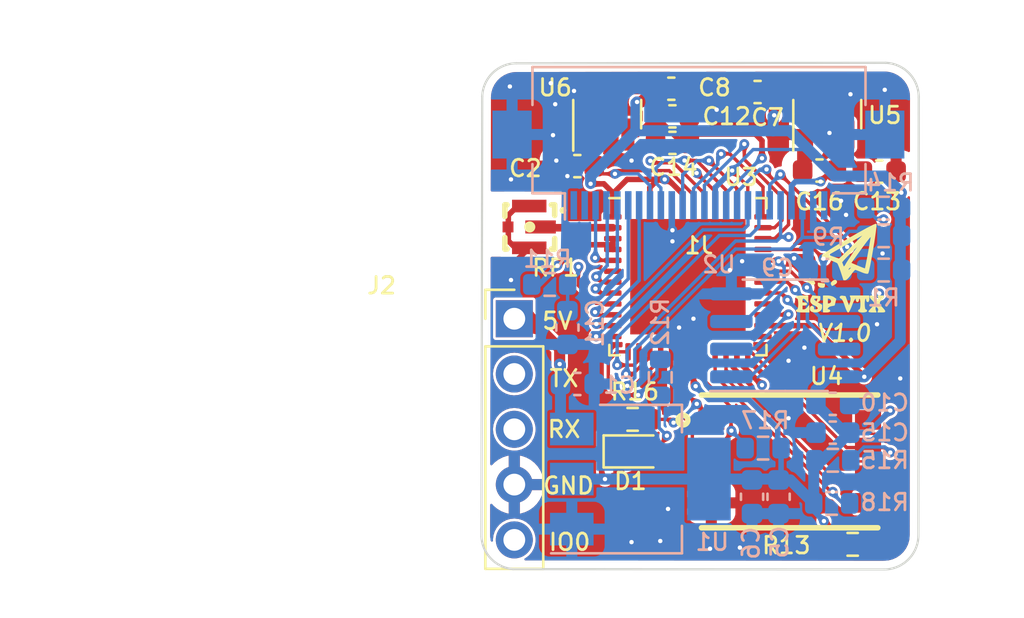
<source format=kicad_pcb>
(kicad_pcb (version 20211014) (generator pcbnew)
  (layers (0 "F.Cu" signal) (1 "In1.Cu" signal) (2 "In2.Cu" signal) (31 "B.Cu" signal) (34 "B.Paste" user) (35 "F.Paste" user) (36 "B.SilkS" user "B.Silkscreen") (37 "F.SilkS" user "F.Silkscreen") (38 "B.Mask" user) (39 "F.Mask" user) (44 "Edge.Cuts" user))
  (net 0 "")
  (net 1 "+1V2")
  (net 2 "GND")
  (net 3 "+2V8")
  (net 4 "/PSRAM_CE")
  (net 5 "/SO")
  (net 6 "/SIO2")
  (net 7 "/SI")
  (net 8 "+5V")
  (net 9 "Net-(D1-Pad2)")
  (net 11 "/SDA")
  (net 12 "/SCL")
  (net 13 "/RESET")
  (net 14 "/VS")
  (net 15 "/PWDN")
  (net 16 "/HS")
  (net 17 "/D9")
  (net 18 "/D8")
  (net 19 "/D7")
  (net 20 "/PCLK")
  (net 21 "/D6")
  (net 22 "/D2")
  (net 23 "/D5")
  (net 24 "/D3")
  (net 25 "/D4")
  (net 28 "/SCLK")
  (net 29 "/SIO3")
  (net 30 "+3V3")
  (net 31 "/EN")
  (net 32 "/GPIO0")
  (net 33 "/KEY")
  (net 34 "Net-(R12-Pad1)")
  (net 35 "/RX")
  (net 36 "/TX")
  (net 37 "/RFOUT")
  (net 38 "/SD_CLK")
  (net 39 "/SD_DATA2")
  (net 40 "/SD_DATA3")
  (net 41 "/SD_CMD")
  (net 42 "/SD_DATA0")
  (net 43 "/SD_DATA1")
  (net 50 "/MCLK")
  (footprint "Capacitor_SMD:C_0603_1608Metric" (layer "F.Cu") (at 131.064 90.0684)
    (fp_text reference "C12")
    (fp_text value "10uF")
  )
  (footprint "Resistor_SMD:R_0603_1608Metric" (layer "F.Cu") (at 139.3444 109.728)
    (fp_text reference "R13")
    (fp_text value "10K")
  )
  (footprint "Capacitor_SMD:C_0603_1608Metric" (layer "F.Cu") (at 131.0132 88.7984)
    (fp_text reference "C8")
    (fp_text value "10uF")
  )
  (footprint "Resistor_SMD:R_0603_1608Metric" (layer "F.Cu") (at 129.2352 103.9876)
    (fp_text reference "R16")
    (fp_text value "10K")
  )
  (footprint "LED_SMD:LED_0603_1608Metric" (layer "F.Cu") (at 129.3876 105.4608)
    (fp_text reference "D1")
    (fp_text value "LED")
  )
  (footprint "Capacitor_SMD:C_0603_1608Metric" (layer "F.Cu") (at 134.9756 88.9508 180)
    (fp_text reference "C7")
    (fp_text value "10uF")
  )
  (footprint "Capacitor_SMD:C_0603_1608Metric" (layer "F.Cu") (at 140.5636 92.6084)
    (fp_text reference "C13")
    (fp_text value "10uF")
  )
  (footprint "ic_footprint:IPEX4-SMD_4P-L1.8-W1.7-LS2.0-L_KH-IPEX4-2020" (layer "F.Cu") (at 124.2585 95.1484 180)
    (fp_text reference "RF1")
    (fp_text value "KH-IPEX4-2020")
  )
  (footprint "Connector_PinHeader_2.54mm:PinHeader_1x05_P2.54mm_Vertical" (layer "F.Cu") (at 123.7996 99.3648)
    (fp_text reference "J2")
    (fp_text value "Conn_01x05")
  )
  (footprint "Package_TO_SOT_SMD:SOT-23" (layer "F.Cu") (at 128.0668 89.9668 90)
    (fp_text reference "U6")
    (fp_text value "XC6206-1.2V")
  )
  (footprint "Package_TO_SOT_SMD:SOT-23" (layer "F.Cu") (at 138.176 89.9668 90)
    (fp_text reference "U5")
    (fp_text value "XC6206-2.8V")
  )
  (footprint "Package_DFN_QFN:QFN-48-1EP_7x7mm_P0.5mm_EP5.3x5.3mm" (layer "F.Cu") (at 131.7748 97.434)
    (fp_text reference "U3")
    (fp_text value "ESP32-PICO-D4")
  )
  (footprint "Capacitor_SMD:C_0603_1608Metric" (layer "F.Cu") (at 126.6952 92.3544 180)
    (fp_text reference "C2")
    (fp_text value "0.1uF")
  )
  (footprint "Capacitor_SMD:C_0603_1608Metric" (layer "F.Cu") (at 137.8204 92.5576 180)
    (fp_text reference "C16")
    (fp_text value "0.1uF")
  )
  (footprint "Capacitor_SMD:C_0603_1608Metric" (layer "F.Cu") (at 131.064 91.2876 180)
    (fp_text reference "C14")
    (fp_text value "0.1uF")
  )
  (footprint "ic_footprint:LGA-8_L8.0-W6.0-BL_MKDV4GIL-AS" (layer "F.Cu") (at 136.4488 105.918 -90)
    (fp_text reference "U4")
    (fp_text value "MKDV4GCL-AB")
  )
  (footprint "Resistor_SMD:R_0603_1608Metric" (layer "B.Cu") (at 138.43 105.8672)
    (fp_text reference "R15")
    (fp_text value "10K")
  )
  (footprint "Capacitor_SMD:C_0603_1608Metric" (layer "B.Cu") (at 138.43 103.2764 180)
    (fp_text reference "C10")
    (fp_text value "0.1u")
  )
  (footprint "Resistor_SMD:R_0603_1608Metric" (layer "B.Cu") (at 140.7668 95.5548 180)
    (fp_text reference "R9")
    (fp_text value "4K7")
  )
  (footprint "Resistor_SMD:R_0603_1608Metric" (layer "B.Cu") (at 125.4252 97.79 180)
    (fp_text reference "R11")
    (fp_text value "10K")
  )
  (footprint "Package_SO:SOIC-8_3.9x4.9mm_P1.27mm" (layer "B.Cu") (at 136.2456 100.1268)
    (fp_text reference "U2")
    (fp_text value "IS25WP032")
  )
  (footprint "Connector_FFC-FPC:Hirose_FH12-24S-0.5SH_1x24-1MP_P0.50mm_Horizontal_larger" (layer "B.Cu") (at 132.2832 92.3036)
    (fp_text reference "J1")
    (fp_text value "Conn_01x24_MountingPin")
  )
  (footprint "Resistor_SMD:R_0603_1608Metric" (layer "B.Cu") (at 130.5052 102.0572 -90)
    (fp_text reference "R12")
    (fp_text value "1K")
  )
  (footprint "Resistor_SMD:R_0603_1608Metric" (layer "B.Cu") (at 138.3792 107.8484)
    (fp_text reference "R18")
    (fp_text value "10K")
  )
  (footprint "Resistor_SMD:R_0603_1608Metric" (layer "B.Cu") (at 140.7668 94.2848 180)
    (fp_text reference "R14")
    (fp_text value "4K7")
  )
  (footprint "Resistor_SMD:R_0603_1608Metric" (layer "B.Cu") (at 135.2296 105.3084 180)
    (fp_text reference "R17")
    (fp_text value "10K")
  )
  (footprint "Capacitor_SMD:C_0603_1608Metric" (layer "B.Cu") (at 126.6952 102.362)
    (fp_text reference "C1")
    (fp_text value "10uF")
  )
  (footprint "Package_TO_SOT_SMD:SOT-223-3_TabPin2" (layer "B.Cu") (at 129.5908 106.7308)
    (fp_text reference "U1")
    (fp_text value "AMS1117-3.3")
  )
  (footprint "Capacitor_SMD:C_0603_1608Metric" (layer "B.Cu") (at 138.43 104.5972)
    (fp_text reference "C15")
    (fp_text value "0.1u")
  )
  (footprint "Capacitor_SMD:C_0603_1608Metric" (layer "B.Cu") (at 134.7216 107.5436 -90)
    (fp_text reference "C6")
    (fp_text value "0.1uF")
  )
  (footprint "Capacitor_SMD:C_0603_1608Metric" (layer "B.Cu") (at 135.9408 107.5436 -90)
    (fp_text reference "C5")
    (fp_text value "10uF")
  )
  (footprint "Capacitor_SMD:C_0603_1608Metric" (layer "B.Cu") (at 126.238 99.7712 -90)
    (fp_text reference "C11")
    (fp_text value "1u")
  )
  (footprint "Resistor_SMD:R_0603_1608Metric" (layer "B.Cu") (at 140.7668 97.1296)
    (fp_text reference "R1")
    (fp_text value "10K")
  )
  (footprint "Capacitor_SMD:C_0603_1608Metric" (layer "B.Cu") (at 138.0744 97.1296 180)
    (fp_text reference "C9")
    (fp_text value "1u")
  )
  (gr_poly (pts (xy 140.41642 95.023639) (xy 140.420518 95.055735) (xy 140.41619 95.130671) (xy 140.386322 95.384742) (xy 140.334949 95.737211) (xy 140.270205 96.13944) (xy 140.200226 96.542792) (xy 140.133144 96.898626) (xy 140.077095 97.158304) (xy 140.055749 97.236886) (xy 140.040211 97.273189) (xy 140.03789 97.275178) (xy 140.034947 97.276862) (xy 140.031402 97.278247) (xy 140.027273 97.279337) (xy 140.022579 97.280135) (xy 140.017338 97.280646) (xy 140.005291 97.280823) (xy 139.991279 97.279903) (xy 139.975453 97.277919) (xy 139.957961 97.274906) (xy 139.938951 97.270897) (xy 139.918573 97.265926) (xy 139.896974 97.260026) (xy 139.874305 97.253233) (xy 139.850713 97.24558) (xy 139.826347 97.2371) (xy 139.801356 97.227828) (xy 139.775889 97.217798) (xy 139.750094 97.207043) (xy 139.698819 97.18541) (xy 139.649423 97.165228) (xy 139.603098 97.146939) (xy 139.561038 97.130985) (xy 139.524436 97.117808) (xy 139.494483 97.107848) (xy 139.472373 97.101549) (xy 139.464632 97.099909) (xy 139.459299 97.099351) (xy 139.457047 97.099662) (xy 139.454382 97.100586) (xy 139.451316 97.102107) (xy 139.447862 97.104211) (xy 139.439847 97.110103) (xy 139.430445 97.11814) (xy 139.419764 97.128201) (xy 139.407912 97.140162) (xy 139.394997 97.153902) (xy 139.381127 97.1693) (xy 139.366409 97.186232) (xy 139.350952 97.204577) (xy 139.334864 97.224212) (xy 139.318252 97.245016) (xy 139.301225 97.266866) (xy 139.283891 97.289641) (xy 139.266357 97.313218) (xy 139.248731 97.337475) (xy 139.230939 97.361733) (xy 139.212914 97.38531) (xy 139.194783 97.408084) (xy 139.176668 97.429935) (xy 139.158696 97.450739) (xy 139.14099 97.470374) (xy 139.123674 97.488719) (xy 139.106873 97.505651) (xy 139.090712 97.521049) (xy 139.075315 97.534789) (xy 139.060807 97.54675) (xy 139.047312 97.556811) (xy 139.034954 97.564848) (xy 139.023858 97.57074) (xy 139.014149 97.574365) (xy 139.009853 97.575289) (xy 139.00595 97.5756) (xy 138.934178 97.5756) (xy 138.81748 97.218413) (xy 138.799637 97.165226) (xy 139.137216 97.165226) (xy 139.21787 97.09829) (xy 139.22596 97.091346) (xy 139.233577 97.08435) (xy 139.240692 97.077348) (xy 139.247275 97.070389) (xy 139.253298 97.063518) (xy 139.258732 97.056782) (xy 139.263548 97.050228) (xy 139.267718 97.043902) (xy 139.271211 97.037852) (xy 139.273999 97.032124) (xy 139.276054 97.026765) (xy 139.276797 97.024238) (xy 139.277345 97.021821) (xy 139.277696 97.01952) (xy 139.277846 97.01734) (xy 139.27779 97.015287) (xy 139.277525 97.013368) (xy 139.277048 97.011587) (xy 139.276355 97.009951) (xy 139.275442 97.008466) (xy 139.274307 97.007137) (xy 139.274307 97.007136) (xy 139.270685 97.004018) (xy 139.266719 97.00153) (xy 139.262441 96.999648) (xy 139.25788 96.998352) (xy 139.253065 96.997618) (xy 139.248028 96.997425) (xy 139.242798 96.99775) (xy 139.237404 96.99857) (xy 139.231878 96.999864) (xy 139.226249 97.001609) (xy 139.220548 97.003782) (xy 139.214803 97.006362) (xy 139.209046 97.009327) (xy 139.203307 97.012653) (xy 139.197614 97.016318) (xy 139.192 97.020301) (xy 139.186492 97.024578) (xy 139.181123 97.029129) (xy 139.17592 97.033929) (xy 139.170916 97.038957) (xy 139.166139 97.044191) (xy 139.16162 97.049609) (xy 139.157389 97.055187) (xy 139.153475 97.060904) (xy 139.14991 97.066737) (xy 139.146722 97.072664) (xy 139.143943 97.078663) (xy 139.141601 97.084712) (xy 139.139727 97.090787) (xy 139.138352 97.096868) (xy 139.137505 97.102931) (xy 139.137216 97.108954) (xy 139.137216 97.165226) (xy 138.799637 97.165226) (xy 138.793046 97.145582) (xy 138.768333 97.075549) (xy 138.744019 97.009996) (xy 138.720783 96.950605) (xy 138.699301 96.89906) (xy 138.680253 96.85704) (xy 138.664316 96.826229) (xy 138.657726 96.815553) (xy 138.652168 96.808309) (xy 138.645512 96.802346) (xy 138.635698 96.795427) (xy 138.62292 96.787636) (xy 138.607372 96.779056) (xy 138.601145 96.775866) (xy 138.840427 96.775866) (xy 138.840669 96.77797) (xy 138.844543 96.786109) (xy 138.849573 96.797655) (xy 138.855546 96.812072) (xy 138.862252 96.828824) (xy 138.86948 96.847377) (xy 138.877017 96.867196) (xy 138.884653 96.887744) (xy 138.892177 96.908487) (xy 138.895782 96.918256) (xy 138.899354 96.927303) (xy 138.902905 96.935622) (xy 138.906448 96.943209) (xy 138.909995 96.950057) (xy 138.913558 96.956161) (xy 138.91715 96.961515) (xy 138.920783 96.966113) (xy 138.92447 96.969949) (xy 138.928222 96.973019) (xy 138.932053 96.975316) (xy 138.935975 96.976835) (xy 138.939999 96.977569) (xy 138.944139 96.977514) (xy 138.948407 96.976664) (xy 138.952815 96.975012) (xy 138.957375 96.972554) (xy 138.9621 96.969284) (xy 138.967002 96.965195) (xy 138.972094 96.960283) (xy 138.977388 96.954541) (xy 138.982897 96.947964) (xy 138.988632 96.940547) (xy 138.994606 96.932283) (xy 139.000832 96.923167) (xy 139.007322 96.913194) (xy 139.021142 96.89065) (xy 139.036166 96.864608) (xy 139.052494 96.835022) (xy 139.068443 96.807774) (xy 139.256979 96.807774) (xy 139.580743 96.94667) (xy 139.646102 96.974301) (xy 139.707696 96.999555) (xy 139.764134 97.021918) (xy 139.814022 97.040873) (xy 139.85597 97.055906) (xy 139.888583 97.066501) (xy 139.91047 97.072143) (xy 139.916956 97.072946) (xy 139.920238 97.072317) (xy 139.922511 97.067297) (xy 139.926035 97.055216) (xy 139.93654 97.011349) (xy 139.951158 96.943672) (xy 139.969295 96.855142) (xy 140.013748 96.627345) (xy 140.065146 96.351605) (xy 140.115351 96.071064) (xy 140.156557 95.830196) (xy 140.184505 95.654644) (xy 140.192176 95.599375) (xy 140.194935 95.570053) (xy 140.194351 95.567113) (xy 140.19256 95.565908) (xy 140.189591 95.566402) (xy 140.185475 95.568557) (xy 140.180241 95.572335) (xy 140.17392 95.5777) (xy 140.158135 95.59304) (xy 140.138362 95.614278) (xy 140.11484 95.641117) (xy 140.087808 95.673256) (xy 140.057509 95.710399) (xy 140.02418 95.752247) (xy 139.988064 95.798502) (xy 139.908427 95.903039) (xy 139.82052 96.021623) (xy 139.726264 96.151868) (xy 139.256979 96.807774) (xy 139.068443 96.807774) (xy 139.07002 96.805081) (xy 139.097625 96.760994) (xy 139.133901 96.704883) (xy 139.177438 96.638866) (xy 139.280661 96.485597) (xy 139.396021 96.318147) (xy 139.681285 95.908726) (xy 139.253155 96.328178) (xy 139.167472 96.413057) (xy 139.088155 96.493438) (xy 139.016894 96.567477) (xy 138.955383 96.633329) (xy 138.905314 96.689149) (xy 138.868377 96.733093) (xy 138.855362 96.750034) (xy 138.846264 96.763314) (xy 138.841296 96.772703) (xy 138.840427 96.775866) (xy 138.601145 96.775866) (xy 138.589247 96.769771) (xy 138.568738 96.759865) (xy 138.546039 96.749422) (xy 138.521342 96.738525) (xy 138.46673 96.715703) (xy 138.40645 96.692071) (xy 138.342048 96.668298) (xy 138.275071 96.645053) (xy 137.94659 96.534715) (xy 137.94659 96.460965) (xy 137.953509 96.448501) (xy 137.964409 96.437892) (xy 138.190828 96.437892) (xy 138.439126 96.526395) (xy 138.537694 96.561082) (xy 138.622523 96.590105) (xy 138.684568 96.610423) (xy 138.70422 96.616369) (xy 138.714784 96.618999) (xy 138.716946 96.618443) (xy 138.720586 96.616379) (xy 138.732142 96.607871) (xy 138.74914 96.593773) (xy 138.771267 96.574384) (xy 138.829661 96.520924) (xy 138.90483 96.449877) (xy 138.994276 96.363626) (xy 139.095505 96.264558) (xy 139.20602 96.155056) (xy 139.323326 96.037506) (xy 139.904507 95.451912) (xy 139.047667 95.944902) (xy 138.190828 96.437892) (xy 137.964409 96.437892) (xy 137.973682 96.428868) (xy 138.050307 96.370123) (xy 138.324243 96.188932) (xy 138.712575 95.949876) (xy 139.159483 95.685442) (xy 139.609143 95.428115) (xy 140.005734 95.210382) (xy 140.293433 95.064728) (xy 140.379005 95.029082) (xy 140.404168 95.022331)) (layer "F.SilkS") (width 0.04) (fill solid))
  (gr_poly (pts (xy 137.283449 98.461956) (xy 137.281766 98.607477) (xy 137.21147 98.514873) (xy 137.202639 98.503629) (xy 137.193811 98.493149) (xy 137.185004 98.483434) (xy 137.176237 98.47448) (xy 137.167526 98.466287) (xy 137.158892 98.458854) (xy 137.150351 98.452179) (xy 137.141922 98.446262) (xy 137.133623 98.4411) (xy 137.125472 98.436693) (xy 137.117489 98.43304) (xy 137.10969 98.430138) (xy 137.102093 98.427987) (xy 137.094719 98.426586) (xy 137.087583 98.425933) (xy 137.080705 98.426027) (xy 137.074103 98.426867) (xy 137.067795 98.428452) (xy 137.0618 98.430779) (xy 137.056134 98.433849) (xy 137.050817 98.437659) (xy 137.045868 98.442209) (xy 137.041303 98.447497) (xy 137.037141 98.453522) (xy 137.033401 98.460283) (xy 137.0301 98.467778) (xy 137.027258 98.476007) (xy 137.024891 98.484967) (xy 137.023018 98.494658) (xy 137.021658 98.505078) (xy 137.020829 98.516226) (xy 137.020549 98.528102) (xy 137.020549 98.633935) (xy 137.126382 98.633935) (xy 137.137163 98.63421) (xy 137.147642 98.635015) (xy 137.157764 98.636324) (xy 137.167475 98.63811) (xy 137.176721 98.640346) (xy 137.185448 98.643004) (xy 137.193601 98.646058) (xy 137.201127 98.649479) (xy 137.20797 98.653242) (xy 137.214077 98.657318) (xy 137.219393 98.661682) (xy 137.223864 98.666305) (xy 137.225766 98.668705) (xy 137.227436 98.671161) (xy 137.228868 98.673667) (xy 137.230055 98.676222) (xy 137.23099 98.678821) (xy 137.231666 98.681461) (xy 137.232077 98.684139) (xy 137.232215 98.686852) (xy 137.232077 98.689564) (xy 137.231666 98.692242) (xy 137.23099 98.694883) (xy 137.230055 98.697482) (xy 137.228868 98.700036) (xy 137.227436 98.702543) (xy 137.225766 98.704998) (xy 137.223864 98.707398) (xy 137.221738 98.709741) (xy 137.219393 98.712021) (xy 137.216837 98.714237) (xy 137.214077 98.716385) (xy 137.211119 98.718461) (xy 137.20797 98.720461) (xy 137.204637 98.722384) (xy 137.201127 98.724224) (xy 137.197446 98.725979) (xy 137.193601 98.727646) (xy 137.1896 98.72922) (xy 137.185448 98.730699) (xy 137.181153 98.732079) (xy 137.176721 98.733357) (xy 137.17216 98.73453) (xy 137.167475 98.735593) (xy 137.162674 98.736544) (xy 137.157764 98.737379) (xy 137.152751 98.738095) (xy 137.147642 98.738688) (xy 137.142443 98.739156) (xy 137.137163 98.739494) (xy 137.131807 98.739699) (xy 137.126382 98.739768) (xy 137.020549 98.739768) (xy 137.020549 98.951435) (xy 137.107319 98.951435) (xy 137.116523 98.950955) (xy 137.126184 98.949545) (xy 137.136222 98.947253) (xy 137.146557 98.944128) (xy 137.157108 98.940215) (xy 137.167794 98.935564) (xy 137.178535 98.93022) (xy 137.18925 98.924232) (xy 137.199859 98.917648) (xy 137.210282 98.910514) (xy 137.220437 98.902878) (xy 137.230245 98.894787) (xy 137.239624 98.88629) (xy 137.248494 98.877433) (xy 137.256775 98.868264) (xy 137.264386 98.858831) (xy 137.334683 98.766227) (xy 137.336365 98.911748) (xy 137.338049 99.057268) (xy 137.047007 99.057268) (xy 136.988543 99.056188) (xy 136.934001 99.053093) (xy 136.884575 99.048199) (xy 136.862153 99.045146) (xy 136.841459 99.041724) (xy 136.82264 99.037961) (xy 136.805846 99.033885) (xy 136.791226 99.029521) (xy 136.77893 99.024898) (xy 136.769107 99.020043) (xy 136.761905 99.014982) (xy 136.757475 99.009742) (xy 136.756346 99.007064) (xy 136.755965 99.004352) (xy 136.756034 99.001639) (xy 136.75624 98.998961) (xy 136.756578 98.996321) (xy 136.757045 98.993722) (xy 136.757638 98.991167) (xy 136.758354 98.988661) (xy 136.75919 98.986206) (xy 136.76014 98.983805) (xy 136.761204 98.981463) (xy 136.762376 98.979182) (xy 136.763654 98.976966) (xy 136.765034 98.974819) (xy 136.766513 98.972743) (xy 136.768088 98.970742) (xy 136.769754 98.96882) (xy 136.771509 98.966979) (xy 136.77335 98.965224) (xy 136.775272 98.963558) (xy 136.777273 98.961983) (xy 136.779349 98.960504) (xy 136.781496 98.959124) (xy 136.783712 98.957846) (xy 136.785993 98.956674) (xy 136.788335 98.95561) (xy 136.790736 98.954659) (xy 136.793191 98.953824) (xy 136.795697 98.953108) (xy 136.798252 98.952515) (xy 136.800851 98.952048) (xy 136.803491 98.951709) (xy 136.806169 98.951504) (xy 136.808882 98.951435) (xy 136.811594 98.951089) (xy 136.814272 98.950062) (xy 136.816912 98.948372) (xy 136.819511 98.946035) (xy 136.822066 98.943068) (xy 136.824573 98.939488) (xy 136.827028 98.935312) (xy 136.829428 98.930558) (xy 136.831771 98.925241) (xy 136.834051 98.919379) (xy 136.838415 98.906089) (xy 136.842491 98.890822) (xy 136.846254 98.873714) (xy 136.849676 98.8549) (xy 136.852729 98.834517) (xy 136.855387 98.8127) (xy 136.857623 98.789584) (xy 136.859409 98.765306) (xy 136.860718 98.740001) (xy 136.861524 98.713804) (xy 136.861798 98.686852) (xy 136.861524 98.659899) (xy 136.860718 98.633703) (xy 136.859409 98.608397) (xy 136.857623 98.584119) (xy 136.855387 98.561003) (xy 136.852729 98.539186) (xy 136.849676 98.518803) (xy 136.846254 98.49999) (xy 136.842491 98.482881) (xy 136.838415 98.467614) (xy 136.834051 98.454324) (xy 136.829428 98.443145) (xy 136.824573 98.434215) (xy 136.819511 98.427668) (xy 136.816912 98.425331) (xy 136.814272 98.423641) (xy 136.811594 98.422614) (xy 136.808882 98.422268) (xy 136.806169 98.422199) (xy 136.803491 98.421994) (xy 136.800851 98.421656) (xy 136.798252 98.421188) (xy 136.795697 98.420595) (xy 136.793191 98.419879) (xy 136.790736 98.419044) (xy 136.788335 98.418093) (xy 136.785993 98.417029) (xy 136.783712 98.415857) (xy 136.781496 98.414579) (xy 136.779349 98.413199) (xy 136.777273 98.41172) (xy 136.775272 98.410146) (xy 136.77335 98.408479) (xy 136.771509 98.406724) (xy 136.769754 98.404884) (xy 136.768088 98.402961) (xy 136.766513 98.400961) (xy 136.765034 98.398885) (xy 136.763654 98.396737) (xy 136.762376 98.394521) (xy 136.761204 98.392241) (xy 136.76014 98.389898) (xy 136.75919 98.387498) (xy 136.758354 98.385043) (xy 136.757638 98.382536) (xy 136.757045 98.379982) (xy 136.756578 98.377383) (xy 136.75624 98.374742) (xy 136.756034 98.372064) (xy 136.755965 98.369352) (xy 136.756311 98.366639) (xy 136.757338 98.363961) (xy 136.759028 98.361321) (xy 136.761365 98.358722) (xy 136.764332 98.356167) (xy 136.767912 98.353661) (xy 136.772088 98.351206) (xy 136.776842 98.348805) (xy 136.782159 98.346463) (xy 136.788021 98.344182) (xy 136.801311 98.339819) (xy 136.816578 98.335742) (xy 136.833686 98.331979) (xy 136.8525 98.328558) (xy 136.872883 98.325504) (xy 136.8947 98.322846) (xy 136.917816 98.32061) (xy 136.942094 98.318824) (xy 136.967399 98.317515) (xy 136.993596 98.31671) (xy 137.020549 98.316435) (xy 137.285132 98.316435)) (layer "F.SilkS") (width 0.04) (fill solid))
  (gr_poly (pts (xy 137.906903 97.744066) (xy 138.052423 97.76081) (xy 138.052423 97.835776) (xy 138.052238 97.843555) (xy 138.051681 97.850974) (xy 138.050749 97.858035) (xy 138.049443 97.864737) (xy 138.04776 97.87108) (xy 138.045698 97.877067) (xy 138.043257 97.882696) (xy 138.040434 97.887969) (xy 138.037227 97.892887) (xy 138.033636 97.89745) (xy 138.029658 97.901658) (xy 138.025292 97.905512) (xy 138.020536 97.909013) (xy 138.015389 97.912162) (xy 138.009849 97.914958) (xy 138.003914 97.917403) (xy 137.997583 97.919497) (xy 137.990855 97.921241) (xy 137.983727 97.922635) (xy 137.976198 97.92368) (xy 137.968266 97.924377) (xy 137.959931 97.924726) (xy 137.951189 97.924727) (xy 137.94204 97.924382) (xy 137.932482 97.923691) (xy 137.922513 97.922654) (xy 137.912132 97.921273) (xy 137.901337 97.919547) (xy 137.890126 97.917477) (xy 137.878499 97.915064) (xy 137.866453 97.912309) (xy 137.853986 97.909212) (xy 137.849239 97.907885) (xy 137.844553 97.90637) (xy 137.839932 97.904674) (xy 137.835384 97.902804) (xy 137.826527 97.898566) (xy 137.818029 97.893709) (xy 137.809939 97.888285) (xy 137.802303 97.882348) (xy 137.795169 97.87595) (xy 137.788584 97.869144) (xy 137.782596 97.861983) (xy 137.777253 97.854518) (xy 137.772601 97.846804) (xy 137.77055 97.84287) (xy 137.768689 97.838893) (xy 137.767025 97.83488) (xy 137.765563 97.830837) (xy 137.76431 97.826772) (xy 137.763272 97.82269) (xy 137.762454 97.818598) (xy 137.761862 97.814504) (xy 137.761503 97.810412) (xy 137.761382 97.806331) (xy 137.761382 97.727322)) (layer "F.SilkS") (width 0.04) (fill solid))
  (gr_poly (pts (xy 140.089715 98.448726) (xy 140.089441 98.462203) (xy 140.088635 98.475301) (xy 140.087326 98.487954) (xy 140.08554 98.500093) (xy 140.083304 98.511651) (xy 140.080646 98.522559) (xy 140.077593 98.532751) (xy 140.074171 98.542158) (xy 140.070408 98.550712) (xy 140.066332 98.558345) (xy 140.061968 98.56499) (xy 140.057345 98.57058) (xy 140.052489 98.575045) (xy 140.049983 98.576835) (xy 140.047428 98.578318) (xy 140.044829 98.579487) (xy 140.042189 98.580332) (xy 140.039511 98.580845) (xy 140.036798 98.581018) (xy 140.034086 98.580914) (xy 140.031408 98.580606) (xy 140.028768 98.580099) (xy 140.026169 98.579398) (xy 140.023614 98.578508) (xy 140.021108 98.577434) (xy 140.018652 98.576181) (xy 140.016252 98.574755) (xy 140.01391 98.57316) (xy 140.011629 98.571402) (xy 140.009413 98.569485) (xy 140.007265 98.567414) (xy 140.005189 98.565196) (xy 140.003189 98.562834) (xy 140.001266 98.560335) (xy 139.999426 98.557702) (xy 139.997671 98.554941) (xy 139.996004 98.552058) (xy 139.99443 98.549057) (xy 139.992951 98.545943) (xy 139.991571 98.542721) (xy 139.990293 98.539398) (xy 139.98912 98.535976) (xy 139.988057 98.532463) (xy 139.987106 98.528862) (xy 139.986271 98.52518) (xy 139.985555 98.52142) (xy 139.984962 98.517588) (xy 139.984494 98.513689) (xy 139.984156 98.509729) (xy 139.983951 98.505712) (xy 139.983882 98.501643) (xy 139.983607 98.493557) (xy 139.982802 98.485698) (xy 139.981492 98.478107) (xy 139.979706 98.470823) (xy 139.977471 98.463889) (xy 139.974813 98.457344) (xy 139.971759 98.451229) (xy 139.968337 98.445585) (xy 139.964575 98.440452) (xy 139.960498 98.435872) (xy 139.958351 98.433802) (xy 139.956135 98.431885) (xy 139.953854 98.430126) (xy 139.951512 98.428531) (xy 139.949111 98.427105) (xy 139.946656 98.425852) (xy 139.944149 98.424778) (xy 139.941595 98.423888) (xy 139.938996 98.423187) (xy 139.936356 98.42268) (xy 139.933677 98.422372) (xy 139.930965 98.422268) (xy 139.928253 98.422614) (xy 139.925574 98.423641) (xy 139.922934 98.425331) (xy 139.920335 98.427668) (xy 139.917781 98.430635) (xy 139.915274 98.434215) (xy 139.912819 98.438391) (xy 139.910418 98.443145) (xy 139.908076 98.448462) (xy 139.905795 98.454324) (xy 139.901432 98.467614) (xy 139.897355 98.482881) (xy 139.893593 98.49999) (xy 139.890171 98.518803) (xy 139.887117 98.539186) (xy 139.884459 98.561003) (xy 139.882224 98.584119) (xy 139.880438 98.608397) (xy 139.879128 98.633703) (xy 139.878323 98.659899) (xy 139.878048 98.686852) (xy 139.878323 98.713804) (xy 139.879128 98.740001) (xy 139.880438 98.765306) (xy 139.882224 98.789584) (xy 139.884459 98.8127) (xy 139.887117 98.834517) (xy 139.890171 98.8549) (xy 139.893593 98.873714) (xy 139.897355 98.890822) (xy 139.901432 98.906089) (xy 139.905795 98.919379) (xy 139.910418 98.930558) (xy 139.915274 98.939488) (xy 139.920335 98.946035) (xy 139.922934 98.948372) (xy 139.925574 98.950062) (xy 139.928253 98.951089) (xy 139.930965 98.951435) (xy 139.933677 98.951504) (xy 139.936356 98.951709) (xy 139.938996 98.952048) (xy 139.941595 98.952515) (xy 139.944149 98.953108) (xy 139.946656 98.953824) (xy 139.949111 98.954659) (xy 139.951512 98.95561) (xy 139.953854 98.956674) (xy 139.956135 98.957846) (xy 139.958351 98.959124) (xy 139.960498 98.960504) (xy 139.962574 98.961983) (xy 139.964575 98.963558) (xy 139.966497 98.965224) (xy 139.968337 98.966979) (xy 139.970093 98.96882) (xy 139.971759 98.970742) (xy 139.973334 98.972743) (xy 139.974813 98.974819) (xy 139.976193 98.976966) (xy 139.977471 98.979182) (xy 139.978643 98.981463) (xy 139.979706 98.983805) (xy 139.980657 98.986206) (xy 139.981492 98.988661) (xy 139.982208 98.991167) (xy 139.982802 98.993722) (xy 139.983269 98.996321) (xy 139.983607 98.998961) (xy 139.983813 99.001639) (xy 139.983882 99.004352) (xy 139.98364 99.007064) (xy 139.982921 99.009742) (xy 139.981738 99.012382) (xy 139.980102 99.014982) (xy 139.978025 99.017536) (xy 139.975519 99.020043) (xy 139.972596 99.022498) (xy 139.969268 99.024898) (xy 139.965546 99.027241) (xy 139.961443 99.029521) (xy 139.95697 99.031737) (xy 139.952139 99.033885) (xy 139.946963 99.035961) (xy 139.941452 99.037961) (xy 139.93562 99.039884) (xy 139.929477 99.041724) (xy 139.916307 99.045146) (xy 139.902039 99.048199) (xy 139.886767 99.050857) (xy 139.870586 99.053093) (xy 139.853592 99.054879) (xy 139.835878 99.056188) (xy 139.81754 99.056994) (xy 139.798673 99.057268) (xy 139.779807 99.056994) (xy 139.761469 99.056188) (xy 139.743755 99.054879) (xy 139.72676 99.053093) (xy 139.71058 99.050857) (xy 139.695308 99.048199) (xy 139.681039 99.045146) (xy 139.66787 99.041724) (xy 139.655894 99.037961) (xy 139.645207 99.033885) (xy 139.635904 99.029521) (xy 139.628079 99.024898) (xy 139.621828 99.020043) (xy 139.617245 99.014982) (xy 139.615609 99.012382) (xy 139.614426 99.009742) (xy 139.613707 99.007064) (xy 139.613465 99.004352) (xy 139.613534 99.001639) (xy 139.61374 98.998961) (xy 139.614078 98.996321) (xy 139.614545 98.993722) (xy 139.615138 98.991167) (xy 139.615854 98.988661) (xy 139.61669 98.986206) (xy 139.617641 98.983805) (xy 139.618704 98.981463) (xy 139.619876 98.979182) (xy 139.621154 98.976966) (xy 139.622534 98.974819) (xy 139.624013 98.972743) (xy 139.625588 98.970742) (xy 139.627254 98.96882) (xy 139.629009 98.966979) (xy 139.63085 98.965224) (xy 139.632772 98.963558) (xy 139.634773 98.961983) (xy 139.636849 98.960504) (xy 139.638996 98.959124) (xy 139.641212 98.957846) (xy 139.643493 98.956674) (xy 139.645835 98.95561) (xy 139.648236 98.954659) (xy 139.650691 98.953824) (xy 139.653197 98.953108) (xy 139.655752 98.952515) (xy 139.658351 98.952048) (xy 139.660991 98.951709) (xy 139.663669 98.951504) (xy 139.666382 98.951435) (xy 139.669094 98.951089) (xy 139.671772 98.950062) (xy 139.674413 98.948372) (xy 139.677012 98.946035) (xy 139.679566 98.943068) (xy 139.682073 98.939488) (xy 139.684528 98.935312) (xy 139.686928 98.930558) (xy 139.689271 98.925241) (xy 139.691551 98.919379) (xy 139.695915 98.906089) (xy 139.699991 98.890822) (xy 139.703754 98.873714) (xy 139.707176 98.8549) (xy 139.710229 98.834517) (xy 139.712887 98.8127) (xy 139.715123 98.789584) (xy 139.716909 98.765306) (xy 139.718218 98.740001) (xy 139.719024 98.713804) (xy 139.719298 98.686852) (xy 139.719024 98.659899) (xy 139.718218 98.633703) (xy 139.716909 98.608397) (xy 139.715123 98.584119) (xy 139.712887 98.561003) (xy 139.710229 98.539186) (xy 139.707176 98.518803) (xy 139.703754 98.49999) (xy 139.699991 98.482881) (xy 139.695915 98.467614) (xy 139.691551 98.454324) (xy 139.686928 98.443145) (xy 139.682073 98.434215) (xy 139.677012 98.427668) (xy 139.674413 98.425331) (xy 139.671772 98.423641) (xy 139.669094 98.422614) (xy 139.666382 98.422268) (xy 139.663669 98.422372) (xy 139.660991 98.42268) (xy 139.658351 98.423187) (xy 139.655752 98.423888) (xy 139.653197 98.424778) (xy 139.650691 98.425852) (xy 139.648236 98.427105) (xy 139.645835 98.428531) (xy 139.643493 98.430126) (xy 139.641212 98.431885) (xy 139.638996 98.433802) (xy 139.636849 98.435872) (xy 139.634773 98.438091) (xy 139.632772 98.440452) (xy 139.63085 98.442952) (xy 139.629009 98.445585) (xy 139.627254 98.448345) (xy 139.625588 98.451229) (xy 139.624013 98.45423) (xy 139.622534 98.457344) (xy 139.621154 98.460565) (xy 139.619876 98.463889) (xy 139.618704 98.46731) (xy 139.617641 98.470823) (xy 139.61669 98.474424) (xy 139.615854 98.478107) (xy 139.615138 98.481867) (xy 139.614545 98.485698) (xy 139.614078 98.489597) (xy 139.61374 98.493557) (xy 139.613534 98.497575) (xy 139.613465 98.501643) (xy 139.613191 98.509729) (xy 139.612385 98.517588) (xy 139.611076 98.52518) (xy 139.60929 98.532463) (xy 139.607054 98.539398) (xy 139.604396 98.545943) (xy 139.601342 98.552058) (xy 139.597921 98.557702) (xy 139.594158 98.562834) (xy 139.590082 98.567414) (xy 139.587934 98.569485) (xy 139.585718 98.571402) (xy 139.583437 98.57316) (xy 139.581095 98.574755) (xy 139.578695 98.576181) (xy 139.576239 98.577434) (xy 139.573733 98.578508) (xy 139.571178 98.579398) (xy 139.568579 98.580099) (xy 139.565939 98.580606) (xy 139.563261 98.580914) (xy 139.560548 98.581018) (xy 139.557836 98.580914) (xy 139.555158 98.580606) (xy 139.552518 98.580099) (xy 139.549918 98.579398) (xy 139.547364 98.578508) (xy 139.544857 98.577434) (xy 139.542402 98.576181) (xy 139.540002 98.574755) (xy 139.537659 98.57316) (xy 139.535379 98.571402) (xy 139.533163 98.569485) (xy 139.531015 98.567414) (xy 139.528939 98.565196) (xy 139.526939 98.562834) (xy 139.525016 98.560335) (xy 139.523176 98.557702) (xy 139.521421 98.554941) (xy 139.519754 98.552058) (xy 139.51818 98.549057) (xy 139.516701 98.545943) (xy 139.515321 98.542721) (xy 139.514043 98.539398) (xy 139.51287 98.535976) (xy 139.511807 98.532463) (xy 139.510856 98.528862) (xy 139.510021 98.52518) (xy 139.509305 98.52142) (xy 139.508712 98.517588) (xy 139.508244 98.513689) (xy 139.507906 98.509729) (xy 139.507701 98.505712) (xy 139.507632 98.501643) (xy 139.507347 98.486109) (xy 139.506505 98.472238) (xy 139.505121 98.460013) (xy 139.503211 98.449416) (xy 139.50079 98.440427) (xy 139.497875 98.43303) (xy 139.494481 98.427206) (xy 139.490624 98.422937) (xy 139.488526 98.421379) (xy 139.486319 98.420204) (xy 139.484004 98.419408) (xy 139.481583 98.41899) (xy 139.479059 98.418947) (xy 139.476432 98.419276) (xy 139.47088 98.421045) (xy 139.464945 98.424277) (xy 139.458641 98.428956) (xy 139.451985 98.435063) (xy 139.444992 98.442579) (xy 139.437679 98.451487) (xy 139.43006 98.461769) (xy 139.422152 98.473406) (xy 139.41397 98.48638) (xy 139.405531 98.500673) (xy 139.39685 98.516267) (xy 139.387943 98.533144) (xy 139.378826 98.551285) (xy 139.369514 98.570673) (xy 139.360023 98.59129) (xy 139.340569 98.636135) (xy 139.32059 98.685676) (xy 139.300213 98.739768) (xy 139.275991 98.803548) (xy 139.251525 98.863048) (xy 139.227484 98.916967) (xy 139.204538 98.964003) (xy 139.183355 99.002853) (xy 139.173633 99.018802) (xy 139.164604 99.032216) (xy 139.15635 99.042932) (xy 139.148955 99.050788) (xy 139.142502 99.055621) (xy 139.139656 99.056853) (xy 139.137076 99.057268) (xy 139.134526 99.05688) (xy 139.131765 99.055727) (xy 139.128803 99.053828) (xy 139.125649 99.051203) (xy 139.122312 99.047871) (xy 139.118801 99.043851) (xy 139.111292 99.033821) (xy 139.103196 99.021267) (xy 139.094585 99.006341) (xy 139.085531 98.989194) (xy 139.076106 98.96998) (xy 139.066383 98.948851) (xy 139.056433 98.925959) (xy 139.04633 98.901457) (xy 139.036145 98.875496) (xy 139.025951 98.848229) (xy 139.015821 98.819809) (xy 139.005825 98.790388) (xy 138.996038 98.760118) (xy 138.975839 98.699896) (xy 138.95432 98.642688) (xy 138.932144 98.58982) (xy 138.909973 98.542616) (xy 138.899097 98.521552) (xy 138.88847 98.502402) (xy 138.878175 98.485331) (xy 138.868295 98.470504) (xy 138.858914 98.458088) (xy 138.850113 98.448248) (xy 138.841975 98.441149) (xy 138.834584 98.436957) (xy 138.824358 98.432745) (xy 138.815011 98.428315) (xy 138.806532 98.423695) (xy 138.79891 98.41891) (xy 138.792132 98.413988) (xy 138.786186 98.408954) (xy 138.781061 98.403836) (xy 138.776744 98.39866) (xy 138.773223 98.393452) (xy 138.770487 98.388239) (xy 138.768523 98.383047) (xy 138.76732 98.377904) (xy 138.766866 98.372835) (xy 138.767148 98.367867) (xy 138.768155 98.363027) (xy 138.769875 98.35834) (xy 138.772295 98.353835) (xy 138.775404 98.349537) (xy 138.779191 98.345473) (xy 138.783642 98.341669) (xy 138.788746 98.338151) (xy 138.794491 98.334948) (xy 138.800865 98.332084) (xy 138.807857 98.329586) (xy 138.815453 98.327482) (xy 138.823643 98.325797) (xy 138.832414 98.324558) (xy 138.841755 98.323792) (xy 138.851652 98.323525) (xy 138.862096 98.323783) (xy 138.873072 98.324594) (xy 138.88457 98.325984) (xy 139.002342 98.342893) (xy 139.088216 98.575949) (xy 139.174089 98.809004) (xy 139.232794 98.640603) (xy 139.238619 98.623044) (xy 139.243977 98.605185) (xy 139.248852 98.587152) (xy 139.25323 98.569071) (xy 139.257096 98.551068) (xy 139.260436 98.53327) (xy 139.263234 98.515802) (xy 139.265475 98.498792) (xy 139.267146 98.482365) (xy 139.268231 98.466648) (xy 139.268716 98.451766) (xy 139.268585 98.437847) (xy 139.267824 98.425017) (xy 139.266418 98.413401) (xy 139.264352 98.403126) (xy 139.261612 98.394319) (xy 139.231726 98.316435) (xy 140.089715 98.316435)) (layer "F.SilkS") (width 0.04) (fill solid))
  (gr_poly (pts (xy 138.540733 97.599439) (xy 138.548617 97.60088) (xy 138.556034 97.603343) (xy 138.562928 97.606878) (xy 138.569666 97.611301) (xy 138.575827 97.61588) (xy 138.581415 97.620607) (xy 138.586431 97.625473) (xy 138.590878 97.63047) (xy 138.594759 97.63559) (xy 138.598077 97.640826) (xy 138.600833 97.646169) (xy 138.603031 97.65161) (xy 138.604673 97.657143) (xy 138.605762 97.662758) (xy 138.6063 97.668449) (xy 138.606291 97.674206) (xy 138.605735 97.680022) (xy 138.604637 97.685888) (xy 138.602999 97.691797) (xy 138.600823 97.697741) (xy 138.598112 97.703711) (xy 138.594868 97.709699) (xy 138.591095 97.715698) (xy 138.586794 97.721699) (xy 138.581968 97.727694) (xy 138.576621 97.733675) (xy 138.570754 97.739634) (xy 138.56437 97.745563) (xy 138.557471 97.751454) (xy 138.550061 97.757299) (xy 138.542142 97.76309) (xy 138.533717 97.768818) (xy 138.524787 97.774476) (xy 138.515356 97.780056) (xy 138.505427 97.785549) (xy 138.402805 97.840471) (xy 138.36505 97.779383) (xy 138.361704 97.772756) (xy 138.359542 97.765712) (xy 138.358506 97.758302) (xy 138.358541 97.750574) (xy 138.359589 97.742579) (xy 138.361593 97.734366) (xy 138.364496 97.725985) (xy 138.368242 97.717486) (xy 138.372773 97.708917) (xy 138.378033 97.700329) (xy 138.383965 97.691771) (xy 138.390511 97.683293) (xy 138.397616 97.674944) (xy 138.405221 97.666774) (xy 138.413271 97.658833) (xy 138.421707 97.65117) (xy 138.430474 97.643835) (xy 138.439515 97.636877) (xy 138.448772 97.630347) (xy 138.458189 97.624293) (xy 138.467708 97.618765) (xy 138.477274 97.613813) (xy 138.486828 97.609486) (xy 138.496314 97.605835) (xy 138.505675 97.602908) (xy 138.514855 97.600755) (xy 138.523795 97.599427) (xy 138.532441 97.598972)) (layer "F.SilkS") (width 0.04) (fill solid))
  (gr_poly (pts (xy 137.49056 97.583985) (xy 137.501921 97.591396) (xy 137.512703 97.599056) (xy 137.522898 97.606935) (xy 137.532501 97.614999) (xy 137.541503 97.623219) (xy 137.549899 97.631561) (xy 137.557682 97.639994) (xy 137.564845 97.648485) (xy 137.571381 97.657004) (xy 137.577285 97.665519) (xy 137.582548 97.673997) (xy 137.587164 97.682406) (xy 137.591127 97.690716) (xy 137.59443 97.698894) (xy 137.597067 97.706908) (xy 137.599029 97.714726) (xy 137.600312 97.722317) (xy 137.600907 97.729649) (xy 137.60081 97.73669) (xy 137.600011 97.743409) (xy 137.598506 97.749772) (xy 137.596287 97.755749) (xy 137.593348 97.761308) (xy 137.589681 97.766417) (xy 137.585281 97.771044) (xy 137.580141 97.775157) (xy 137.574253 97.778725) (xy 137.567611 97.781716) (xy 137.560209 97.784097) (xy 137.552039 97.785837) (xy 137.543095 97.786905) (xy 137.533371 97.787268) (xy 137.525783 97.786874) (xy 137.517361 97.78572) (xy 137.508195 97.783844) (xy 137.498373 97.781285) (xy 137.487982 97.778082) (xy 137.477111 97.774274) (xy 137.465848 97.7699) (xy 137.454282 97.764998) (xy 137.442499 97.759607) (xy 137.43059 97.753766) (xy 137.418641 97.747515) (xy 137.40674 97.740892) (xy 137.394977 97.733935) (xy 137.383439 97.726684) (xy 137.372215 97.719178) (xy 137.361392 97.711455) (xy 137.258674 97.635642) (xy 137.318581 97.574819) (xy 137.378488 97.513995)) (layer "F.SilkS") (width 0.04) (fill solid))
  (gr_poly (pts (xy 140.199981 98.316447) (xy 140.208031 98.317282) (xy 140.216429 98.318685) (xy 140.225143 98.320647) (xy 140.234138 98.323159) (xy 140.24338 98.326212) (xy 140.252835 98.329799) (xy 140.262469 98.33391) (xy 140.272248 98.338537) (xy 140.282137 98.343672) (xy 140.292103 98.349305) (xy 140.302112 98.355428) (xy 140.312129 98.362032) (xy 140.322121 98.369109) (xy 140.332053 98.376651) (xy 140.341892 98.384648) (xy 140.351602 98.393092) (xy 140.361151 98.401974) (xy 140.370504 98.411286) (xy 140.379627 98.42102) (xy 140.389292 98.431343) (xy 140.39889 98.440903) (xy 140.408395 98.449702) (xy 140.417784 98.457745) (xy 140.42703 98.465037) (xy 140.436109 98.471583) (xy 140.444995 98.477385) (xy 140.453665 98.48245) (xy 140.462092 98.486781) (xy 140.470252 98.490383) (xy 140.478119 98.49326) (xy 140.48567 98.495417) (xy 140.492878 98.496858) (xy 140.499718 98.497588) (xy 140.506167 98.497611) (xy 140.512198 98.496931) (xy 140.517787 98.495553) (xy 140.522908 98.493481) (xy 140.527537 98.49072) (xy 140.531649 98.487274) (xy 140.535218 98.483147) (xy 140.53822 98.478345) (xy 140.54063 98.472871) (xy 140.542422 98.466729) (xy 140.543572 98.459925) (xy 140.544054 98.452463) (xy 140.543845 98.444347) (xy 140.542917 98.435582) (xy 140.541247 98.426171) (xy 140.53881 98.41612) (xy 140.535581 98.405433) (xy 140.531534 98.394114) (xy 140.501725 98.316434) (xy 140.639678 98.316434) (xy 140.668871 98.316702) (xy 140.694306 98.3176) (xy 140.716011 98.31927) (xy 140.725475 98.320437) (xy 140.734017 98.321851) (xy 140.74164 98.323527) (xy 140.74835 98.325484) (xy 140.754148 98.32774) (xy 140.759039 98.330311) (xy 140.763026 98.333216) (xy 140.766113 98.336472) (xy 140.768304 98.340097) (xy 140.769601 98.344108) (xy 140.770008 98.348523) (xy 140.76953 98.353359) (xy 140.768169 98.358635) (xy 140.76593 98.364367) (xy 140.762815 98.370574) (xy 140.758828 98.377272) (xy 140.753973 98.38448) (xy 140.748254 98.392215) (xy 140.734235 98.409337) (xy 140.716801 98.428779) (xy 140.695979 98.450681) (xy 140.671798 98.475184) (xy 140.647527 98.500388) (xy 140.636657 98.512474) (xy 140.626633 98.524258) (xy 140.617457 98.535771) (xy 140.609132 98.547042) (xy 140.60166 98.558105) (xy 140.595042 98.568988) (xy 140.589282 98.579724) (xy 140.584381 98.590343) (xy 140.580341 98.600876) (xy 140.577164 98.611354) (xy 140.574853 98.621809) (xy 140.57341 98.63227) (xy 140.572836 98.642769) (xy 140.573135 98.653338) (xy 140.574307 98.664006) (xy 140.576357 98.674805) (xy 140.579284 98.685765) (xy 140.583092 98.696919) (xy 140.587783 98.708296) (xy 140.593359 98.719928) (xy 140.599821 98.731845) (xy 140.607173 98.744079) (xy 140.615417 98.756661) (xy 140.624553 98.769621) (xy 140.634586 98.78299) (xy 140.645516 98.7968) (xy 140.670078 98.825864) (xy 140.698257 98.857061) (xy 140.727998 98.889418) (xy 140.753668 98.91812) (xy 140.775232 98.943383) (xy 140.792655 98.965422) (xy 140.799803 98.975301) (xy 140.805904 98.984455) (xy 140.810951 98.992912) (xy 140.814942 99.000698) (xy 140.817871 99.007841) (xy 140.819735 99.014367) (xy 140.820529 99.020304) (xy 140.820249 99.025679) (xy 140.818891 99.030518) (xy 140.816449 99.03485) (xy 140.812921 99.0387) (xy 140.8083 99.042095) (xy 140.802584 99.045064) (xy 140.795768 99.047633) (xy 140.787847 99.049829) (xy 140.778817 99.051678) (xy 140.768674 99.053209) (xy 140.757413 99.054448) (xy 140.731522 99.056159) (xy 140.701108 99.057026) (xy 140.666137 99.057268) (xy 140.501725 99.057268) (xy 140.530699 98.981761) (xy 140.53209 98.977813) (xy 140.533279 98.973762) (xy 140.534268 98.969615) (xy 140.535059 98.965382) (xy 140.536061 98.956692) (xy 140.536306 98.94776) (xy 140.535816 98.938656) (xy 140.534613 98.929448) (xy 140.532718 98.920206) (xy 140.530154 98.910999) (xy 140.526943 98.901897) (xy 140.523105 98.892967) (xy 140.518663 98.88428) (xy 140.513639 98.875904) (xy 140.508054 98.867909) (xy 140.501931 98.860364) (xy 140.49529 98.853338) (xy 140.488155 98.8469) (xy 140.416636 98.787545) (xy 140.385294 98.838256) (xy 140.38373 98.840965) (xy 140.382269 98.843858) (xy 140.379658 98.85016) (xy 140.377459 98.857092) (xy 140.375673 98.864585) (xy 140.374299 98.872571) (xy 140.373337 98.88098) (xy 140.372786 98.889742) (xy 140.372646 98.898789) (xy 140.372916 98.908052) (xy 140.373595 98.91746) (xy 140.374684 98.926947) (xy 140.376181 98.936441) (xy 140.378086 98.945874) (xy 140.3804 98.955177) (xy 140.38312 98.964281) (xy 140.386247 98.973117) (xy 140.418539 99.057266) (xy 140.254128 99.057266) (xy 140.221101 99.056776) (xy 140.190289 99.055369) (xy 140.162367 99.053144) (xy 140.13801 99.050201) (xy 140.127379 99.048491) (xy 140.117892 99.046638) (xy 140.109634 99.044654) (xy 140.102687 99.042553) (xy 140.097138 99.040346) (xy 140.09307 99.038045) (xy 140.090567 99.035664) (xy 140.089929 99.034447) (xy 140.089714 99.033214) (xy 140.089715 99.033214) (xy 140.089888 99.031809) (xy 140.090401 99.030078) (xy 140.092415 99.025683) (xy 140.095689 99.020109) (xy 140.100154 99.013437) (xy 140.105743 99.005746) (xy 140.112388 98.997117) (xy 140.120022 98.987631) (xy 140.128576 98.977366) (xy 140.137982 98.966404) (xy 140.148174 98.954825) (xy 140.159083 98.942708) (xy 140.17064 98.930134) (xy 140.182779 98.917183) (xy 140.195432 98.903935) (xy 140.20853 98.890471) (xy 140.222007 98.87687) (xy 140.250197 98.847687) (xy 140.274797 98.820013) (xy 140.285754 98.806691) (xy 140.295817 98.793686) (xy 140.304988 98.780979) (xy 140.313269 98.768549) (xy 140.320661 98.756377) (xy 140.327164 98.744441) (xy 140.332782 98.732724) (xy 140.337514 98.721204) (xy 140.341362 98.709862) (xy 140.344329 98.698678) (xy 140.346414 98.687632) (xy 140.34762 98.676704) (xy 140.347949 98.665873) (xy 140.3474 98.655121) (xy 140.345976 98.644427) (xy 140.343679 98.633772) (xy 140.340509 98.623135) (xy 140.336468 98.612496) (xy 140.331558 98.601836) (xy 140.325779 98.591134) (xy 140.319134 98.580372) (xy 140.311623 98.569528) (xy 140.303249 98.558582) (xy 140.294011 98.547516) (xy 140.283913 98.536309) (xy 140.272955 98.524941) (xy 140.248465 98.501642) (xy 140.237684 98.491654) (xy 140.227205 98.48149) (xy 140.217083 98.471223) (xy 140.207372 98.460925) (xy 140.198126 98.450669) (xy 140.189399 98.440525) (xy 140.181246 98.430566) (xy 140.17372 98.420864) (xy 140.166877 98.411492) (xy 140.16077 98.40252) (xy 140.155454 98.394022) (xy 140.150982 98.386069) (xy 140.14741 98.378733) (xy 140.144792 98.372086) (xy 140.143181 98.366201) (xy 140.14277 98.363566) (xy 140.142631 98.361149) (xy 140.143039 98.353823) (xy 140.144239 98.347177) (xy 140.146197 98.341201) (xy 140.148879 98.335888) (xy 140.152251 98.331228) (xy 140.156279 98.327214) (xy 140.160929 98.323835) (xy 140.166167 98.321085) (xy 140.171959 98.318953) (xy 140.17827 98.317432) (xy 140.185067 98.316513) (xy 140.192316 98.316188)) (layer "F.SilkS") (width 0.04) (fill solid))
  (gr_poly (pts (xy 137.672293 98.326574) (xy 137.840757 98.342894) (xy 137.840757 98.444317) (xy 137.84037 98.454778) (xy 137.839235 98.465199) (xy 137.837389 98.475514) (xy 137.834872 98.48566) (xy 137.831721 98.495571) (xy 137.827975 98.505183) (xy 137.823672 98.514431) (xy 137.818849 98.52325) (xy 137.813547 98.531576) (xy 137.807801 98.539344) (xy 137.801652 98.546488) (xy 137.795136 98.552945) (xy 137.788293 98.55865) (xy 137.78116 98.563537) (xy 137.777497 98.565654) (xy 137.773776 98.567542) (xy 137.770002 98.569194) (xy 137.766179 98.570601) (xy 137.691601 98.59546) (xy 137.724831 98.508864) (xy 137.758061 98.422269) (xy 137.653888 98.422269) (xy 137.639633 98.42251) (xy 137.626493 98.42323) (xy 137.614464 98.42442) (xy 137.603545 98.426073) (xy 137.593731 98.428179) (xy 137.58502 98.43073) (xy 137.577407 98.433719) (xy 137.570891 98.437138) (xy 137.565468 98.440978) (xy 137.561133 98.445232) (xy 137.557886 98.44989) (xy 137.555721 98.454946) (xy 137.554636 98.46039) (xy 137.554628 98.466216) (xy 137.555693 98.472413) (xy 137.557829 98.478976) (xy 137.561031 98.485895) (xy 137.565298 98.493162) (xy 137.570625 98.500769) (xy 137.577009 98.508708) (xy 137.584447 98.516971) (xy 137.592937 98.525551) (xy 137.602474 98.534437) (xy 137.613055 98.543624) (xy 137.624678 98.553101) (xy 137.637339 98.562862) (xy 137.651035 98.572899) (xy 137.665762 98.583202) (xy 137.681518 98.593764) (xy 137.698299 98.604578) (xy 137.716102 98.615633) (xy 137.734924 98.626924) (xy 137.920133 98.736199) (xy 137.920133 98.833234) (xy 137.919457 98.850457) (xy 137.917458 98.867128) (xy 137.914181 98.883226) (xy 137.909667 98.898736) (xy 137.90396 98.91364) (xy 137.897104 98.927919) (xy 137.889141 98.941556) (xy 137.880116 98.954534) (xy 137.870071 98.966835) (xy 137.859049 98.978441) (xy 137.847094 98.989334) (xy 137.834249 98.999497) (xy 137.820558 99.008912) (xy 137.806063 99.017562) (xy 137.790808 99.025429) (xy 137.774837 99.032495) (xy 137.758191 99.038742) (xy 137.740916 99.044153) (xy 137.723053 99.048711) (xy 137.704647 99.052396) (xy 137.68574 99.055193) (xy 137.666376 99.057083) (xy 137.646598 99.058049) (xy 137.62645 99.058072) (xy 137.605974 99.057136) (xy 137.585214 99.055222) (xy 137.564213 99.052313) (xy 137.543015 99.048391) (xy 137.521662 99.043439) (xy 137.500199 99.037439) (xy 137.478668 99.030373) (xy 137.457112 99.022224) (xy 137.457112 99.022223) (xy 137.457111 99.022223) (xy 137.448648 99.018244) (xy 137.440794 99.013425) (xy 137.433545 99.007831) (xy 137.426899 99.001523) (xy 137.42085 98.994567) (xy 137.415397 98.987024) (xy 137.410534 98.978959) (xy 137.406258 98.970435) (xy 137.402566 98.961514) (xy 137.399454 98.952261) (xy 137.396919 98.942738) (xy 137.394956 98.933009) (xy 137.393562 98.923138) (xy 137.392733 98.913187) (xy 137.392467 98.90322) (xy 137.392758 98.8933) (xy 137.393604 98.883491) (xy 137.395 98.873856) (xy 137.396944 98.864458) (xy 137.399431 98.85536) (xy 137.402458 98.846627) (xy 137.406021 98.83832) (xy 137.410117 98.830504) (xy 137.414741 98.823242) (xy 137.419891 98.816598) (xy 137.425563 98.810633) (xy 137.431752 98.805413) (xy 137.438456 98.801) (xy 137.44567 98.797457) (xy 137.453391 98.794848) (xy 137.461616 98.793236) (xy 137.47034 98.792685) (xy 137.474409 98.792789) (xy 137.478426 98.793097) (xy 137.482386 98.793604) (xy 137.486285 98.794305) (xy 137.490117 98.795195) (xy 137.493876 98.796269) (xy 137.497559 98.797522) (xy 137.50116 98.798948) (xy 137.504673 98.800543) (xy 137.508095 98.802301) (xy 137.511418 98.804218) (xy 137.51464 98.806289) (xy 137.517754 98.808507) (xy 137.520755 98.810869) (xy 137.523638 98.813369) (xy 137.526399 98.816001) (xy 137.529031 98.818762) (xy 137.531531 98.821645) (xy 137.533893 98.824646) (xy 137.536111 98.82776) (xy 137.538182 98.830982) (xy 137.540098 98.834305) (xy 137.541857 98.837727) (xy 137.543452 98.84124) (xy 137.544878 98.844841) (xy 137.546131 98.848524) (xy 137.547205 98.852283) (xy 137.548095 98.856115) (xy 137.548796 98.860014) (xy 137.549303 98.863974) (xy 137.549611 98.867991) (xy 137.549715 98.87206) (xy 137.549715 98.951435) (xy 137.655549 98.951435) (xy 137.669914 98.951039) (xy 137.683168 98.949878) (xy 137.695319 98.947986) (xy 137.706374 98.945402) (xy 137.716344 98.942162) (xy 137.725236 98.938303) (xy 137.733059 98.933862) (xy 137.739822 98.928875) (xy 137.745534 98.92338) (xy 137.750202 98.917413) (xy 137.753836 98.911011) (xy 137.756444 98.904212) (xy 137.758034 98.89705) (xy 137.758616 98.889565) (xy 137.758198 98.881792) (xy 137.756789 98.873768) (xy 137.754397 98.865531) (xy 137.75103 98.857116) (xy 137.746698 98.848561) (xy 137.74141 98.839902) (xy 137.735172 98.831177) (xy 137.727995 98.822423) (xy 137.719887 98.813675) (xy 137.710857 98.804972) (xy 137.700912 98.796349) (xy 137.690062 98.787843) (xy 137.678316 98.779492) (xy 137.665681 98.771333) (xy 137.652167 98.763401) (xy 137.637782 98.755734) (xy 137.622535 98.74837) (xy 137.606434 98.741343) (xy 137.589559 98.734105) (xy 137.57346 98.726692) (xy 137.558136 98.719102) (xy 137.543586 98.711333) (xy 137.52981 98.703384) (xy 137.516806 98.695254) (xy 137.504574 98.686941) (xy 137.493114 98.678443) (xy 137.482424 98.66976) (xy 137.472504 98.660889) (xy 137.463353 98.651829) (xy 137.454971 98.642579) (xy 137.447356 98.633137) (xy 137.440508 98.623502) (xy 137.434427 98.613673) (xy 137.429111 98.603647) (xy 137.42456 98.593423) (xy 137.420773 98.583) (xy 137.41775 98.572377) (xy 137.415489 98.561551) (xy 137.41399 98.550522) (xy 137.413252 98.539288) (xy 137.413275 98.527847) (xy 137.414058 98.516199) (xy 137.4156 98.504341) (xy 137.4179 98.492271) (xy 137.420958 98.47999) (xy 137.424773 98.467495) (xy 137.429344 98.454784) (xy 137.43467 98.441856) (xy 137.440752 98.42871) (xy 137.447587 98.415344) (xy 137.50383 98.310254)) (layer "F.SilkS") (width 0.04) (fill solid))
  (gr_poly (pts (xy 138.207519 98.316804) (xy 138.227646 98.317887) (xy 138.248065 98.319647) (xy 138.26863 98.322049) (xy 138.289193 98.325054) (xy 138.309609 98.328628) (xy 138.329732 98.332733) (xy 138.349413 98.337333) (xy 138.368509 98.342391) (xy 138.386871 98.347872) (xy 138.404353 98.353738) (xy 138.420809 98.359954) (xy 138.436093 98.366481) (xy 138.450058 98.373286) (xy 138.462558 98.380329) (xy 138.473446 98.387577) (xy 138.570738 98.458718) (xy 138.535066 98.600848) (xy 138.499393 98.742978) (xy 138.342054 98.774446) (xy 138.328833 98.777466) (xy 138.315964 98.78114) (xy 138.303477 98.785418) (xy 138.2914 98.790251) (xy 138.279763 98.79559) (xy 138.268594 98.801385) (xy 138.257923 98.807588) (xy 138.247779 98.814149) (xy 138.23819 98.82102) (xy 138.229186 98.828151) (xy 138.220795 98.835493) (xy 138.213046 98.842997) (xy 138.205969 98.850614) (xy 138.199593 98.858295) (xy 138.193946 98.86599) (xy 138.189057 98.87365) (xy 138.184956 98.881227) (xy 138.181671 98.888671) (xy 138.179231 98.895934) (xy 138.177666 98.902965) (xy 138.177004 98.909716) (xy 138.177274 98.916137) (xy 138.178506 98.922181) (xy 138.180728 98.927796) (xy 138.183969 98.932935) (xy 138.188259 98.937548) (xy 138.193625 98.941586) (xy 138.200098 98.945001) (xy 138.207706 98.947742) (xy 138.216479 98.94976) (xy 138.226444 98.951008) (xy 138.237632 98.951434) (xy 138.240344 98.951503) (xy 138.243022 98.951709) (xy 138.245663 98.952047) (xy 138.248262 98.952514) (xy 138.250816 98.953108) (xy 138.253323 98.953824) (xy 138.255778 98.954659) (xy 138.258178 98.95561) (xy 138.260521 98.956673) (xy 138.262801 98.957845) (xy 138.265017 98.959123) (xy 138.267165 98.960503) (xy 138.269241 98.961982) (xy 138.271242 98.963557) (xy 138.273164 98.965223) (xy 138.275004 98.966978) (xy 138.276759 98.968819) (xy 138.278426 98.970741) (xy 138.28 98.972742) (xy 138.281479 98.974818) (xy 138.282859 98.976965) (xy 138.284137 98.979181) (xy 138.28531 98.981462) (xy 138.286373 98.983804) (xy 138.287324 98.986205) (xy 138.288159 98.98866) (xy 138.288875 98.991167) (xy 138.289468 98.993721) (xy 138.289936 98.99632) (xy 138.290274 98.99896) (xy 138.290479 99.001638) (xy 138.290548 99.004351) (xy 138.290358 99.007063) (xy 138.289794 99.009741) (xy 138.288864 99.012382) (xy 138.287578 99.014981) (xy 138.285947 99.017535) (xy 138.283978 99.020042) (xy 138.281681 99.022497) (xy 138.279066 99.024897) (xy 138.276142 99.02724) (xy 138.272918 99.029521) (xy 138.269404 99.031736) (xy 138.265608 99.033884) (xy 138.261541 99.03596) (xy 138.257211 99.037961) (xy 138.252628 99.039883) (xy 138.247802 99.041723) (xy 138.242741 99.043478) (xy 138.237454 99.045145) (xy 138.231952 99.046719) (xy 138.226244 99.048198) (xy 138.220338 99.049579) (xy 138.214244 99.050857) (xy 138.207972 99.052029) (xy 138.201531 99.053092) (xy 138.194929 99.054043) (xy 138.188178 99.054878) (xy 138.181285 99.055594) (xy 138.17426 99.056188) (xy 138.167112 99.056655) (xy 138.159851 99.056993) (xy 138.152487 99.057198) (xy 138.145028 99.057268) (xy 137.999507 99.057268) (xy 137.999507 98.414508) (xy 138.184715 98.414508) (xy 138.184715 98.694612) (xy 138.277319 98.676778) (xy 138.282066 98.675727) (xy 138.286753 98.67442) (xy 138.291373 98.672863) (xy 138.295922 98.671065) (xy 138.300392 98.669033) (xy 138.304778 98.666776) (xy 138.309075 98.664302) (xy 138.313276 98.661617) (xy 138.317375 98.65873) (xy 138.321366 98.655649) (xy 138.325244 98.652381) (xy 138.329002 98.648935) (xy 138.332635 98.645318) (xy 138.336136 98.641537) (xy 138.3395 98.637602) (xy 138.342721 98.63352) (xy 138.345792 98.629298) (xy 138.348709 98.624944) (xy 138.351464 98.620467) (xy 138.354052 98.615874) (xy 138.356468 98.611172) (xy 138.358704 98.606371) (xy 138.360756 98.601476) (xy 138.362616 98.596497) (xy 138.36428 98.591442) (xy 138.365742 98.586317) (xy 138.366995 98.581132) (xy 138.368033 98.575892) (xy 138.368851 98.570608) (xy 138.369443 98.565286) (xy 138.369802 98.559934) (xy 138.369923 98.55456) (xy 138.369802 98.549186) (xy 138.369443 98.543834) (xy 138.368851 98.538512) (xy 138.368033 98.533227) (xy 138.365742 98.522803) (xy 138.362616 98.512622) (xy 138.358704 98.502749) (xy 138.354052 98.493246) (xy 138.348709 98.484176) (xy 138.342721 98.4756) (xy 138.336136 98.467582) (xy 138.329002 98.460185) (xy 138.321366 98.453471) (xy 138.313276 98.447503) (xy 138.309075 98.444818) (xy 138.304778 98.442343) (xy 138.300392 98.440086) (xy 138.295922 98.438055) (xy 138.291373 98.436257) (xy 138.286753 98.4347) (xy 138.282066 98.433393) (xy 138.277319 98.432342) (xy 138.184715 98.414508) (xy 137.999507 98.414508) (xy 137.999507 98.316435) (xy 138.18783 98.316435)) (layer "F.SilkS") (width 0.04) (fill solid))
  (gr_arc (start 142.363177 109.358052) (mid 141.884406 110.439207) (end 140.788377 110.882871) (layer "Edge.Cuts") (width 0.1))
  (gr_line (start 140.788377 110.882871) (end 123.7488 110.867177) (layer "Edge.Cuts") (width 0.1))
  (gr_line (start 123.9012 87.63) (end 140.854052 87.608423) (layer "Edge.Cuts") (width 0.1))
  (gr_arc (start 122.3264 89.154819) (mid 122.805177 88.073671) (end 123.9012 87.63) (layer "Edge.Cuts") (width 0.1))
  (gr_arc (start 123.7488 110.867177) (mid 122.737025 110.395106) (end 122.289129 109.3724) (layer "Edge.Cuts") (width 0.1))
  (gr_line (start 122.289129 109.3724) (end 122.3264 89.154819) (layer "Edge.Cuts") (width 0.1))
  (gr_line (start 142.378871 89.183223) (end 142.363177 109.358052) (layer "Edge.Cuts") (width 0.1))
  (gr_arc (start 140.854052 87.608423) (mid 141.9352 88.0872) (end 142.378871 89.183223) (layer "Edge.Cuts") (width 0.1))
  (gr_text "RX" (at 126.0856 104.4448) (layer "F.SilkS") (effects (font (size 0.762 0.762) (thickness 0.127))))
  (gr_text "IO0" (at 126.3396 109.6264) (layer "F.SilkS") (effects (font (size 0.762 0.762) (thickness 0.127))))
  (gr_text "V1.0" (at 138.938 100.0252) (layer "F.SilkS") (effects (font (size 0.762 0.762) (thickness 0.127) italic)))
  (gr_text "GND" (at 126.2888 107.0356) (layer "F.SilkS") (effects (font (size 0.762 0.762) (thickness 0.127))))
  (gr_text "5V" (at 125.7808 99.4664) (layer "F.SilkS") (effects (font (size 0.762 0.762) (thickness 0.127))))
  (gr_text "TX" (at 126.0856 102.108) (layer "F.SilkS") (effects (font (size 0.762 0.762) (thickness 0.127))))
  (via (at 140.5636 98.1964) (size 0.45) (drill 0.2) (layers "F.Cu" "B.Cu") (net 0))
  (segment (start 129.4531 90.9043) (end 130.289 90.0684) (width 0.254) (layer "F.Cu") (net 1))
  (segment (start 131.839 91.2876) (end 131.5082 91.2876) (width 0.254) (layer "F.Cu") (net 1))
  (segment (start 132.2454 90.8812) (end 131.839 91.2876) (width 0.254) (layer "F.Cu") (net 1))
  (segment (start 135.1788 91.186) (end 134.874 90.8812) (width 0.254) (layer "F.Cu") (net 1))
  (segment (start 129.0168 90.9043) (end 129.4531 90.9043) (width 0.254) (layer "F.Cu") (net 1))
  (segment (start 135.1788 91.993) (end 135.1788 91.186) (width 0.254) (layer "F.Cu") (net 1))
  (segment (start 134.874 90.8812) (end 132.2454 90.8812) (width 0.254) (layer "F.Cu") (net 1))
  (segment (start 131.5082 91.2876) (end 130.289 90.0684) (width 0.254) (layer "F.Cu") (net 1))
  (via (at 135.1788 91.993) (size 0.45) (drill 0.2) (layers "F.Cu" "B.Cu") (net 1))
  (segment (start 135.1338 91.993) (end 133.5332 93.5936) (width 0.156464) (layer "B.Cu") (net 1))
  (segment (start 133.5332 93.5936) (end 133.5332 94.1536) (width 0.156464) (layer "B.Cu") (net 1))
  (segment (start 135.1788 91.993) (end 135.1338 91.993) (width 0.156464) (layer "B.Cu") (net 1))
  (segment (start 123.5255 95.1484) (end 123.5255 94.6097) (width 0.254) (layer "F.Cu") (net 2))
  (segment (start 123.6472 97.5868) (end 123.6472 96.9467) (width 0.254) (layer "F.Cu") (net 2))
  (segment (start 123.6472 96.9467) (end 124.4855 96.1084) (width 0.254) (layer "F.Cu") (net 2))
  (segment (start 130.289 91.2876) (end 129.9972 91.2876) (width 0.254) (layer "F.Cu") (net 2))
  (segment (start 129.9972 91.2876) (end 129.1844 92.1004) (width 0.254) (layer "F.Cu") (net 2))
  (segment (start 123.9468 94.1884) (end 124.4855 94.1884) (width 0.254) (layer "F.Cu") (net 2))
  (segment (start 123.5255 95.7887) (end 123.8452 96.1084) (width 0.254) (layer "F.Cu") (net 2))
  (segment (start 123.8452 96.1084) (end 124.4855 96.1084) (width 0.254) (layer "F.Cu") (net 2))
  (segment (start 123.5255 95.1484) (end 123.5255 95.7887) (width 0.254) (layer "F.Cu") (net 2))
  (segment (start 123.5255 94.6097) (end 123.9468 94.1884) (width 0.254) (layer "F.Cu") (net 2))
  (segment (start 124.4855 96.1084) (end 124.1096 96.1084) (width 0.508) (layer "F.Cu") (net 2))
  (segment (start 123.5105 95.1484) (end 123.5255 95.1484) (width 0.254) (layer "F.Cu") (net 2))
  (via (at 132.0292 99.3648) (size 0.45) (drill 0.2) (layers "F.Cu" "B.Cu") (net 2))
  (via (at 129.1844 109.6264) (size 0.45) (drill 0.2) (layers "F.Cu" "B.Cu") (net 2))
  (via (at 132.7912 109.9312) (size 0.45) (drill 0.2) (layers "F.Cu" "B.Cu") (net 2))
  (via (at 133.7056 97.1296) (size 0.45) (drill 0.2) (layers "F.Cu" "B.Cu") (net 2))
  (via (at 139.2428 89.0524) (size 0.45) (drill 0.2) (layers "F.Cu" "B.Cu") (net 2))
  (via (at 137.125672 100.694026) (size 0.45) (drill 0.2) (layers "F.Cu" "B.Cu") (net 2))
  (via (at 134.1628 109.8804) (size 0.45) (drill 0.2) (layers "F.Cu" "B.Cu") (net 2))
  (via (at 141.5288 102.108) (size 0.45) (drill 0.2) (layers "F.Cu" "B.Cu") (net 2))
  (via (at 131.3688 99.7712) (size 0.45) (drill 0.2) (layers "F.Cu" "B.Cu") (net 2))
  (via (at 126.238 92.8116) (size 0.45) (drill 0.2) (layers "F.Cu" "B.Cu") (net 2))
  (via (at 134.2644 96.7232) (size 0.45) (drill 0.2) (layers "F.Cu" "B.Cu") (net 2))
  (via (at 125.5776 90.932) (size 0.45) (drill 0.2) (layers "F.Cu" "B.Cu") (net 2))
  (via (at 133.096 89.7636) (size 0.45) (drill 0.2) (layers "F.Cu" "B.Cu") (net 2))
  (via (at 129.1844 92.1004) (size 0.45) (drill 0.2) (layers "F.Cu" "B.Cu") (net 2))
  (via (at 138.809732 93.948672) (size 0.45) (drill 0.2) (layers "F.Cu" "B.Cu") (net 2))
  (via (at 140.8176 88.8492) (size 0.45) (drill 0.2) (layers "F.Cu" "B.Cu") (net 2))
  (via (at 131.064 95.8088) (size 0.45) (drill 0.2) (layers "F.Cu" "B.Cu") (net 2))
  (via (at 140.716 96.3676) (size 0.45) (drill 0.2) (layers "F.Cu" "B.Cu") (net 2))
  (via (at 123.5964 88.6968) (size 0.45) (drill 0.2) (layers "F.Cu" "B.Cu") (net 2))
  (via (at 130.5052 109.5756) (size 0.45) (drill 0.2) (layers "F.Cu" "B.Cu") (net 2))
  (via (at 125.476 88.5444) (size 0.45) (drill 0.2) (layers "F.Cu" "B.Cu") (net 2))
  (via (at 140.462 99.6188) (size 0.45) (drill 0.2) (layers "F.Cu" "B.Cu") (net 2))
  (via (at 131.064 95.3008) (size 0.45) (drill 0.2) (layers "F.Cu" "B.Cu") (net 2))
  (via (at 138.2776 90.8304) (size 0.45) (drill 0.2) (layers "F.Cu" "B.Cu") (net 2))
  (via (at 139.0396 94.593368) (size 0.45) (drill 0.2) (layers "F.Cu" "B.Cu") (net 2))
  (via (at 126.5428 88.9) (size 0.45) (drill 0.2) (layers "F.Cu" "B.Cu") (net 2))
  (via (at 125.6792 89.5096) (size 0.45) (drill 0.2) (layers "F.Cu" "B.Cu") (net 2))
  (via (at 125.73 92.1004) (size 0.45) (drill 0.2) (layers "F.Cu" "B.Cu") (net 2))
  (via (at 123.6472 97.5868) (size 0.45) (drill 0.2) (layers "F.Cu" "B.Cu") (net 2))
  (via (at 136.398 101.2952) (size 0.45) (drill 0.2) (layers "F.Cu" "B.Cu") (net 2))
  (via (at 130.8608 108.1024) (size 0.45) (drill 0.2) (layers "F.Cu" "B.Cu") (net 2))
  (via (at 136.398 103.9368) (size 0.45) (drill 0.2) (layers "F.Cu" "B.Cu") (net 2))
  (via (at 123.6472 92.964) (size 0.45) (drill 0.2) (layers "F.Cu" "B.Cu") (net 2))
  (via (at 136.652 96.586632) (size 0.45) (drill 0.2) (layers "F.Cu" "B.Cu") (net 2))
  (segment (start 131.064 95.3008) (end 131.0332 95.27) (width 0.1524) (layer "B.Cu") (net 2))
  (segment (start 137.668 95.0468) (end 138.586168 95.0468) (width 0.254) (layer "B.Cu") (net 2))
  (segment (start 136.652 96.586632) (end 137.194968 97.1296) (width 0.508) (layer "B.Cu") (net 2))
  (segment (start 137.5332 94.912) (end 137.668 95.0468) (width 0.254) (layer "B.Cu") (net 2))
  (segment (start 131.0332 95.27) (end 131.0332 94.1536) (width 0.1524) (layer "B.Cu") (net 2))
  (segment (start 138.586168 95.0468) (end 139.0396 94.593368) (width 0.254) (layer "B.Cu") (net 2))
  (segment (start 137.194968 97.1296) (end 137.2994 97.1296) (width 0.508) (layer "B.Cu") (net 2))
  (segment (start 137.5332 94.1536) (end 137.5332 94.912) (width 0.254) (layer "B.Cu") (net 2))
  (segment (start 139.126 91.9458) (end 139.7886 92.6084) (width 0.254) (layer "F.Cu") (net 3))
  (segment (start 139.004 91.9458) (end 139.126 91.9458) (width 0.254) (layer "F.Cu") (net 3))
  (segment (start 137.8842 93.0656) (end 139.004 91.9458) (width 0.254) (layer "F.Cu") (net 3))
  (segment (start 139.126 90.9043) (end 139.126 91.9458) (width 0.254) (layer "F.Cu") (net 3))
  (segment (start 137.8712 93.0656) (end 137.8842 93.0656) (width 0.254) (layer "F.Cu") (net 3))
  (via (at 137.8712 93.0656) (size 0.45) (drill 0.2) (layers "F.Cu" "B.Cu") (net 3))
  (segment (start 136.5332 93.2496) (end 136.5332 94.1536) (width 0.254) (layer "B.Cu") (net 3))
  (segment (start 137.8712 93.0656) (end 136.7172 93.0656) (width 0.254) (layer "B.Cu") (net 3))
  (segment (start 136.7172 93.0656) (end 136.5332 93.2496) (width 0.254) (layer "B.Cu") (net 3))
  (segment (start 136.3472 98.5012) (end 136.03 98.184) (width 0.156464) (layer "F.Cu") (net 4))
  (segment (start 136.03 98.184) (end 135.2248 98.184) (width 0.156464) (layer "F.Cu") (net 4))
  (via (at 136.3472 98.5012) (size 0.45) (drill 0.2) (layers "F.Cu" "B.Cu") (net 4))
  (segment (start 136.3472 98.5012) (end 136.8552 99.0092) (width 0.156464) (layer "B.Cu") (net 4))
  (segment (start 134.6454 102.0318) (end 134.5326 102.0318) (width 0.156464) (layer "B.Cu") (net 4))
  (segment (start 136.8552 99.0092) (end 136.8552 99.822) (width 0.156464) (layer "B.Cu") (net 4))
  (segment (start 136.8552 99.822) (end 134.6454 102.0318) (width 0.156464) (layer "B.Cu") (net 4))
  (segment (start 135.2248 99.184) (end 136.3756 99.184) (width 0.156464) (layer "F.Cu") (net 5))
  (segment (start 136.3756 99.184) (end 136.398 99.1616) (width 0.156464) (layer "F.Cu") (net 5))
  (via (at 136.398 99.1616) (size 0.45) (drill 0.2) (layers "F.Cu" "B.Cu") (net 5))
  (segment (start 136.398 99.1616) (end 134.8232 100.7364) (width 0.156464) (layer "B.Cu") (net 5))
  (segment (start 134.8232 100.7364) (end 134.5072 100.7364) (width 0.156464) (layer "B.Cu") (net 5))
  (segment (start 135.9408 96.7232) (end 135.9016 96.684) (width 0.156464) (layer "F.Cu") (net 6))
  (segment (start 135.9016 96.684) (end 135.2248 96.684) (width 0.156464) (layer "F.Cu") (net 6))
  (via (at 135.9408 96.7232) (size 0.45) (drill 0.2) (layers "F.Cu" "B.Cu") (net 6))
  (segment (start 135.9408 96.7232) (end 136.1948 96.9772) (width 0.156464) (layer "B.Cu") (net 6))
  (segment (start 136.1948 97.6884) (end 134.462 99.4212) (width 0.156464) (layer "B.Cu") (net 6))
  (segment (start 136.1948 96.9772) (end 136.1948 97.6884) (width 0.156464) (layer "B.Cu") (net 6))
  (segment (start 138.000601 96.605604) (end 137.578997 96.184) (width 0.156464) (layer "F.Cu") (net 7))
  (segment (start 137.578997 96.184) (end 135.2248 96.184) (width 0.156464) (layer "F.Cu") (net 7))
  (via (at 138.000601 96.605604) (size 0.45) (drill 0.2) (layers "F.Cu" "B.Cu") (net 7))
  (segment (start 138.000601 96.605604) (end 138.000601 97.501801) (width 0.254) (layer "B.Cu") (net 7))
  (segment (start 138.000601 97.501801) (end 138.7206 98.2218) (width 0.254) (layer "B.Cu") (net 7))
  (segment (start 125.8824 100.7364) (end 125.8824 101.4476) (width 0.508) (layer "F.Cu") (net 8))
  (segment (start 125.6792 100.5332) (end 125.8824 100.7364) (width 0.508) (layer "F.Cu") (net 8))
  (segment (start 125.8824 101.4476) (end 125.8824 101.4984) (width 0.508) (layer "F.Cu") (net 8))
  (segment (start 124.5108 99.3648) (end 125.6792 100.5332) (width 0.508) (layer "F.Cu") (net 8))
  (segment (start 123.7996 99.3648) (end 124.5108 99.3648) (width 0.508) (layer "F.Cu") (net 8))
  (via (at 125.8824 101.4476) (size 0.45) (drill 0.2) (layers "F.Cu" "B.Cu") (net 8))
  (segment (start 125.9202 101.4854) (end 125.8824 101.4476) (width 0.508) (layer "B.Cu") (net 8))
  (segment (start 125.9202 103.9102) (end 126.4408 104.4308) (width 0.508) (layer "B.Cu") (net 8))
  (segment (start 125.9202 102.362) (end 125.9202 101.4854) (width 0.508) (layer "B.Cu") (net 8))
  (segment (start 125.9202 102.362) (end 125.9202 103.9102) (width 0.508) (layer "B.Cu") (net 8))
  (segment (start 130.81 104.8259) (end 130.1751 105.4608) (width 0.1524) (layer "F.Cu") (net 9))
  (segment (start 130.81 104.7384) (end 130.81 104.8259) (width 0.1524) (layer "F.Cu") (net 9))
  (via (at 130.81 104.7384) (size 0.45) (drill 0.2) (layers "F.Cu" "B.Cu") (net 9))
  (segment (start 130.4544 104.3828) (end 130.6378 104.5662) (width 0.1524) (layer "B.Cu") (net 9))
  (segment (start 130.81 104.7384) (end 130.6378 104.5662) (width 0.156464) (layer "B.Cu") (net 9))
  (segment (start 130.4544 102.9228) (end 130.4544 104.3828) (width 0.1524) (layer "B.Cu") (net 9))
  (segment (start 130.6378 104.5662) (end 130.5164 104.4448) (width 0.156464) (layer "B.Cu") (net 9))
  (segment (start 130.5248 101.2248) (end 130.5248 100.884) (width 0.156464) (layer "F.Cu") (net 11))
  (segment (start 128.988388 102.447365) (end 129.302235 102.447365) (width 0.156464) (layer "F.Cu") (net 11))
  (segment (start 129.302235 102.447365) (end 130.5248 101.2248) (width 0.156464) (layer "F.Cu") (net 11))
  (via (at 128.988388 102.447365) (size 0.45) (drill 0.2) (layers "F.Cu" "B.Cu") (net 11))
  (segment (start 136.4996 96.1644) (end 133.9596 96.1644) (width 0.156464) (layer "B.Cu") (net 11))
  (segment (start 137.033 95.631) (end 138.9126 95.631) (width 0.156464) (layer "B.Cu") (net 11))
  (segment (start 129.097383 102.304164) (end 128.988388 102.304164) (width 0.156464) (layer "B.Cu") (net 11))
  (segment (start 139.192 95.3516) (end 139.7386 95.3516) (width 0.156464) (layer "B.Cu") (net 11))
  (segment (start 133.9596 96.1644) (end 129.3368 100.7872) (width 0.156464) (layer "B.Cu") (net 11))
  (segment (start 137.0584 95.6056) (end 137.0332 95.5804) (width 0.156464) (layer "B.Cu") (net 11))
  (segment (start 129.3368 100.7872) (end 129.3368 102.064747) (width 0.156464) (layer "B.Cu") (net 11))
  (segment (start 137.0332 95.5804) (end 137.0332 94.687932) (width 0.156464) (layer "B.Cu") (net 11))
  (segment (start 137.033 95.631) (end 136.4996 96.1644) (width 0.156464) (layer "B.Cu") (net 11))
  (segment (start 139.7386 95.3516) (end 139.9418 95.5548) (width 0.156464) (layer "B.Cu") (net 11))
  (segment (start 129.3368 102.064747) (end 129.097383 102.304164) (width 0.156464) (layer "B.Cu") (net 11))
  (segment (start 138.9126 95.631) (end 139.192 95.3516) (width 0.156464) (layer "B.Cu") (net 11))
  (segment (start 128.988388 102.304164) (end 128.988388 102.447365) (width 0.156464) (layer "B.Cu") (net 11))
  (segment (start 137.0584 95.6056) (end 137.033 95.631) (width 0.156464) (layer "B.Cu") (net 11))
  (segment (start 129.191141 101.957964) (end 130.0248 101.124305) (width 0.156464) (layer "F.Cu") (net 12))
  (segment (start 130.0248 101.124305) (end 130.0248 100.884) (width 0.156464) (layer "F.Cu") (net 12))
  (segment (start 128.9304 101.901032) (end 128.987332 101.957964) (width 0.156464) (layer "F.Cu") (net 12))
  (segment (start 128.987332 101.957964) (end 129.191141 101.957964) (width 0.156464) (layer "F.Cu") (net 12))
  (via (at 136.403304 95.610904) (size 0.45) (drill 0.2) (layers "F.Cu" "B.Cu") (net 12))
  (via (at 140.7668 94.7928) (size 0.45) (drill 0.2) (layers "F.Cu" "B.Cu") (net 12))
  (via (at 128.9304 101.901032) (size 0.45) (drill 0.2) (layers "F.Cu" "B.Cu") (net 12))
  (segment (start 133.965742 95.795704) (end 135.852296 95.795704) (width 0.156464) (layer "B.Cu") (net 12))
  (segment (start 135.9408 95.7072) (end 136.037096 95.610904) (width 0.156464) (layer "B.Cu") (net 12))
  (segment (start 136.0332 95.6148) (end 136.0332 94.4076) (width 0.156464) (layer "B.Cu") (net 12))
  (segment (start 128.9304 101.901032) (end 128.9812 101.850232) (width 0.156464) (layer "B.Cu") (net 12))
  (segment (start 135.9408 95.7072) (end 136.0332 95.6148) (width 0.156464) (layer "B.Cu") (net 12))
  (segment (start 136.037096 95.610904) (end 136.403304 95.610904) (width 0.156464) (layer "B.Cu") (net 12))
  (segment (start 140.4498 94.7928) (end 139.9418 94.2848) (width 0.156464) (layer "B.Cu") (net 12))
  (segment (start 140.7668 94.7928) (end 140.4498 94.7928) (width 0.156464) (layer "B.Cu") (net 12))
  (segment (start 135.852296 95.795704) (end 135.9408 95.7072) (width 0.156464) (layer "B.Cu") (net 12))
  (segment (start 128.9812 100.780246) (end 133.965742 95.795704) (width 0.156464) (layer "B.Cu") (net 12))
  (segment (start 128.9812 101.850232) (end 128.9812 100.780246) (width 0.156464) (layer "B.Cu") (net 12))
  (segment (start 139.0904 95.798192) (end 136.022304 92.730096) (width 0.156464) (layer "F.Cu") (net 13))
  (segment (start 139.0904 96.0628) (end 139.0904 95.798192) (width 0.156464) (layer "F.Cu") (net 13))
  (via (at 136.022304 92.730096) (size 0.45) (drill 0.2) (layers "F.Cu" "B.Cu") (net 13))
  (via (at 139.0904 96.0628) (size 0.45) (drill 0.2) (layers "F.Cu" "B.Cu") (net 13))
  (segment (start 139.0904 96.8886) (end 138.8494 97.1296) (width 0.254) (layer "B.Cu") (net 13))
  (segment (start 135.5332 93.2192) (end 136.022304 92.730096) (width 0.156464) (layer "B.Cu") (net 13))
  (segment (start 139.0904 96.0628) (end 139.0904 96.8886) (width 0.254) (layer "B.Cu") (net 13))
  (segment (start 138.8494 97.1296) (end 139.9418 97.1296) (width 0.254) (layer "B.Cu") (net 13))
  (segment (start 135.5332 94.1536) (end 135.5332 93.2192) (width 0.156464) (layer "B.Cu") (net 13))
  (segment (start 129.5248 101.2596) (end 129.5248 100.884) (width 0.156464) (layer "F.Cu") (net 14))
  (segment (start 128.524 101.4984) (end 129.286 101.4984) (width 0.156464) (layer "F.Cu") (net 14))
  (segment (start 129.286 101.4984) (end 129.5248 101.2596) (width 0.156464) (layer "F.Cu") (net 14))
  (via (at 128.524 101.4984) (size 0.45) (drill 0.2) (layers "F.Cu" "B.Cu") (net 14))
  (segment (start 128.524 101.4984) (end 128.524 100.2284) (width 0.156464) (layer "B.Cu") (net 14))
  (segment (start 133.21306 95.53934) (end 134.63546 95.53934) (width 0.156464) (layer "B.Cu") (net 14))
  (segment (start 128.524 100.2284) (end 133.21306 95.53934) (width 0.156464) (layer "B.Cu") (net 14))
  (segment (start 135.0332 95.1416) (end 135.0332 94.4076) (width 0.156464) (layer "B.Cu") (net 14))
  (segment (start 134.63546 95.53934) (end 135.0332 95.1416) (width 0.156464) (layer "B.Cu") (net 14))
  (segment (start 127.5652 100.184) (end 127.5588 100.1776) (width 0.156464) (layer "F.Cu") (net 15))
  (segment (start 128.3248 100.184) (end 127.5652 100.184) (width 0.156464) (layer "F.Cu") (net 15))
  (via (at 127.5588 100.1776) (size 0.45) (drill 0.2) (layers "F.Cu" "B.Cu") (net 15))
  (segment (start 134.314088 95.282976) (end 134.5332 95.063864) (width 0.156464) (layer "B.Cu") (net 15))
  (segment (start 127.5588 100.1776) (end 127.390374 100.009174) (width 0.156464) (layer "B.Cu") (net 15))
  (segment (start 134.5332 95.063864) (end 134.5332 94.4076) (width 0.156464) (layer "B.Cu") (net 15))
  (segment (start 132.461852 95.282976) (end 134.314088 95.282976) (width 0.156464) (layer "B.Cu") (net 15))
  (segment (start 127.735654 100.009174) (end 132.461852 95.282976) (width 0.156464) (layer "B.Cu") (net 15))
  (segment (start 127.390374 100.009174) (end 127.735654 100.009174) (width 0.156464) (layer "B.Cu") (net 15))
  (segment (start 136.398 95.0468) (end 135.7608 95.684) (width 0.156464) (layer "F.Cu") (net 16))
  (segment (start 136.398 93.6752) (end 136.398 95.0468) (width 0.156464) (layer "F.Cu") (net 16))
  (segment (start 135.387164 92.501355) (end 135.387164 92.664364) (width 0.156464) (layer "F.Cu") (net 16))
  (segment (start 135.387164 92.664364) (end 136.398 93.6752) (width 0.156464) (layer "F.Cu") (net 16))
  (segment (start 135.7608 95.684) (end 135.2248 95.684) (width 0.156464) (layer "F.Cu") (net 16))
  (via (at 135.387164 92.501355) (size 0.45) (drill 0.2) (layers "F.Cu" "B.Cu") (net 16))
  (segment (start 135.082645 92.501355) (end 134.0332 93.5508) (width 0.1524) (layer "B.Cu") (net 16))
  (segment (start 135.387164 92.501355) (end 135.082645 92.501355) (width 0.1524) (layer "B.Cu") (net 16))
  (segment (start 134.0332 93.5508) (end 134.0332 94.1536) (width 0.1524) (layer "B.Cu") (net 16))
  (segment (start 136.0932 93.7768) (end 136.0932 94.8436) (width 0.156464) (layer "F.Cu") (net 17))
  (segment (start 134.366 92.0496) (end 136.0932 93.7768) (width 0.156464) (layer "F.Cu") (net 17))
  (segment (start 135.7528 95.184) (end 135.2248 95.184) (width 0.156464) (layer "F.Cu") (net 17))
  (segment (start 134.366 91.3384) (end 134.366 92.0496) (width 0.156464) (layer "F.Cu") (net 17))
  (segment (start 136.0932 94.8436) (end 135.7528 95.184) (width 0.156464) (layer "F.Cu") (net 17))
  (via (at 134.366 91.3384) (size 0.45) (drill 0.2) (layers "F.Cu" "B.Cu") (net 17))
  (segment (start 132.5332 93.237395) (end 132.5332 94.1536) (width 0.1524) (layer "B.Cu") (net 17))
  (segment (start 134.366 91.3384) (end 134.366 91.404595) (width 0.1524) (layer "B.Cu") (net 17))
  (segment (start 134.366 91.404595) (end 132.5332 93.237395) (width 0.1524) (layer "B.Cu") (net 17))
  (segment (start 132.742227 92.098573) (end 134.0248 93.381146) (width 0.156464) (layer "F.Cu") (net 18))
  (segment (start 134.0248 93.381146) (end 134.0248 93.984) (width 0.156464) (layer "F.Cu") (net 18))
  (via (at 132.742227 92.098573) (size 0.45) (drill 0.2) (layers "F.Cu" "B.Cu") (net 18))
  (segment (start 132.179612 92.1004) (end 131.5332 92.746812) (width 0.1524) (layer "B.Cu") (net 18))
  (segment (start 132.742227 92.098573) (end 132.7404 92.1004) (width 0.1524) (layer "B.Cu") (net 18))
  (segment (start 132.7404 92.1004) (end 132.179612 92.1004) (width 0.1524) (layer "B.Cu") (net 18))
  (segment (start 131.5332 92.746812) (end 131.5332 94.1536) (width 0.1524) (layer "B.Cu") (net 18))
  (segment (start 132.169785 92.095539) (end 133.5248 93.450554) (width 0.156464) (layer "F.Cu") (net 19))
  (segment (start 133.5248 93.450554) (end 133.5248 93.984) (width 0.156464) (layer "F.Cu") (net 19))
  (segment (start 131.617939 92.095539) (end 132.169785 92.095539) (width 0.156464) (layer "F.Cu") (net 19))
  (via (at 131.617939 92.095539) (size 0.45) (drill 0.2) (layers "F.Cu" "B.Cu") (net 19))
  (segment (start 130.3073 93.130142) (end 130.5332 93.356042) (width 0.1524) (layer "B.Cu") (net 19))
  (segment (start 130.5332 93.356042) (end 130.5332 94.1536) (width 0.1524) (layer "B.Cu") (net 19))
  (segment (start 130.3073 92.4507) (end 130.3073 93.130142) (width 0.1524) (layer "B.Cu") (net 19))
  (segment (start 130.662461 92.095539) (end 130.3073 92.4507) (width 0.1524) (layer "B.Cu") (net 19))
  (segment (start 131.617939 92.095539) (end 130.662461 92.095539) (width 0.1524) (layer "B.Cu") (net 19))
  (segment (start 132.0248 93.6708) (end 132.0248 93.984) (width 0.156464) (layer "F.Cu") (net 20))
  (segment (start 128.4224 92.71) (end 128.571532 92.560868) (width 0.156464) (layer "F.Cu") (net 20))
  (segment (start 130.914868 92.560868) (end 132.0248 93.6708) (width 0.156464) (layer "F.Cu") (net 20))
  (segment (start 127.8258 92.71) (end 127.4702 92.3544) (width 0.1524) (layer "F.Cu") (net 20))
  (segment (start 128.571532 92.560868) (end 130.914868 92.560868) (width 0.156464) (layer "F.Cu") (net 20))
  (segment (start 128.4224 92.71) (end 127.8258 92.71) (width 0.1524) (layer "F.Cu") (net 20))
  (via (at 128.4224 92.71) (size 0.45) (drill 0.2) (layers "F.Cu" "B.Cu") (net 20))
  (segment (start 130.0332 93.255206) (end 130.0332 94.1536) (width 0.1524) (layer "B.Cu") (net 20))
  (segment (start 129.487994 92.71) (end 130.0332 93.255206) (width 0.1524) (layer "B.Cu") (net 20))
  (segment (start 128.4224 92.71) (end 129.487994 92.71) (width 0.1524) (layer "B.Cu") (net 20))
  (segment (start 128.3248 99.684) (end 127.646629 99.684) (width 0.156464) (layer "F.Cu") (net 21))
  (segment (start 127.646629 99.684) (end 127.568671 99.606042) (width 0.156464) (layer "F.Cu") (net 21))
  (via (at 127.568671 99.606042) (size 0.45) (drill 0.2) (layers "F.Cu" "B.Cu") (net 21))
  (segment (start 127.568671 99.569444) (end 129.5332 97.604915) (width 0.156464) (layer "B.Cu") (net 21))
  (segment (start 129.5332 97.604915) (end 129.5332 94.1536) (width 0.156464) (layer "B.Cu") (net 21))
  (segment (start 127.568671 99.606042) (end 127.568671 99.569444) (width 0.156464) (layer "B.Cu") (net 21))
  (segment (start 128.3248 99.184) (end 127.632 99.184) (width 0.156464) (layer "F.Cu") (net 22))
  (segment (start 127.632 99.184) (end 127.508 99.06) (width 0.156464) (layer "F.Cu") (net 22))
  (via (at 127.508 99.06) (size 0.45) (drill 0.2) (layers "F.Cu" "B.Cu") (net 22))
  (segment (start 129.0332 97.5348) (end 129.0332 94.1536) (width 0.156464) (layer "B.Cu") (net 22))
  (segment (start 127.508 99.06) (end 129.0332 97.5348) (width 0.156464) (layer "B.Cu") (net 22))
  (segment (start 127.528146 97.982946) (end 127.7292 98.184) (width 0.156464) (layer "F.Cu") (net 23))
  (segment (start 127.7292 98.184) (end 128.3248 98.184) (width 0.156464) (layer "F.Cu") (net 23))
  (via (at 127.528146 97.982946) (size 0.45) (drill 0.2) (layers "F.Cu" "B.Cu") (net 23))
  (segment (start 127.528146 97.982946) (end 127.580369 97.982946) (width 0.156464) (layer "B.Cu") (net 23))
  (segment (start 128.5332 97.030114) (end 128.5332 94.1536) (width 0.156464) (layer "B.Cu") (net 23))
  (segment (start 127.580369 97.982946) (end 128.5332 97.030114) (width 0.156464) (layer "B.Cu") (net 23))
  (segment (start 127.5588 97.4344) (end 127.8084 97.684) (width 0.156464) (layer "F.Cu") (net 24))
  (segment (start 127.8084 97.684) (end 128.3248 97.684) (width 0.156464) (layer "F.Cu") (net 24))
  (via (at 127.5588 97.4344) (size 0.45) (drill 0.2) (layers "F.Cu" "B.Cu") (net 24))
  (segment (start 128.0668 96.9264) (end 128.0668 96.374554) (width 0.156464) (layer "B.Cu") (net 24))
  (segment (start 128.0668 94.1872) (end 128.0332 94.1536) (width 0.156464) (layer "B.Cu") (net 24))
  (segment (start 128.069164 96.15981) (end 128.0668 96.157446) (width 0.156464) (layer "B.Cu") (net 24))
  (segment (start 127.5588 97.4344) (end 128.0668 96.9264) (width 0.156464) (layer "B.Cu") (net 24))
  (segment (start 128.069164 96.37219) (end 128.069164 96.15981) (width 0.156464) (layer "B.Cu") (net 24))
  (segment (start 128.0668 96.157446) (end 128.0668 94.1872) (width 0.156464) (layer "B.Cu") (net 24))
  (segment (start 128.0668 96.374554) (end 128.069164 96.37219) (width 0.156464) (layer "B.Cu") (net 24))
  (segment (start 127.508 96.5708) (end 127.6212 96.684) (width 0.156464) (layer "F.Cu") (net 25))
  (segment (start 127.6212 96.684) (end 128.3248 96.684) (width 0.156464) (layer "F.Cu") (net 25))
  (via (at 127.508 96.5708) (size 0.45) (drill 0.2) (layers "F.Cu" "B.Cu") (net 25))
  (segment (start 127.5332 96.5456) (end 127.508 96.5708) (width 0.1524) (layer "B.Cu") (net 25))
  (segment (start 127.5332 94.1536) (end 127.5332 96.5456) (width 0.1524) (layer "B.Cu") (net 25))
  (segment (start 136.49143 97.1804) (end 135.2284 97.1804) (width 0.156464) (layer "F.Cu") (net 28))
  (segment (start 137.24003 97.929) (end 136.49143 97.1804) (width 0.156464) (layer "F.Cu") (net 28))
  (segment (start 135.2284 97.1804) (end 135.2248 97.184) (width 0.156464) (layer "F.Cu") (net 28))
  (via (at 137.24003 97.929) (size 0.45) (drill 0.2) (layers "F.Cu" "B.Cu") (net 28))
  (segment (start 137.567468 98.256438) (end 137.567468 99.010268) (width 0.156464) (layer "B.Cu") (net 28))
  (segment (start 138.049 99.4918) (end 138.7206 99.4918) (width 0.156464) (layer "B.Cu") (net 28))
  (segment (start 137.567468 99.010268) (end 138.049 99.4918) (width 0.156464) (layer "B.Cu") (net 28))
  (segment (start 137.24003 97.929) (end 137.567468 98.256438) (width 0.156464) (layer "B.Cu") (net 28))
  (segment (start 136.3428 97.684) (end 135.2248 97.684) (width 0.156464) (layer "F.Cu") (net 29))
  (segment (start 136.7028 98.044) (end 136.3428 97.684) (width 0.156464) (layer "F.Cu") (net 29))
  (via (at 136.7028 98.044) (size 0.45) (drill 0.2) (layers "F.Cu" "B.Cu") (net 29))
  (segment (start 136.7028 98.044) (end 137.2616 98.6028) (width 0.156464) (layer "B.Cu") (net 29))
  (segment (start 136.7028 98.044) (end 136.7028 98.151049) (width 0.156464) (layer "B.Cu") (net 29))
  (segment (start 137.2616 98.6028) (end 137.2616 99.471849) (width 0.156464) (layer "B.Cu") (net 29))
  (segment (start 138.551551 100.7618) (end 138.7206 100.7618) (width 0.156464) (layer "B.Cu") (net 29))
  (segment (start 137.2616 99.471849) (end 138.551551 100.7618) (width 0.156464) (layer "B.Cu") (net 29))
  (segment (start 127.9144 93.1672) (end 127.3048 93.1672) (width 0.254) (layer "F.Cu") (net 30))
  (segment (start 138.0975 88.9508) (end 138.176 89.0293) (width 0.508) (layer "F.Cu") (net 30))
  (segment (start 128.3248 95.9652) (end 126.742 95.9652) (width 0.254) (layer "F.Cu") (net 30))
  (segment (start 135.7506 88.9508) (end 138.0975 88.9508) (width 0.508) (layer "F.Cu") (net 30))
  (segment (start 130.0248 93.984) (end 130.0248 93.3428) (width 0.254) (layer "F.Cu") (net 30))
  (segment (start 130.2382 88.7984) (end 128.2977 88.7984) (width 0.508) (layer "F.Cu") (net 30))
  (segment (start 128.3248 96.184) (end 128.3248 95.9652) (width 0.254) (layer "F.Cu") (net 30))
  (segment (start 135.7376 90.0176) (end 135.7376 88.9638) (width 0.508) (layer "F.Cu") (net 30))
  (segment (start 130.4036 92.964) (end 130.7084 92.964) (width 0.254) (layer "F.Cu") (net 30))
  (segment (start 128.3248 93.5776) (end 127.9144 93.1672) (width 0.254) (layer "F.Cu") (net 30))
  (segment (start 128.3248 93.9252) (end 128.3248 94.684) (width 0.254) (layer "F.Cu") (net 30))
  (segment (start 127.8128 106.5784) (end 127.9652 106.7308) (width 0.254) (layer "F.Cu") (net 30))
  (segment (start 140.6398 104.013) (end 140.0488 104.013) (width 0.254) (layer "F.Cu") (net 30))
  (segment (start 141.0716 103.5812) (end 140.6398 104.013) (width 0.254) (layer "F.Cu") (net 30))
  (segment (start 128.3248 93.6204) (end 128.3248 93.9252) (width 0.254) (layer "F.Cu") (net 30))
  (segment (start 127.8128 104.585) (end 127.8128 106.5784) (width 0.254) (layer "F.Cu") (net 30))
  (segment (start 129.6286 89.408) (end 130.2382 88.7984) (width 0.508) (layer "F.Cu") (net 30))
  (segment (start 128.9812 92.964) (end 128.3248 93.6204) (width 0.254) (layer "F.Cu") (net 30))
  (segment (start 131.5248 93.984) (end 131.5248 93.628) (width 0.254) (layer "F.Cu") (net 30))
  (segment (start 128.4102 103.9876) (end 127.8128 104.585) (width 0.254) (layer "F.Cu") (net 30))
  (segment (start 130.0248 93.3428) (end 130.4036 92.964) (width 0.254) (layer "F.Cu") (net 30))
  (segment (start 140.0488 104.013) (end 140.1292 103.9326) (width 0.29337) (layer "F.Cu") (net 30))
  (segment (start 129.4384 89.408) (end 129.6286 89.408) (width 0.508) (layer "F.Cu") (net 30))
  (segment (start 134.5248 93.2752) (end 133.8072 92.5576) (width 0.1524) (layer "F.Cu") (net 30))
  (segment (start 125.7808 96.9264) (end 126.742 95.9652) (width 0.254) (layer "F.Cu") (net 30))
  (segment (start 128.3248 93.9252) (end 128.3248 93.5776) (width 0.254) (layer "F.Cu") (net 30))
  (segment (start 132.0248 100.884) (end 132.0248 102.3576) (width 0.254) (layer "F.Cu") (net 30))
  (segment (start 135.7376 88.9638) (end 135.7506 88.9508) (width 0.508) (layer "F.Cu") (net 30))
  (segment (start 130.7084 92.964) (end 128.9812 92.964) (width 0.254) (layer "F.Cu") (net 30))
  (segment (start 137.53 99.684) (end 139.8778 102.0318) (width 0.254) (layer "F.Cu") (net 30))
  (segment (start 131.5248 93.628) (end 130.8608 92.964) (width 0.254) (layer "F.Cu") (net 30))
  (segment (start 128.3248 95.9652) (end 128.3248 95.684) (width 0.254) (layer "F.Cu") (net 30))
  (segment (start 130.8608 92.964) (end 130.7084 92.964) (width 0.254) (layer "F.Cu") (net 30))
  (segment (start 138.5194 109.728) (end 138.5194 109.157) (width 0.254) (layer "F.Cu") (net 30))
  (segment (start 132.0248 102.3576) (end 132.1308 102.4636) (width 0.254) (layer "F.Cu") (net 30))
  (segment (start 138.5194 109.157) (end 138.0236 108.6612) (width 0.254) (layer "F.Cu") (net 30))
  (segment (start 128.2977 88.7984) (end 128.0668 89.0293) (width 0.508) (layer "F.Cu") (net 30))
  (segment (start 134.5248 93.984) (end 134.5248 93.2752) (width 0.1524) (layer "F.Cu") (net 30))
  (segment (start 135.2248 99.684) (end 137.53 99.684) (width 0.254) (layer "F.Cu") (net 30))
  (via (at 141.5796 93.5736) (size 0.45) (drill 0.2) (layers "F.Cu" "B.Cu") (net 30))
  (via (at 133.8072 92.5576) (size 0.45) (drill 0.2) (layers "F.Cu" "B.Cu") (net 30))
  (via (at 141.0716 103.5812) (size 0.45) (drill 0.2) (layers "F.Cu" "B.Cu") (net 30))
  (via (at 130.7084 92.964) (size 0.45) (drill 0.2) (layers "F.Cu" "B.Cu") (net 30))
  (via (at 138.0236 108.6612) (size 0.45) (drill 0.2) (layers "F.Cu" "B.Cu") (net 30))
  (via (at 127.9652 106.7308) (size 0.45) (drill 0.2) (layers "F.Cu" "B.Cu") (net 30))
  (via (at 127.3048 93.1672) (size 0.45) (drill 0.2) (layers "F.Cu" "B.Cu") (net 30))
  (via (at 135.7376 90.0176) (size 0.45) (drill 0.2) (layers "F.Cu" "B.Cu") (net 30))
  (via (at 125.7808 96.9264) (size 0.45) (drill 0.2) (layers "F.Cu" "B.Cu") (net 30))
  (via (at 132.1308 102.4636) (size 0.45) (drill 0.2) (layers "F.Cu" "B.Cu") (net 30))
  (via (at 139.8778 102.0318) (size 0.45) (drill 0.2) (layers "F.Cu" "B.Cu") (net 30))
  (via (at 129.4384 89.408) (size 0.45) (drill 0.2) (layers "F.Cu" "B.Cu") (net 30))
  (segment (start 127.9652 106.7308) (end 132.7408 106.7308) (width 0.508) (layer "B.Cu") (net 30))
  (segment (start 135.9022 104.9934) (end 135.9022 104.4042) (width 0.254) (layer "B.Cu") (net 30))
  (segment (start 141.0716 103.5812) (end 140.0556 104.5972) (width 0.254) (layer "B.Cu") (net 30))
  (segment (start 129.3876 90.7288) (end 127.3048 92.8116) (width 0.508) (layer "B.Cu") (net 30))
  (segment (start 137.5664 91.8464) (end 136.4488 90.7288) (width 0.508) (layer "B.Cu") (net 30))
  (segment (start 133.0332 94.1536) (end 133.0332 93.3316) (width 0.254) (layer "B.Cu") (net 30))
  (segment (start 138.9888 104.5972) (end 139.205 104.5972) (width 0.254) (layer "B.Cu") (net 30))
  (segment (start 135.6868 90.7288) (end 129.3876 90.7288) (width 0.508) (layer "B.Cu") (net 30))
  (segment (start 136.0546 106.6548) (end 135.9408 106.7686) (width 0.254) (layer "B.Cu") (net 30))
  (segment (start 141.5796 93.5736) (end 140.8176 92.8116) (width 0.508) (layer "B.Cu") (net 30))
  (segment (start 140.8176 92.8116) (end 138.5316 92.8116) (width 0.508) (layer "B.Cu") (net 30))
  (segment (start 138.5316 92.8116) (end 137.5664 91.8464) (width 0.508) (layer "B.Cu") (net 30))
  (segment (start 137.935 105.8672) (end 139.205 104.5972) (width 0.508) (layer "B.Cu") (net 30))
  (segment (start 136.4744 106.7686) (end 137.5542 107.8484) (width 0.508) (layer "B.Cu") (net 30))
  (segment (start 136.4488 90.7288) (end 135.6868 90.7288) (width 0.508) (layer "B.Cu") (net 30))
  (segment (start 133.8072 92.5576) (end 134.7724 91.5924) (width 0.1524) (layer "B.Cu") (net 30))
  (segment (start 132.7404 103.0732) (end 132.1308 102.4636) (width 0.254) (layer "B.Cu") (net 30))
  (segment (start 141.5308 95.4024) (end 141.5308 93.6224) (width 0.508) (layer "B.Cu") (net 30))
  (segment (start 135.903 106.7308) (end 135.9408 106.7686) (width 0.508) (layer "B.Cu") (net 30))
  (segment (start 133.0332 93.3316) (end 133.8072 92.5576) (width 0.254) (layer "B.Cu") (net 30))
  (segment (start 129.3876 90.7288) (end 129.3876 89.4588) (width 0.508) (layer "B.Cu") (net 30))
  (segment (start 132.7408 106.7308) (end 135.903 106.7308) (width 0.508) (layer "B.Cu") (net 30))
  (segment (start 137.605 105.8672) (end 137.935 105.8672) (width 0.508) (layer "B.Cu") (net 30))
  (segment (start 135.9022 104.4042) (end 134.5712 103.0732) (width 0.254) (layer "B.Cu") (net 30))
  (segment (start 139.8778 102.0318) (end 141.5308 100.3788) (width 0.508) (layer "B.Cu") (net 30))
  (segment (start 137.5542 105.918) (end 137.605 105.8672) (width 0.508) (layer "B.Cu") (net 30))
  (segment (start 137.655 102.629) (end 138.2522 102.0318) (width 0.508) (layer "B.Cu") (net 30))
  (segment (start 137.3124 91.5924) (end 137.5664 91.8464) (width 0.1524) (layer "B.Cu") (net 30))
  (segment (start 138.2522 102.0318) (end 138.7206 102.0318) (width 0.508) (layer "B.Cu") (net 30))
  (segment (start 138.1618 102.0318) (end 139.8778 102.0318) (width 0.508) (layer "B.Cu") (net 30))
  (segment (start 135.6868 90.7288) (end 135.6868 90.0684) (width 0.508) (layer "B.Cu") (net 30))
  (segment (start 141.5308 100.3788) (end 141.5308 95.4024) (width 0.508) (layer "B.Cu") (net 30))
  (segment (start 129.3876 89.4588) (end 129.4384 89.408) (width 0.508) (layer "B.Cu") (net 30))
  (segment (start 137.95 103.0224) (end 137.95 103.5584) (width 0.254) (layer "B.Cu") (net 30))
  (segment (start 134.7724 91.5924) (end 137.3124 91.5924) (width 0.1524) (layer "B.Cu") (net 30))
  (segment (start 140.0556 104.5972) (end 139.205 104.5972) (width 0.254) (layer "B.Cu") (net 30))
  (segment (start 138.9758 104.5972) (end 137.655 103.2764) (width 0.508) (layer "B.Cu") (net 30))
  (segment (start 126.4408 106.7308) (end 127.9652 106.7308) (width 0.508) (layer "B.Cu") (net 30))
  (segment (start 137.655 103.2764) (end 137.655 102.629) (width 0.508) (layer "B.Cu") (net 30))
  (segment (start 141.5796 94.236) (end 141.5308 94.2848) (width 0.254) (layer "B.Cu") (net 30))
  (segment (start 125.7808 96.955884) (end 124.773442 97.963242) (width 0.254) (layer "B.Cu") (net 30))
  (segment (start 139.205 104.5972) (end 138.9758 104.5972) (width 0.508) (layer "B.Cu") (net 30))
  (segment (start 137.5542 107.8484) (end 137.5542 105.918) (width 0.508) (layer "B.Cu") (net 30))
  (segment (start 135.9408 106.7686) (end 136.4744 106.7686) (width 0.508) (layer "B.Cu") (net 30))
  (segment (start 136.0546 105.3084) (end 136.0546 106.6548) (width 0.254) (layer "B.Cu") (net 30))
  (segment (start 137.6172 108.2548) (end 138.0236 108.6612) (width 0.254) (layer "B.Cu") (net 30))
  (segment (start 125.7808 96.9264) (end 125.7808 96.955884) (width 0.254) (layer "B.Cu") (net 30))
  (segment (start 141.5308 93.6224) (end 141.5796 93.5736) (width 0.508) (layer "B.Cu") (net 30))
  (segment (start 134.5712 103.0732) (end 132.7404 103.0732) (width 0.254) (layer "B.Cu") (net 30))
  (segment (start 135.6868 90.0684) (end 135.7376 90.0176) (width 0.508) (layer "B.Cu") (net 30))
  (segment (start 133.0736 107.0636) (end 132.7408 106.7308) (width 0.508) (layer "B.Cu") (net 30))
  (segment (start 127.3048 92.8116) (end 127.3048 93.1497) (width 0.508) (layer "B.Cu") (net 30))
  (segment (start 127.562068 98.656868) (end 128.297668 98.656868) (width 0.156464) (layer "F.Cu") (net 31))
  (segment (start 128.297668 98.656868) (end 128.3248 98.684) (width 0.156464) (layer "F.Cu") (net 31))
  (segment (start 126.746 97.8408) (end 127.562068 98.656868) (width 0.156464) (layer "F.Cu") (net 31))
  (segment (start 126.746 96.9772) (end 126.746 97.8408) (width 0.156464) (layer "F.Cu") (net 31))
  (via (at 126.746 96.9772) (size 0.45) (drill 0.2) (layers "F.Cu" "B.Cu") (net 31))
  (segment (start 126.2502 99.238) (end 126.238 99.2502) (width 0.156464) (layer "B.Cu") (net 31))
  (segment (start 126.2502 97.79) (end 126.2502 99.238) (width 0.156464) (layer "B.Cu") (net 31))
  (segment (start 126.746 97.2942) (end 126.2502 97.79) (width 0.156464) (layer "B.Cu") (net 31))
  (segment (start 126.746 96.9772) (end 126.746 97.2942) (width 0.156464) (layer "B.Cu") (net 31))
  (segment (start 134.0248 100.884) (end 134.0248 101.2588) (width 0.254) (layer "F.Cu") (net 32))
  (segment (start 134.0248 101.2588) (end 135.1788 102.4128) (width 0.254) (layer "F.Cu") (net 32))
  (via (at 135.1788 102.4128) (size 0.45) (drill 0.2) (layers "F.Cu" "B.Cu") (net 32))
  (segment (start 128.5288 100.884) (end 129.0248 100.884) (width 0.156464) (layer "F.Cu") (net 34))
  (segment (start 128.1176 102.4128) (end 128.1176 101.2952) (width 0.156464) (layer "F.Cu") (net 34))
  (segment (start 128.1176 101.2952) (end 128.5288 100.884) (width 0.156464) (layer "F.Cu") (net 34))
  (segment (start 129.4892 102.87) (end 128.5748 102.87) (width 0.156464) (layer "F.Cu") (net 34))
  (segment (start 128.5748 102.87) (end 128.1176 102.4128) (width 0.156464) (layer "F.Cu") (net 34))
  (via (at 129.4892 102.87) (size 0.45) (drill 0.2) (layers "F.Cu" "B.Cu") (net 34))
  (segment (start 129.4892 102.87) (end 130.3528 102.0064) (width 0.1524) (layer "B.Cu") (net 34))
  (segment (start 130.3528 102.0064) (end 130.3528 101.3846) (width 0.1524) (layer "B.Cu") (net 34))
  (segment (start 130.3528 101.3846) (end 130.5052 101.2322) (width 0.1524) (layer "B.Cu") (net 34))
  (segment (start 129.4892 102.87) (end 129.4892 102.868) (width 0.1524) (layer "B.Cu") (net 34))
  (segment (start 133.0248 93.519964) (end 132.176045 92.671209) (width 0.156464) (layer "F.Cu") (net 35))
  (segment (start 133.0248 93.984) (end 133.0248 93.519964) (width 0.156464) (layer "F.Cu") (net 35))
  (via (at 132.176045 92.671209) (size 0.45) (drill 0.2) (layers "F.Cu" "B.Cu") (net 35))
  (segment (start 130.140032 92.202) (end 131.1148 92.202) (width 0.156464) (layer "F.Cu") (net 36))
  (segment (start 131.1148 92.202) (end 132.5248 93.612) (width 0.156464) (layer "F.Cu") (net 36))
  (segment (start 130.048 92.109968) (end 130.140032 92.202) (width 0.156464) (layer "F.Cu") (net 36))
  (segment (start 132.5248 93.612) (end 132.5248 93.984) (width 0.156464) (layer "F.Cu") (net 36))
  (via (at 130.048 92.109968) (size 0.45) (drill 0.2) (layers "F.Cu" "B.Cu") (net 36))
  (segment (start 128.3248 95.184) (end 125.0421 95.184) (width 0.34925) (layer "F.Cu") (net 37))
  (segment (start 125.0421 95.184) (end 125.0065 95.1484) (width 0.34925) (layer "F.Cu") (net 37))
  (segment (start 131.9784 104.2924) (end 131.0248 103.3388) (width 0.156464) (layer "F.Cu") (net 38))
  (segment (start 131.9784 105.8326) (end 131.9784 104.2924) (width 0.156464) (layer "F.Cu") (net 38))
  (segment (start 132.6988 106.553) (end 131.9784 105.8326) (width 0.156464) (layer "F.Cu") (net 38))
  (segment (start 132.8488 106.553) (end 132.6988 106.553) (width 0.156464) (layer "F.Cu") (net 38))
  (segment (start 131.0248 103.3388) (end 131.0248 100.884) (width 0.156464) (layer "F.Cu") (net 38))
  (segment (start 132.8488 104.013) (end 132.8488 103.9436) (width 0.156464) (layer "F.Cu") (net 39))
  (segment (start 131.5248 102.6196) (end 131.5248 100.884) (width 0.156464) (layer "F.Cu") (net 39))
  (segment (start 130.9624 103.9876) (end 131.1148 104.14) (width 0.1524) (layer "F.Cu") (net 39))
  (segment (start 132.8488 103.9436) (end 132.1816 103.2764) (width 0.156464) (layer "F.Cu") (net 39))
  (segment (start 130.0602 103.9876) (end 130.9624 103.9876) (width 0.1524) (layer "F.Cu") (net 39))
  (segment (start 132.1816 103.2764) (end 131.5248 102.6196) (width 0.156464) (layer "F.Cu") (net 39))
  (via (at 131.1148 104.14) (size 0.45) (drill 0.2) (layers "F.Cu" "B.Cu") (net 39))
  (via (at 132.1816 103.2764) (size 0.45) (drill 0.2) (layers "F.Cu" "B.Cu") (net 39))
  (segment (start 131.318 104.14) (end 132.1816 103.2764) (width 0.1524) (layer "B.Cu") (net 39))
  (segment (start 131.1148 104.14) (end 131.318 104.14) (width 0.1524) (layer "B.Cu") (net 39))
  (segment (start 132.5248 100.884) (end 132.5372 100.8964) (width 0.156464) (layer "F.Cu") (net 40))
  (segment (start 132.5372 102.2096) (end 133.7564 103.4288) (width 0.156464) (layer "F.Cu") (net 40))
  (segment (start 133.770104 104.507724) (end 133.770104 104.634296) (width 0.156464) (layer "F.Cu") (net 40))
  (segment (start 132.5372 100.8964) (end 132.5372 102.2096) (width 0.156464) (layer "F.Cu") (net 40))
  (segment (start 133.770104 104.634296) (end 133.7564 104.648) (width 0.156464) (layer "F.Cu") (net 40))
  (segment (start 133.1214 105.283) (end 132.8488 105.283) (width 0.156464) (layer "F.Cu") (net 40))
  (segment (start 133.7564 104.648) (end 133.1214 105.283) (width 0.156464) (layer "F.Cu") (net 40))
  (segment (start 133.7564 103.4288) (end 133.7564 104.648) (width 0.156464) (layer "F.Cu") (net 40))
  (via (at 133.770104 104.507724) (size 0.45) (drill 0.2) (layers "F.Cu" "B.Cu") (net 40))
  (segment (start 133.770104 104.507724) (end 134.5672 105.30482) (width 0.156464) (layer "B.Cu") (net 40))
  (segment (start 134.5672 105.30482) (end 134.5672 105.3084) (width 0.156464) (layer "B.Cu") (net 40))
  (segment (start 133.0248 101.986) (end 133.0248 100.884) (width 0.156464) (layer "F.Cu") (net 41))
  (segment (start 140.0488 107.823) (end 138.8618 107.823) (width 0.156464) (layer "F.Cu") (net 41))
  (segment (start 138.8618 107.823) (end 133.0248 101.986) (width 0.156464) (layer "F.Cu") (net 41))
  (via (at 138.43 107.312749) (size 0.45) (drill 0.2) (layers "F.Cu" "B.Cu") (net 41))
  (segment (start 138.43 107.312749) (end 138.43 107.3892) (width 0.156464) (layer "B.Cu") (net 41))
  (segment (start 138.43 107.3892) (end 138.8892 107.8484) (width 0.156464) (layer "B.Cu") (net 41))
  (segment (start 138.3538 106.553) (end 133.5248 101.724) (width 0.156464) (layer "F.Cu") (net 42))
  (segment (start 141.4272 108.5596) (end 141.4272 107.188) (width 0.254) (layer "F.Cu") (net 42))
  (segment (start 133.5248 101.724) (end 133.5248 100.884) (width 0.156464) (layer "F.Cu") (net 42))
  (segment (start 140.0488 106.553) (end 138.3538 106.553) (width 0.156464) (layer "F.Cu") (net 42))
  (segment (start 140.1694 109.6772) (end 140.3096 109.6772) (width 0.254) (layer "F.Cu") (net 42))
  (segment (start 140.7922 106.553) (end 140.0488 106.553) (width 0.254) (layer "F.Cu") (net 42))
  (segment (start 140.3096 109.6772) (end 141.4272 108.5596) (width 0.254) (layer "F.Cu") (net 42))
  (segment (start 141.4272 107.188) (end 140.7922 106.553) (width 0.254) (layer "F.Cu") (net 42))
  (segment (start 134.666 100.884) (end 134.5248 100.884) (width 0.156464) (layer "F.Cu") (net 43))
  (segment (start 140.843 105.283) (end 141.0716 105.5116) (width 0.156464) (layer "F.Cu") (net 43))
  (segment (start 140.0488 105.283) (end 140.843 105.283) (width 0.156464) (layer "F.Cu") (net 43))
  (segment (start 140.0488 105.283) (end 139.065 105.283) (width 0.156464) (layer "F.Cu") (net 43))
  (segment (start 139.065 105.283) (end 134.666 100.884) (width 0.156464) (layer "F.Cu") (net 43))
  (via (at 141.0716 105.5116) (size 0.45) (drill 0.2) (layers "F.Cu" "B.Cu") (net 43))
  (segment (start 141.0716 105.5116) (end 140.8176 105.2576) (width 0.156464) (layer "B.Cu") (net 43))
  (segment (start 140.8176 105.2576) (end 139.8646 105.2576) (width 0.156464) (layer "B.Cu") (net 43))
  (segment (start 139.8646 105.2576) (end 139.255 105.8672) (width 0.156464) (layer "B.Cu") (net 43))
  (segment (start 133.2992 91.7956) (end 133.7056 91.7956) (width 0.156464) (layer "F.Cu") (net 50))
  (segment (start 133.7056 91.7956) (end 135.2248 93.3148) (width 0.156464) (layer "F.Cu") (net 50))
  (segment (start 135.2248 93.3148) (end 135.2248 94.684) (width 0.156464) (layer "F.Cu") (net 50))
  (via (at 133.2992 91.7956) (size 0.45) (drill 0.2) (layers "F.Cu" "B.Cu") (net 50))
  (segment (start 133.2992 91.7956) (end 133.145359 91.949441) (width 0.156464) (layer "B.Cu") (net 50))
  (segment (start 132.0332 93.380589) (end 133.145359 92.26843) (width 0.1524) (layer "B.Cu") (net 50))
  (segment (start 133.145359 92.26843) (end 133.145359 92.265556) (width 0.1524) (layer "B.Cu") (net 50))
  (segment (start 133.145359 91.949441) (end 133.145359 92.265556) (width 0.156464) (layer "B.Cu") (net 50))
  (segment (start 132.0332 94.1536) (end 132.0332 93.380589) (width 0.1524) (layer "B.Cu") (net 50))
  (zone (net 39) (net_name "/SD_DATA2") (layer "F.Cu") (name "gnd") (priority 16962) (connect_pads yes (clearance 0)) (min_thickness 0.0254) (fill yes (thermal_gap 0.508) (thermal_bridge_width 0.508))
    (polygon (pts (xy 131.81162 103.017057) (xy 131.846305 103.054067) (xy 131.873109 103.087591) (xy 131.893407 103.118628) (xy 131.908578 103.148179) (xy 131.919999 103.177243) (xy 131.929047 103.206819) (xy 131.9371 103.237907) (xy 131.945535 103.271506) (xy 131.95573 103.308617) (xy 131.969062 103.350239) (xy 132.261149 103.355949) (xy 132.255439 103.063862) (xy 132.213817 103.05053) (xy 132.176706 103.040335) (xy 132.143107 103.0319) (xy 132.112019 103.023847) (xy 132.082443 103.014799) (xy 132.053379 103.003378) (xy 132.023828 102.988207) (xy 131.992791 102.967909) (xy 131.959267 102.941105) (xy 131.922257 102.90642)))
  )
  (zone (net 24) (net_name "/D3") (layer "F.Cu") (name "gnd") (priority 16962) (connect_pads yes (clearance 0)) (min_thickness 0.0254) (fill yes (thermal_gap 0.508) (thermal_bridge_width 0.508))
    (polygon (pts (xy 127.910412 97.605768) (xy 127.873324 97.601945) (xy 127.845583 97.591088) (xy 127.825615 97.574109) (xy 127.811846 97.551922) (xy 127.802705 97.525439) (xy 127.796617 97.495574) (xy 127.79201 97.46324) (xy 127.787309 97.429351) (xy 127.780943 97.39482) (xy 127.771338 97.360561) (xy 127.479251 97.354851) (xy 127.5588 97.6594) (xy 127.601386 97.662279) (xy 127.637337 97.670094) (xy 127.668523 97.681611) (xy 127.696813 97.695596) (xy 127.724075 97.710816) (xy 127.75218 97.726035) (xy 127.782997 97.74002) (xy 127.818395 97.751537) (xy 127.860243 97.759352) (xy 127.910412 97.762232)))
  )
  (zone (net 22) (net_name "/D2") (layer "F.Cu") (name "gnd") (priority 16962) (connect_pads yes (clearance 0)) (min_thickness 0.0254) (fill yes (thermal_gap 0.508) (thermal_bridge_width 0.508))
    (polygon (pts (xy 127.927 99.105768) (xy 127.888286 99.103915) (xy 127.855551 99.098453) (xy 127.827884 99.089526) (xy 127.804376 99.07728) (xy 127.784116 99.061859) (xy 127.766195 99.043408) (xy 127.749702 99.022071) (xy 127.733728 98.997993) (xy 127.717362 98.97132) (xy 127.699695 98.942196) (xy 127.413209 98.999412) (xy 127.508 99.285) (xy 127.557234 99.284362) (xy 127.599649 99.282632) (xy 127.637191 99.280082) (xy 127.671805 99.276985) (xy 127.705438 99.273616) (xy 127.740036 99.270246) (xy 127.777545 99.267149) (xy 127.819911 99.264599) (xy 127.86908 99.262869) (xy 127.927 99.262232)))
  )
  (zone (net 30) (net_name "+3V3") (layer "F.Cu") (name "gnd") (priority 16962) (connect_pads yes (clearance 0)) (min_thickness 0.0254) (fill yes (thermal_gap 0.508) (thermal_bridge_width 0.508))
    (polygon (pts (xy 126.005659 96.521936) (xy 125.97028 96.556601) (xy 125.938794 96.585789) (xy 125.910199 96.610266) (xy 125.883496 96.630795) (xy 125.857683 96.64814) (xy 125.83176 96.663066) (xy 125.804727 96.676337) (xy 125.775583 96.688717) (xy 125.743328 96.70097) (xy 125.706961 96.713862) (xy 125.701251 97.005949) (xy 125.993338 97.000239) (xy 126.006229 96.963871) (xy 126.018482 96.931616) (xy 126.030862 96.902472) (xy 126.044133 96.875439) (xy 126.059059 96.849516) (xy 126.076404 96.823703) (xy 126.096933 96.797) (xy 126.12141 96.768405) (xy 126.150598 96.736919) (xy 126.185264 96.701541)))
  )
  (zone (net 1) (net_name "+1V2") (layer "F.Cu") (name "gnd") (priority 16962) (connect_pads yes (clearance 0)) (min_thickness 0.0254) (fill yes (thermal_gap 0.508) (thermal_bridge_width 0.508))
    (polygon (pts (xy 135.0518 91.548) (xy 135.051295 91.597528) (xy 135.04967 91.640432) (xy 135.046759 91.677959) (xy 135.042392 91.711357) (xy 135.036405 91.741875) (xy 135.028629 91.770759) (xy 135.018897 91.799258) (xy 135.007043 91.828621) (xy 134.9929 91.860093) (xy 134.9763 91.894925) (xy 135.1788 92.1055) (xy 135.3813 91.894925) (xy 135.364699 91.860093) (xy 135.350556 91.828621) (xy 135.338702 91.799258) (xy 135.32897 91.770759) (xy 135.321194 91.741875) (xy 135.315207 91.711357) (xy 135.31084 91.677959) (xy 135.307929 91.640432) (xy 135.306304 91.597528) (xy 135.3058 91.548)))
  )
  (zone (net 18) (net_name "/D8") (layer "F.Cu") (name "gnd") (priority 16962) (connect_pads yes (clearance 0)) (min_thickness 0.0254) (fill yes (thermal_gap 0.508) (thermal_bridge_width 0.508))
    (polygon (pts (xy 133.112207 92.357916) (xy 133.077521 92.320905) (xy 133.050717 92.287381) (xy 133.030419 92.256344) (xy 133.015248 92.226793) (xy 133.003827 92.197729) (xy 132.994779 92.168153) (xy 132.986726 92.137065) (xy 132.978291 92.103466) (xy 132.968096 92.066355) (xy 132.954765 92.024734) (xy 132.662678 92.019024) (xy 132.668388 92.311111) (xy 132.710009 92.324442) (xy 132.74712 92.334637) (xy 132.780719 92.343072) (xy 132.811807 92.351125) (xy 132.841383 92.360173) (xy 132.870447 92.371594) (xy 132.899998 92.386765) (xy 132.931035 92.407063) (xy 132.964559 92.433867) (xy 133.00157 92.468553)))
  )
  (zone (net 31) (net_name "/EN") (layer "F.Cu") (name "gnd") (priority 16962) (connect_pads yes (clearance 0)) (min_thickness 0.0254) (fill yes (thermal_gap 0.508) (thermal_bridge_width 0.508))
    (polygon (pts (xy 126.824232 97.4222) (xy 126.825875 97.371503) (xy 126.830627 97.328845) (xy 126.838221 97.292544) (xy 126.848389 97.260921) (xy 126.860865 97.232294) (xy 126.87538 97.204983) (xy 126.891669 97.177306) (xy 126.909463 97.147583) (xy 126.928495 97.114132) (xy 126.9485 97.075275) (xy 126.746 96.8647) (xy 126.5435 97.075275) (xy 126.563504 97.114132) (xy 126.582536 97.147583) (xy 126.60033 97.177306) (xy 126.616619 97.204983) (xy 126.631134 97.232294) (xy 126.64361 97.260921) (xy 126.653778 97.292544) (xy 126.661372 97.328845) (xy 126.666124 97.371503) (xy 126.667768 97.4222)))
  )
  (zone (net 0) (net_name "") (layers "F.Cu" "In1.Cu" "In2.Cu" "B.Cu") (name "gnd") (connect_pads (clearance 0)) (min_thickness 0.1016)
    (keepout (tracks allowed) (vias allowed) (pads allowed) (copperpour not_allowed) (footprints allowed))
    (fill (thermal_gap 0.508) (thermal_bridge_width 0.508))
    (polygon (pts (xy 125.9332 96.52) (xy 122.1232 96.52) (xy 122.1232 93.5228) (xy 125.984 93.5228)))
  )
  (zone (net 39) (net_name "/SD_DATA2") (layer "F.Cu") (name "gnd") (priority 16962) (connect_pads yes (clearance 0)) (min_thickness 0.0254) (fill yes (thermal_gap 0.508) (thermal_bridge_width 0.508))
    (polygon (pts (xy 130.7174 104.0638) (xy 130.752003 104.065718) (xy 130.78124 104.071344) (xy 130.80582 104.080485) (xy 130.826454 104.092951) (xy 130.843854 104.108547) (xy 130.858729 104.127082) (xy 130.87179 104.148363) (xy 130.883749 104.172198) (xy 130.895316 104.198395) (xy 130.907202 104.226762) (xy 131.199088 104.21451) (xy 131.1148 103.915) (xy 131.068053 103.914899) (xy 131.02778 103.914625) (xy 130.992137 103.914222) (xy 130.959281 103.913732) (xy 130.927367 103.9132) (xy 130.894552 103.912667) (xy 130.858991 103.912177) (xy 130.818842 103.911774) (xy 130.772259 103.9115) (xy 130.7174 103.9114)))
  )
  (zone (net 21) (net_name "/D6") (layer "F.Cu") (name "gnd") (priority 16962) (connect_pads yes (clearance 0)) (min_thickness 0.0254) (fill yes (thermal_gap 0.508) (thermal_bridge_width 0.508))
    (polygon (pts (xy 128.011629 99.605768) (xy 127.967029 99.603998) (xy 127.92939 99.598777) (xy 127.897463 99.590234) (xy 127.870003 99.5785) (xy 127.845762 99.563707) (xy 127.823494 99.545983) (xy 127.801952 99.52546) (xy 127.779889 99.502269) (xy 127.756059 99.476539) (xy 127.729214 99.448402) (xy 127.462743 99.568155) (xy 127.592818 99.829742) (xy 127.642206 99.823168) (xy 127.684576 99.815319) (xy 127.721934 99.80666) (xy 127.756287 99.797652) (xy 127.78964 99.788759) (xy 127.824 99.780444) (xy 127.861372 99.773171) (xy 127.903764 99.767402) (xy 127.95318 99.763601) (xy 128.011629 99.762232)))
  )
  (zone (net 14) (net_name "/VS") (layer "F.Cu") (name "gnd") (priority 16962) (connect_pads yes (clearance 0)) (min_thickness 0.0254) (fill yes (thermal_gap 0.508) (thermal_bridge_width 0.508))
    (polygon (pts (xy 128.969 101.420168) (xy 128.918303 101.418524) (xy 128.875645 101.413772) (xy 128.839344 101.406178) (xy 128.807721 101.39601) (xy 128.779094 101.383534) (xy 128.751783 101.369019) (xy 128.724106 101.35273) (xy 128.694383 101.334936) (xy 128.660932 101.315904) (xy 128.622075 101.2959) (xy 128.4115 101.4984) (xy 128.622075 101.7009) (xy 128.660932 101.680895) (xy 128.694383 101.661863) (xy 128.724106 101.644069) (xy 128.751783 101.62778) (xy 128.779094 101.613265) (xy 128.807721 101.600789) (xy 128.839344 101.590621) (xy 128.875645 101.583027) (xy 128.918303 101.578275) (xy 128.969 101.576632)))
  )
  (zone (net 9) (net_name "Net-(D1-Pad2)") (layer "F.Cu") (name "gnd") (priority 16962) (connect_pads yes (clearance 0)) (min_thickness 0.0254) (fill yes (thermal_gap 0.508) (thermal_bridge_width 0.508))
    (polygon (pts (xy 130.591646 105.152017) (xy 130.633114 105.112649) (xy 130.670162 105.081495) (xy 130.703878 105.056849) (xy 130.735354 105.037005) (xy 130.765679 105.020259) (xy 130.795945 105.004905) (xy 130.827241 104.989236) (xy 130.860658 104.971548) (xy 130.897286 104.950136) (xy 130.938216 104.923293) (xy 130.865257 104.640406) (xy 130.585439 104.724366) (xy 130.58364 104.764663) (xy 130.582857 104.800831) (xy 130.582011 104.833726) (xy 130.580027 104.864204) (xy 130.575826 104.893121) (xy 130.568333 104.921333) (xy 130.556469 104.949696) (xy 130.539157 104.979067) (xy 130.515321 105.0103) (xy 130.483883 105.044254)))
  )
  (zone (net 30) (net_name "+3V3") (layer "F.Cu") (name "gnd") (priority 16962) (connect_pads yes (clearance 0)) (min_thickness 0.0254) (fill yes (thermal_gap 0.508) (thermal_bridge_width 0.508))
    (polygon (pts (xy 127.7498 93.0402) (xy 127.700271 93.039695) (xy 127.657367 93.03807) (xy 127.61984 93.035159) (xy 127.586442 93.030792) (xy 127.555924 93.024805) (xy 127.52704 93.017029) (xy 127.498541 93.007297) (xy 127.469178 92.995443) (xy 127.437706 92.9813) (xy 127.402875 92.9647) (xy 127.1923 93.1672) (xy 127.402875 93.3697) (xy 127.437706 93.353099) (xy 127.469178 93.338956) (xy 127.498541 93.327102) (xy 127.52704 93.31737) (xy 127.555924 93.309594) (xy 127.586442 93.303607) (xy 127.61984 93.29924) (xy 127.657367 93.296329) (xy 127.700271 93.294704) (xy 127.7498 93.2942)))
  )
  (zone (net 30) (net_name "+3V3") (layer "F.Cu") (name "gnd") (priority 16962) (connect_pads yes (clearance 0)) (min_thickness 0.0254) (fill yes (thermal_gap 0.508) (thermal_bridge_width 0.508))
    (polygon (pts (xy 130.2634 93.091) (xy 130.312928 93.091504) (xy 130.355832 93.093129) (xy 130.393359 93.09604) (xy 130.426757 93.100407) (xy 130.457275 93.106394) (xy 130.486159 93.11417) (xy 130.514658 93.123902) (xy 130.544021 93.135756) (xy 130.575493 93.149899) (xy 130.610325 93.1665) (xy 130.8209 92.964) (xy 130.610325 92.7615) (xy 130.575493 92.7781) (xy 130.544021 92.792243) (xy 130.514658 92.804097) (xy 130.486159 92.813829) (xy 130.457275 92.821605) (xy 130.426757 92.827592) (xy 130.393359 92.831959) (xy 130.355832 92.83487) (xy 130.312928 92.836495) (xy 130.2634 92.837)))
  )
  (zone (net 50) (net_name "/MCLK") (layer "F.Cu") (name "gnd") (priority 16962) (connect_pads yes (clearance 0)) (min_thickness 0.0254) (fill yes (thermal_gap 0.508) (thermal_bridge_width 0.508))
    (polygon (pts (xy 133.795283 91.774648) (xy 133.757501 91.742433) (xy 133.721257 91.721301) (xy 133.686314 91.708628) (xy 133.652437 91.701793) (xy 133.619388 91.698171) (xy 133.586931 91.695143) (xy 133.55483 91.690084) (xy 133.522849 91.680372) (xy 133.49075 91.663385) (xy 133.458299 91.636501) (xy 133.1867 91.7956) (xy 133.397275 91.9981) (xy 133.430958 91.97815) (xy 133.461852 91.954012) (xy 133.490592 91.927978) (xy 133.51781 91.902342) (xy 133.54414 91.879396) (xy 133.570216 91.861434) (xy 133.596671 91.850748) (xy 133.624139 91.849633) (xy 133.653253 91.86038) (xy 133.684648 91.885283)))
  )
  (zone (net 19) (net_name "/D7") (layer "F.Cu") (name "gnd") (priority 16962) (connect_pads yes (clearance 0)) (min_thickness 0.0254) (fill yes (thermal_gap 0.508) (thermal_bridge_width 0.508))
    (polygon (pts (xy 132.062939 92.017307) (xy 132.012242 92.015663) (xy 131.969584 92.010911) (xy 131.933283 92.003317) (xy 131.90166 91.993149) (xy 131.873033 91.980673) (xy 131.845722 91.966158) (xy 131.818045 91.949869) (xy 131.788322 91.932075) (xy 131.754871 91.913043) (xy 131.716014 91.893039) (xy 131.505439 92.095539) (xy 131.716014 92.298039) (xy 131.754871 92.278034) (xy 131.788322 92.259002) (xy 131.818045 92.241208) (xy 131.845722 92.224919) (xy 131.873033 92.210404) (xy 131.90166 92.197928) (xy 131.933283 92.18776) (xy 131.969584 92.180166) (xy 132.012242 92.175414) (xy 132.062939 92.173771)))
  )
  (zone (net 7) (net_name "/SI") (layer "F.Cu") (name "gnd") (priority 16962) (connect_pads yes (clearance 0)) (min_thickness 0.0254) (fill yes (thermal_gap 0.508) (thermal_bridge_width 0.508))
    (polygon (pts (xy 137.630621 96.346261) (xy 137.665306 96.383271) (xy 137.69211 96.416795) (xy 137.712408 96.447832) (xy 137.727579 96.477383) (xy 137.739 96.506447) (xy 137.748048 96.536023) (xy 137.756101 96.567111) (xy 137.764536 96.60071) (xy 137.774731 96.637821) (xy 137.788063 96.679443) (xy 138.08015 96.685153) (xy 138.07444 96.393066) (xy 138.032818 96.379734) (xy 137.995707 96.369539) (xy 137.962108 96.361104) (xy 137.93102 96.353051) (xy 137.901444 96.344003) (xy 137.87238 96.332582) (xy 137.842829 96.317411) (xy 137.811792 96.297113) (xy 137.778268 96.270309) (xy 137.741258 96.235624)))
  )
  (zone (net 30) (net_name "+3V3") (layer "F.Cu") (name "gnd") (priority 16962) (connect_pads yes (clearance 0)) (min_thickness 0.0254) (fill yes (thermal_gap 0.508) (thermal_bridge_width 0.508))
    (polygon (pts (xy 131.8978 102.0326) (xy 131.898024 102.09256) (xy 131.898632 102.144249) (xy 131.899527 102.189364) (xy 131.900616 102.229601) (xy 131.9018 102.266657) (xy 131.902984 102.302228) (xy 131.904071 102.338011) (xy 131.904968 102.375703) (xy 131.905576 102.417) (xy 131.9058 102.4636) (xy 132.182273 102.563633) (xy 132.265986 102.283741) (xy 132.242146 102.264917) (xy 132.221489 102.246346) (xy 132.203858 102.227407) (xy 132.189094 102.207482) (xy 132.177036 102.185954) (xy 132.167527 102.162203) (xy 132.160408 102.13561) (xy 132.15552 102.105558) (xy 132.152703 102.071427) (xy 132.1518 102.0326)))
  )
  (zone (net 16) (net_name "/HS") (layer "F.Cu") (name "gnd") (priority 16962) (connect_pads yes (clearance 0)) (min_thickness 0.0254) (fill yes (thermal_gap 0.508) (thermal_bridge_width 0.508))
    (polygon (pts (xy 135.658149 92.824712) (xy 135.631747 92.795728) (xy 135.61215 92.768519) (xy 135.598587 92.742509) (xy 135.590284 92.717124) (xy 135.586471 92.691791) (xy 135.586375 92.665936) (xy 135.589225 92.638984) (xy 135.594248 92.610362) (xy 135.600673 92.579495) (xy 135.607728 92.54581) (xy 135.359098 92.392413) (xy 135.228065 92.660454) (xy 135.263643 92.694784) (xy 135.295428 92.723184) (xy 135.32454 92.747306) (xy 135.352098 92.768805) (xy 135.379222 92.789335) (xy 135.407031 92.81055) (xy 135.436645 92.834105) (xy 135.469183 92.861654) (xy 135.505766 92.89485) (xy 135.547512 92.935349)))
  )
  (zone (net 30) (net_name "+3V3") (layer "F.Cu") (name "gnd") (priority 16962) (connect_pads yes (clearance 0)) (min_thickness 0.0254) (fill yes (thermal_gap 0.508) (thermal_bridge_width 0.508))
    (polygon (pts (xy 139.473336 101.806941) (xy 139.508001 101.842319) (xy 139.537189 101.873805) (xy 139.561666 101.9024) (xy 139.582195 101.929103) (xy 139.59954 101.954916) (xy 139.614466 101.980839) (xy 139.627737 102.007872) (xy 139.640117 102.037016) (xy 139.65237 102.069271) (xy 139.665262 102.105639) (xy 139.957349 102.111349) (xy 139.951639 101.819262) (xy 139.915271 101.80637) (xy 139.883016 101.794117) (xy 139.853872 101.781737) (xy 139.826839 101.768466) (xy 139.800916 101.75354) (xy 139.775103 101.736195) (xy 139.7484 101.715666) (xy 139.719805 101.691189) (xy 139.688319 101.662001) (xy 139.652941 101.627336)))
  )
  (zone (net 11) (net_name "/SDA") (layer "F.Cu") (name "gnd") (priority 16962) (connect_pads yes (clearance 0)) (min_thickness 0.0254) (fill yes (thermal_gap 0.508) (thermal_bridge_width 0.508))
    (polygon (pts (xy 129.346726 102.292237) (xy 129.319432 102.314956) (xy 129.293419 102.327911) (xy 129.268312 102.332477) (xy 129.243737 102.330025) (xy 129.219318 102.32193) (xy 129.194681 102.309564) (xy 129.169452 102.294302) (xy 129.143256 102.277515) (xy 129.115717 102.260579) (xy 129.086463 102.244865) (xy 128.875888 102.447365) (xy 129.147487 102.606464) (xy 129.179595 102.577331) (xy 129.20975 102.555254) (xy 129.238591 102.538316) (xy 129.266758 102.524605) (xy 129.294888 102.512205) (xy 129.323622 102.499202) (xy 129.353597 102.483681) (xy 129.385453 102.463729) (xy 129.419828 102.437432) (xy 129.457363 102.402874)))
  )
  (zone (net 28) (net_name "/SCLK") (layer "F.Cu") (name "gnd") (priority 16962) (connect_pads yes (clearance 0)) (min_thickness 0.0254) (fill yes (thermal_gap 0.508) (thermal_bridge_width 0.508))
    (polygon (pts (xy 136.87005 97.669657) (xy 136.904735 97.706667) (xy 136.931539 97.740191) (xy 136.951837 97.771228) (xy 136.967008 97.800779) (xy 136.978429 97.829843) (xy 136.987477 97.859419) (xy 136.99553 97.890507) (xy 137.003965 97.924106) (xy 137.01416 97.961217) (xy 137.027492 98.002839) (xy 137.319579 98.008549) (xy 137.313869 97.716462) (xy 137.272247 97.70313) (xy 137.235136 97.692935) (xy 137.201537 97.6845) (xy 137.170449 97.676447) (xy 137.140873 97.667399) (xy 137.111809 97.655978) (xy 137.082258 97.640807) (xy 137.051221 97.620509) (xy 137.017697 97.593705) (xy 136.980687 97.55902)))
  )
  (zone (net 25) (net_name "/D4") (layer "F.Cu") (name "gnd") (priority 16962) (connect_pads yes (clearance 0)) (min_thickness 0.0254) (fill yes (thermal_gap 0.508) (thermal_bridge_width 0.508))
    (polygon (pts (xy 127.9362 96.605768) (xy 127.895571 96.603924) (xy 127.86123 96.598482) (xy 127.832171 96.589578) (xy 127.807389 96.577345) (xy 127.785879 96.56192) (xy 127.766635 96.543438) (xy 127.748654 96.522032) (xy 127.730928 96.497839) (xy 127.712454 96.470993) (xy 127.692227 96.441629) (xy 127.409722 96.516051) (xy 127.508 96.795799) (xy 127.558376 96.794859) (xy 127.60174 96.792308) (xy 127.64009 96.788548) (xy 127.675428 96.783983) (xy 127.709753 96.779015) (xy 127.745066 96.774047) (xy 127.783367 96.769482) (xy 127.826656 96.765722) (xy 127.876933 96.763171) (xy 127.9362 96.762232)))
  )
  (zone (net 12) (net_name "/SCL") (layer "F.Cu") (name "gnd") (priority 16962) (connect_pads yes (clearance 0)) (min_thickness 0.0254) (fill yes (thermal_gap 0.508) (thermal_bridge_width 0.508))
    (polygon (pts (xy 129.271015 101.767454) (xy 129.250087 101.785016) (xy 129.229684 101.795778) (xy 129.209717 101.800499) (xy 129.190098 101.799943) (xy 129.17074 101.794873) (xy 129.151556 101.78605) (xy 129.132457 101.774238) (xy 129.113357 101.760197) (xy 129.094168 101.744692) (xy 129.074802 101.728484) (xy 128.821282 101.873657) (xy 129.089499 102.060131) (xy 129.119433 102.033279) (xy 129.147768 102.013312) (xy 129.175044 101.998369) (xy 129.201801 101.986587) (xy 129.228578 101.976107) (xy 129.255915 101.965066) (xy 129.28435 101.951606) (xy 129.314425 101.933863) (xy 129.346679 101.909978) (xy 129.381651 101.87809)))
  )
  (zone (net 8) (net_name "+5V") (layer "F.Cu") (name "gnd") (priority 16962) (connect_pads yes (clearance 0)) (min_thickness 0.0254) (fill yes (thermal_gap 0.508) (thermal_bridge_width 0.508))
    (polygon (pts (xy 125.425795 99.920585) (xy 125.276945 99.768048) (xy 125.154308 99.635404) (xy 125.051916 99.518265) (xy 124.963799 99.412241) (xy 124.88399 99.312945) (xy 124.806518 99.215986) (xy 124.725417 99.116977) (xy 124.634715 99.011529) (xy 124.528446 98.895253) (xy 124.40064 98.76376) (xy 123.379866 99.298109) (xy 124.04547 100.178463) (xy 124.16659 100.140584) (xy 124.278535 100.105312) (xy 124.383162 100.075668) (xy 124.482328 100.054678) (xy 124.577888 100.045365) (xy 124.671699 100.050754) (xy 124.765618 100.073867) (xy 124.861501 100.117729) (xy 124.961204 100.185363) (xy 125.066585 100.279795)))
  )
  (zone (net 4) (net_name "/PSRAM_CE") (layer "F.Cu") (name "gnd") (priority 16962) (connect_pads yes (clearance 0)) (min_thickness 0.0254) (fill yes (thermal_gap 0.508) (thermal_bridge_width 0.508))
    (polygon (pts (xy 136.023589 98.262232) (xy 136.065784 98.267406) (xy 136.094446 98.28202) (xy 136.112057 98.304709) (xy 136.121104 98.334109) (xy 136.12407 98.368856) (xy 136.123441 98.407585) (xy 136.121701 98.448932) (xy 136.121334 98.491533) (xy 136.124826 98.534023) (xy 136.134662 98.575039) (xy 136.426749 98.580749) (xy 136.3472 98.2762) (xy 136.30545 98.271427) (xy 136.271642 98.258475) (xy 136.243579 98.239386) (xy 136.219066 98.216207) (xy 136.195907 98.190984) (xy 136.171907 98.16576) (xy 136.144871 98.142581) (xy 136.112603 98.123492) (xy 136.072907 98.11054) (xy 136.023589 98.105768)))
  )
  (zone (net 30) (net_name "+3V3") (layer "F.Cu") (name "gnd") (priority 16962) (connect_pads yes (clearance 0)) (min_thickness 0.0254) (fill yes (thermal_gap 0.508) (thermal_bridge_width 0.508))
    (polygon (pts (xy 138.428064 108.886059) (xy 138.393398 108.85068) (xy 138.36421 108.819194) (xy 138.339733 108.790599) (xy 138.319204 108.763896) (xy 138.301859 108.738083) (xy 138.286933 108.71216) (xy 138.273662 108.685127) (xy 138.261282 108.655983) (xy 138.249029 108.623728) (xy 138.236138 108.587361) (xy 137.944051 108.581651) (xy 137.949761 108.873738) (xy 137.986128 108.886629) (xy 138.018383 108.898882) (xy 138.047527 108.911262) (xy 138.07456 108.924533) (xy 138.100483 108.939459) (xy 138.126296 108.956804) (xy 138.152999 108.977333) (xy 138.181594 109.00181) (xy 138.21308 109.030998) (xy 138.248459 109.065664)))
  )
  (zone (net 43) (net_name "/SD_DATA1") (layer "F.Cu") (name "gnd") (priority 16962) (connect_pads yes (clearance 0)) (min_thickness 0.0254) (fill yes (thermal_gap 0.508) (thermal_bridge_width 0.508))
    (polygon (pts (xy 140.71129 105.361232) (xy 140.747046 105.36461) (xy 140.774633 105.37424) (xy 140.795367 105.389365) (xy 140.810562 105.409226) (xy 140.821534 105.433066) (xy 140.829597 105.460128) (xy 140.836066 105.489654) (xy 140.842257 105.520886) (xy 140.849483 105.553067) (xy 140.859062 105.585439) (xy 141.151149 105.591149) (xy 141.0716 105.2866) (xy 141.028489 105.284308) (xy 140.991797 105.278089) (xy 140.959707 105.268924) (xy 140.930402 105.257795) (xy 140.902065 105.245684) (xy 140.872878 105.233572) (xy 140.841024 105.222443) (xy 140.804687 105.213278) (xy 140.762047 105.207059) (xy 140.71129 105.204768)))
  )
  (zone (net 30) (net_name "+3V3") (layer "F.Cu") (name "gnd") (priority 16962) (connect_pads yes (clearance 0)) (min_thickness 0.0254) (fill yes (thermal_gap 0.508) (thermal_bridge_width 0.508))
    (polygon (pts (xy 127.6858 106.3334) (xy 127.687323 106.389089) (xy 127.691457 106.436909) (xy 127.69755 106.47848) (xy 127.704948 106.515425) (xy 127.713 106.549367) (xy 127.721051 106.581927) (xy 127.728449 106.614728) (xy 127.734542 106.649392) (xy 127.738676 106.687542) (xy 127.7402 106.7308) (xy 128.03971 106.815088) (xy 128.051962 106.523202) (xy 128.02978 106.512906) (xy 128.010208 106.501469) (xy 127.993179 106.488597) (xy 127.978631 106.473991) (xy 127.966497 106.457357) (xy 127.956714 106.438399) (xy 127.949217 106.41682) (xy 127.943942 106.392325) (xy 127.940824 106.364616) (xy 127.9398 106.3334)))
  )
  (zone (net 34) (net_name "Net-(R12-Pad1)") (layer "F.Cu") (name "gnd") (priority 16962) (connect_pads yes (clearance 0)) (min_thickness 0.0254) (fill yes (thermal_gap 0.508) (thermal_bridge_width 0.508))
    (polygon (pts (xy 129.0442 102.948232) (xy 129.094896 102.949875) (xy 129.137554 102.954627) (xy 129.173855 102.962221) (xy 129.205478 102.972389) (xy 129.234105 102.984865) (xy 129.261416 102.99938) (xy 129.289093 103.015669) (xy 129.318816 103.033463) (xy 129.352267 103.052495) (xy 129.391125 103.0725) (xy 129.6017 102.87) (xy 129.391125 102.6675) (xy 129.352267 102.687504) (xy 129.318816 102.706536) (xy 129.289093 102.72433) (xy 129.261416 102.740619) (xy 129.234105 102.755134) (xy 129.205478 102.76761) (xy 129.173855 102.777778) (xy 129.137554 102.785372) (xy 129.094896 102.790124) (xy 129.0442 102.791768)))
  )
  (zone (net 5) (net_name "/SO") (layer "F.Cu") (name "gnd") (priority 16962) (connect_pads yes (clearance 0)) (min_thickness 0.0254) (fill yes (thermal_gap 0.508) (thermal_bridge_width 0.508))
    (polygon (pts (xy 135.9406 99.262232) (xy 135.994969 99.263752) (xy 136.040814 99.268129) (xy 136.079961 99.275084) (xy 136.114235 99.284338) (xy 136.145463 99.295614) (xy 136.17547 99.308632) (xy 136.206081 99.323116) (xy 136.239124 99.338787) (xy 136.276424 99.355365) (xy 136.319806 99.372575) (xy 136.509981 99.150807) (xy 136.28095 98.969444) (xy 136.244158 98.992882) (xy 136.212249 99.014628) (xy 136.183623 99.034499) (xy 136.156677 99.052312) (xy 136.12981 99.067885) (xy 136.10142 99.081036) (xy 136.069905 99.091583) (xy 136.033665 99.099341) (xy 135.991097 99.104131) (xy 135.9406 99.105768)))
  )
  (zone (net 13) (net_name "/RESET") (layer "F.Cu") (name "gnd") (priority 16962) (connect_pads yes (clearance 0)) (min_thickness 0.0254) (fill yes (thermal_gap 0.508) (thermal_bridge_width 0.508))
    (polygon (pts (xy 138.900455 95.718883) (xy 138.922478 95.744382) (xy 138.93693 95.768866) (xy 138.944709 95.792639) (xy 138.946715 95.816005) (xy 138.943848 95.839269) (xy 138.937008 95.862735) (xy 138.927093 95.88671) (xy 138.915003 95.911496) (xy 138.901639 95.9374) (xy 138.8879 95.964725) (xy 139.0904 96.1753) (xy 139.249499 95.903701) (xy 139.218831 95.871435) (xy 139.193949 95.842218) (xy 139.173252 95.815132) (xy 139.15514 95.789262) (xy 139.138011 95.76369) (xy 139.120265 95.737501) (xy 139.1003 95.709778) (xy 139.076517 95.679606) (xy 139.047314 95.646067) (xy 139.011091 95.608247)))
  )
  (zone (net 40) (net_name "/SD_DATA3") (layer "F.Cu") (name "gnd") (priority 16962) (connect_pads yes (clearance 0)) (min_thickness 0.0254) (fill yes (thermal_gap 0.508) (thermal_bridge_width 0.508))
    (polygon (pts (xy 133.58191 104.933127) (xy 133.624525 104.89245) (xy 133.662425 104.859864) (xy 133.696658 104.833565) (xy 133.728272 104.811748) (xy 133.758316 104.792612) (xy 133.787838 104.774351) (xy 133.817888 104.755164) (xy 133.849512 104.733246) (xy 133.883761 104.706793) (xy 133.921682 104.674003) (xy 133.811893 104.403274) (xy 133.545662 104.523559) (xy 133.548749 104.560599) (xy 133.551905 104.594146) (xy 133.554225 104.624912) (xy 133.554808 104.653614) (xy 133.552751 104.680965) (xy 133.54715 104.707681) (xy 133.537105 104.734477) (xy 133.521712 104.762067) (xy 133.500069 104.791166) (xy 133.471273 104.82249)))
  )
  (zone (net 30) (net_name "+3V3") (layer "F.Cu") (name "gnd") (priority 16962) (connect_pads yes (clearance 0)) (min_thickness 0.0254) (fill yes (thermal_gap 0.508) (thermal_bridge_width 0.508))
    (polygon (pts (xy 130.387196 93.160009) (xy 130.410532 93.14) (xy 130.433277 93.12678) (xy 130.455569 93.119522) (xy 130.477543 93.117405) (xy 130.499335 93.119603) (xy 130.521081 93.125294) (xy 130.542917 93.133652) (xy 130.564979 93.143855) (xy 130.587403 93.155079) (xy 130.610325 93.1665) (xy 130.8209 92.964) (xy 130.549301 92.804901) (xy 130.517974 92.831573) (xy 130.486622 92.850294) (xy 130.455017 92.863283) (xy 130.422932 92.872764) (xy 130.390139 92.880959) (xy 130.35641 92.890089) (xy 130.321519 92.902376) (xy 130.285237 92.920043) (xy 130.247336 92.945311) (xy 130.207591 92.980404)))
  )
  (zone (net 32) (net_name "/GPIO0") (layer "F.Cu") (name "gnd") (priority 16962) (connect_pads yes (clearance 0)) (min_thickness 0.0254) (fill yes (thermal_gap 0.508) (thermal_bridge_width 0.508))
    (polygon (pts (xy 134.774336 102.187941) (xy 134.809001 102.223319) (xy 134.838189 102.254805) (xy 134.862666 102.2834) (xy 134.883195 102.310103) (xy 134.90054 102.335916) (xy 134.915466 102.361839) (xy 134.928737 102.388872) (xy 134.941117 102.418016) (xy 134.95337 102.450271) (xy 134.966262 102.486639) (xy 135.258349 102.492349) (xy 135.252639 102.200262) (xy 135.216271 102.18737) (xy 135.184016 102.175117) (xy 135.154872 102.162737) (xy 135.127839 102.149466) (xy 135.101916 102.13454) (xy 135.076103 102.117195) (xy 135.0494 102.096666) (xy 135.020805 102.072189) (xy 134.989319 102.043001) (xy 134.953941 102.008336)))
  )
  (zone (net 3) (net_name "+2V8") (layer "F.Cu") (name "gnd") (priority 16962) (connect_pads yes (clearance 0)) (min_thickness 0.0254) (fill yes (thermal_gap 0.508) (thermal_bridge_width 0.508))
    (polygon (pts (xy 138.109059 92.661136) (xy 138.073431 92.696049) (xy 138.041671 92.725481) (xy 138.012771 92.750152) (xy 137.985723 92.770785) (xy 137.95952 92.788104) (xy 137.933155 92.802831) (xy 137.905622 92.815689) (xy 137.875913 92.8274) (xy 137.84302 92.838687) (xy 137.805938 92.850273) (xy 137.788527 93.141897) (xy 138.080608 93.147897) (xy 138.095593 93.110518) (xy 138.109725 93.077471) (xy 138.123809 93.047686) (xy 138.138649 93.020096) (xy 138.15505 92.993629) (xy 138.173819 92.967217) (xy 138.195759 92.939792) (xy 138.221677 92.910283) (xy 138.252376 92.877623) (xy 138.288664 92.840741)))
  )
  (zone (net 20) (net_name "/PCLK") (layer "F.Cu") (name "gnd") (priority 16962) (connect_pads yes (clearance 0)) (min_thickness 0.0254) (fill yes (thermal_gap 0.508) (thermal_bridge_width 0.508))
    (polygon (pts (xy 127.9774 92.7862) (xy 128.028164 92.787892) (xy 128.070828 92.792778) (xy 128.107091 92.800572) (xy 128.138651 92.810987) (xy 128.167205 92.823738) (xy 128.194452 92.838537) (xy 128.222089 92.855099) (xy 128.251815 92.873138) (xy 128.285327 92.892367) (xy 128.324325 92.9125) (xy 128.5349 92.71) (xy 128.324325 92.5075) (xy 128.285327 92.527632) (xy 128.251815 92.546861) (xy 128.222089 92.5649) (xy 128.194452 92.581462) (xy 128.167205 92.596261) (xy 128.138651 92.609012) (xy 128.107091 92.619427) (xy 128.070828 92.627221) (xy 128.028164 92.632107) (xy 127.9774 92.6338)))
  )
  (zone (net 30) (net_name "+3V3") (layer "F.Cu") (name "gnd") (priority 16962) (connect_pads yes (clearance 0)) (min_thickness 0.0254) (fill yes (thermal_gap 0.508) (thermal_bridge_width 0.508))
    (polygon (pts (xy 140.846741 103.985664) (xy 140.882119 103.950998) (xy 140.913605 103.92181) (xy 140.9422 103.897333) (xy 140.968903 103.876804) (xy 140.994716 103.859459) (xy 141.020639 103.844533) (xy 141.047672 103.831262) (xy 141.076816 103.818882) (xy 141.109071 103.806629) (xy 141.145439 103.793738) (xy 141.151149 103.501651) (xy 140.859062 103.507361) (xy 140.84617 103.543728) (xy 140.833917 103.575983) (xy 140.821537 103.605127) (xy 140.808266 103.63216) (xy 140.79334 103.658083) (xy 140.775995 103.683896) (xy 140.755466 103.710599) (xy 140.730989 103.739194) (xy 140.701801 103.77068) (xy 140.667136 103.806059)))
  )
  (zone (net 36) (net_name "/TX") (layer "F.Cu") (name "gnd") (priority 16962) (connect_pads yes (clearance 0)) (min_thickness 0.0254) (fill yes (thermal_gap 0.508) (thermal_bridge_width 0.508))
    (polygon (pts (xy 130.485032 92.123768) (xy 130.442097 92.121969) (xy 130.405843 92.116659) (xy 130.375122 92.107968) (xy 130.348786 92.096023) (xy 130.325688 92.080954) (xy 130.30468 92.06289) (xy 130.284614 92.04196) (xy 130.264342 92.018292) (xy 130.242718 91.992016) (xy 130.218593 91.963261) (xy 129.944802 92.065176) (xy 130.057338 92.334774) (xy 130.107809 92.331406) (xy 130.151153 92.326192) (xy 130.189401 92.319652) (xy 130.224584 92.312302) (xy 130.258732 92.304662) (xy 130.293876 92.297249) (xy 130.332048 92.290581) (xy 130.375277 92.285177) (xy 130.425594 92.281554) (xy 130.485032 92.280232)))
  )
  (zone (net 17) (net_name "/D9") (layer "F.Cu") (name "gnd") (priority 16962) (connect_pads yes (clearance 0)) (min_thickness 0.0254) (fill yes (thermal_gap 0.508) (thermal_bridge_width 0.508))
    (polygon (pts (xy 134.444232 91.7834) (xy 134.445875 91.732703) (xy 134.450627 91.690045) (xy 134.458221 91.653744) (xy 134.468389 91.622121) (xy 134.480865 91.593494) (xy 134.49538 91.566183) (xy 134.511669 91.538506) (xy 134.529463 91.508783) (xy 134.548495 91.475332) (xy 134.5685 91.436475) (xy 134.366 91.2259) (xy 134.1635 91.436475) (xy 134.183504 91.475332) (xy 134.202536 91.508783) (xy 134.22033 91.538506) (xy 134.236619 91.566183) (xy 134.251134 91.593494) (xy 134.26361 91.622121) (xy 134.273778 91.653744) (xy 134.281372 91.690045) (xy 134.286124 91.732703) (xy 134.287768 91.7834)))
  )
  (zone (net 39) (net_name "/SD_DATA2") (layer "F.Cu") (name "gnd") (priority 16962) (connect_pads yes (clearance 0)) (min_thickness 0.0254) (fill yes (thermal_gap 0.508) (thermal_bridge_width 0.508))
    (polygon (pts (xy 132.55158 103.535743) (xy 132.516894 103.498732) (xy 132.49009 103.465208) (xy 132.469792 103.434171) (xy 132.454621 103.40462) (xy 132.4432 103.375556) (xy 132.434152 103.34598) (xy 132.426099 103.314892) (xy 132.417664 103.281293) (xy 132.407469 103.244182) (xy 132.394138 103.202561) (xy 132.102051 103.196851) (xy 132.107761 103.488938) (xy 132.149382 103.502269) (xy 132.186493 103.512464) (xy 132.220092 103.520899) (xy 132.25118 103.528952) (xy 132.280756 103.538) (xy 132.30982 103.549421) (xy 132.339371 103.564592) (xy 132.370408 103.58489) (xy 132.403932 103.611694) (xy 132.440943 103.64638)))
  )
  (zone (net 2) (net_name "GND") (layers "F.Cu" "In1.Cu" "B.Cu") (name "gnd") (connect_pads (clearance 0.127)) (min_thickness 0.1016) (fill yes (thermal_gap 0.508) (thermal_bridge_width 0.508))
    (polygon (pts (xy 145.7452 86.1568) (xy 147.2184 113.1316) (xy 119.634 113.03) (xy 119.634 85.09)))
  )
  (zone (net 29) (net_name "/SIO3") (layer "F.Cu") (name "gnd") (priority 16962) (connect_pads yes (clearance 0)) (min_thickness 0.0254) (fill yes (thermal_gap 0.508) (thermal_bridge_width 0.508))
    (polygon (pts (xy 136.33282 97.784657) (xy 136.367505 97.821667) (xy 136.394309 97.855191) (xy 136.414607 97.886228) (xy 136.429778 97.915779) (xy 136.441199 97.944843) (xy 136.450247 97.974419) (xy 136.4583 98.005507) (xy 136.466735 98.039106) (xy 136.47693 98.076217) (xy 136.490262 98.117839) (xy 136.782349 98.123549) (xy 136.776639 97.831462) (xy 136.735017 97.81813) (xy 136.697906 97.807935) (xy 136.664307 97.7995) (xy 136.633219 97.791447) (xy 136.603643 97.782399) (xy 136.574579 97.770978) (xy 136.545028 97.755807) (xy 136.513991 97.735509) (xy 136.480467 97.708705) (xy 136.443457 97.67402)))
  )
  (zone (net 15) (net_name "/PWDN") (layer "F.Cu") (name "gnd") (priority 16962) (connect_pads yes (clearance 0)) (min_thickness 0.0254) (fill yes (thermal_gap 0.508) (thermal_bridge_width 0.508))
    (polygon (pts (xy 128.0102 100.105768) (xy 127.959219 100.104141) (xy 127.916286 100.099417) (xy 127.879734 100.091826) (xy 127.847896 100.081602) (xy 127.819106 100.068976) (xy 127.791698 100.054181) (xy 127.764005 100.037449) (xy 127.734362 100.019012) (xy 127.701101 99.999103) (xy 127.662558 99.977953) (xy 127.446345 100.174422) (xy 127.651113 100.38279) (xy 127.691589 100.363427) (xy 127.726432 100.344987) (xy 127.757372 100.327735) (xy 127.786141 100.311931) (xy 127.814474 100.297839) (xy 127.8441 100.28572) (xy 127.876754 100.275837) (xy 127.914167 100.268454) (xy 127.958071 100.263831) (xy 128.0102 100.262232)))
  )
  (zone (net 40) (net_name "/SD_DATA3") (layer "F.Cu") (name "gnd") (priority 16962) (connect_pads yes (clearance 0)) (min_thickness 0.0254) (fill yes (thermal_gap 0.508) (thermal_bridge_width 0.508))
    (polygon (pts (xy 133.678168 104.203) (xy 133.675551 104.239887) (xy 133.668313 104.269864) (xy 133.657368 104.294469) (xy 133.643634 104.315238) (xy 133.628025 104.333708) (xy 133.611457 104.351416) (xy 133.594846 104.3699) (xy 133.579109 104.390695) (xy 133.56516 104.41534) (xy 133.553917 104.445372) (xy 133.789162 104.618597) (xy 133.953062 104.376762) (xy 133.937154 104.357145) (xy 133.920847 104.340987) (xy 133.90463 104.327177) (xy 133.88899 104.314606) (xy 133.874415 104.302163) (xy 133.861396 104.288737) (xy 133.850419 104.273218) (xy 133.841974 104.254496) (xy 133.836549 104.23146) (xy 133.834632 104.203)))
  )
  (zone (net 35) (net_name "/RX") (layer "F.Cu") (name "gnd") (priority 16962) (connect_pads yes (clearance 0)) (min_thickness 0.0254) (fill yes (thermal_gap 0.508) (thermal_bridge_width 0.508))
    (polygon (pts (xy 132.546025 92.930552) (xy 132.511339 92.893541) (xy 132.484535 92.860017) (xy 132.464237 92.82898) (xy 132.449066 92.799429) (xy 132.437645 92.770365) (xy 132.428597 92.740789) (xy 132.420544 92.709701) (xy 132.412109 92.676102) (xy 132.401914 92.638991) (xy 132.388583 92.59737) (xy 132.096496 92.59166) (xy 132.102206 92.883747) (xy 132.143827 92.897078) (xy 132.180938 92.907273) (xy 132.214537 92.915708) (xy 132.245625 92.923761) (xy 132.275201 92.932809) (xy 132.304265 92.94423) (xy 132.333816 92.959401) (xy 132.364853 92.979699) (xy 132.398377 93.006503) (xy 132.435388 93.041189)))
  )
  (zone (net 6) (net_name "/SIO2") (layer "F.Cu") (name "gnd") (priority 16962) (connect_pads yes (clearance 0)) (min_thickness 0.0254) (fill yes (thermal_gap 0.508) (thermal_bridge_width 0.508))
    (polygon (pts (xy 135.4866 96.762232) (xy 135.535375 96.763912) (xy 135.576497 96.768847) (xy 135.611466 96.776875) (xy 135.641782 96.787838) (xy 135.668945 96.801575) (xy 135.694457 96.817926) (xy 135.719816 96.836731) (xy 135.746525 96.857829) (xy 135.776083 96.881061) (xy 135.809991 96.906268) (xy 136.051689 96.742165) (xy 135.878267 96.507065) (xy 135.832838 96.521376) (xy 135.793846 96.535579) (xy 135.759398 96.549342) (xy 135.727603 96.562338) (xy 135.69657 96.574237) (xy 135.664405 96.584711) (xy 135.629217 96.59343) (xy 135.589115 96.600065) (xy 135.542207 96.604287) (xy 135.4866 96.605768)))
  )
  (zone (net 20) (net_name "/PCLK") (layer "F.Cu") (name "gnd") (priority 16962) (connect_pads yes (clearance 0)) (min_thickness 0.0254) (fill yes (thermal_gap 0.508) (thermal_bridge_width 0.508))
    (polygon (pts (xy 128.816532 92.482636) (xy 128.762113 92.482702) (xy 128.715885 92.482881) (xy 128.676028 92.483146) (xy 128.640718 92.483468) (xy 128.608136 92.483818) (xy 128.576461 92.484167) (xy 128.54387 92.484489) (xy 128.508544 92.484754) (xy 128.468661 92.484933) (xy 128.4224 92.485) (xy 128.338018 92.784403) (xy 128.629889 92.797023) (xy 128.641542 92.769407) (xy 128.652936 92.743946) (xy 128.664753 92.720818) (xy 128.677674 92.7002) (xy 128.69238 92.682268) (xy 128.709553 92.667199) (xy 128.729873 92.655171) (xy 128.754022 92.64636) (xy 128.782681 92.640944) (xy 128.816532 92.6391)))
  )
  (zone (net 30) (net_name "+3V3") (layer "F.Cu") (name "gnd") (priority 16962) (connect_pads yes (clearance 0)) (min_thickness 0.0254) (fill yes (thermal_gap 0.508) (thermal_bridge_width 0.508))
    (polygon (pts (xy 134.175743 92.81838) (xy 134.141044 92.781287) (xy 134.11433 92.747664) (xy 134.0942 92.716511) (xy 134.079248 92.68683) (xy 134.068073 92.657624) (xy 134.059272 92.627893) (xy 134.05144 92.596639) (xy 134.043176 92.562865) (xy 134.033076 92.525571) (xy 134.019738 92.483761) (xy 133.727651 92.478051) (xy 133.733361 92.770138) (xy 133.775171 92.783476) (xy 133.812465 92.793576) (xy 133.846239 92.80184) (xy 133.877493 92.809672) (xy 133.907224 92.818473) (xy 133.93643 92.829648) (xy 133.966111 92.8446) (xy 133.997264 92.86473) (xy 134.030887 92.891444) (xy 134.06798 92.926143)))
  )
  (zone (net 23) (net_name "/D5") (layer "F.Cu") (name "gnd") (priority 16962) (connect_pads yes (clearance 0)) (min_thickness 0.0254) (fill yes (thermal_gap 0.508) (thermal_bridge_width 0.508))
    (polygon (pts (xy 127.899866 98.105768) (xy 127.865617 98.102993) (xy 127.838107 98.095028) (xy 127.816337 98.082412) (xy 127.799307 98.065682) (xy 127.786017 98.045379) (xy 127.775467 98.022041) (xy 127.766659 97.996205) (xy 127.758592 97.968412) (xy 127.750267 97.9392) (xy 127.740684 97.909107) (xy 127.448597 97.903397) (xy 127.528146 98.207946) (xy 127.572128 98.209466) (xy 127.609843 98.213591) (xy 127.643072 98.219671) (xy 127.673599 98.227054) (xy 127.703207 98.235089) (xy 127.733679 98.243123) (xy 127.766798 98.250506) (xy 127.804347 98.256586) (xy 127.848108 98.260711) (xy 127.899866 98.262232)))
  )
  (zone (net 13) (net_name "/RESET") (layer "F.Cu") (name "gnd") (priority 16962) (connect_pads yes (clearance 0)) (min_thickness 0.0254) (fill yes (thermal_gap 0.508) (thermal_bridge_width 0.508))
    (polygon (pts (xy 136.392284 92.989439) (xy 136.357598 92.952428) (xy 136.330794 92.918904) (xy 136.310496 92.887867) (xy 136.295325 92.858316) (xy 136.283904 92.829252) (xy 136.274856 92.799676) (xy 136.266803 92.768588) (xy 136.258368 92.734989) (xy 136.248173 92.697878) (xy 136.234842 92.656257) (xy 135.942755 92.650547) (xy 135.948465 92.942634) (xy 135.990086 92.955965) (xy 136.027197 92.96616) (xy 136.060796 92.974595) (xy 136.091884 92.982648) (xy 136.12146 92.991696) (xy 136.150524 93.003117) (xy 136.180075 93.018288) (xy 136.211112 93.038586) (xy 136.244636 93.06539) (xy 136.281647 93.100076)))
  )
  (zone (net 30) (net_name "+3V3") (layer "F.Cu") (name "gnd") (priority 16962) (connect_pads yes (clearance 0)) (min_thickness 0.0254) (fill yes (thermal_gap 0.508) (thermal_bridge_width 0.508))
    (polygon (pts (xy 131.17334 93.096935) (xy 131.131555 93.055537) (xy 131.095178 93.020209) (xy 131.063114 92.989691) (xy 131.034268 92.962723) (xy 131.007547 92.938045) (xy 130.981855 92.914397) (xy 130.956099 92.890518) (xy 130.929183 92.865149) (xy 130.900015 92.83703) (xy 130.867499 92.804901) (xy 130.600485 92.932212) (xy 130.745258 93.18596) (xy 130.774112 93.181916) (xy 130.800714 93.179995) (xy 130.825576 93.180493) (xy 130.849208 93.183705) (xy 130.872119 93.189927) (xy 130.89482 93.199455) (xy 130.917822 93.212584) (xy 130.941635 93.229611) (xy 130.966769 93.250831) (xy 130.993735 93.27654)))
  )
  (zone (net 4) (net_name "/PSRAM_CE") (layer "B.Cu") (name "gnd") (priority 16962) (connect_pads yes (clearance 0)) (min_thickness 0.0254) (fill yes (thermal_gap 0.508) (thermal_bridge_width 0.508))
    (polygon (pts (xy 136.71718 98.760543) (xy 136.682494 98.723532) (xy 136.65569 98.690008) (xy 136.635392 98.658971) (xy 136.620221 98.62942) (xy 136.6088 98.600356) (xy 136.599752 98.57078) (xy 136.591699 98.539692) (xy 136.583264 98.506093) (xy 136.573069 98.468982) (xy 136.559738 98.427361) (xy 136.267651 98.421651) (xy 136.273361 98.713738) (xy 136.314982 98.727069) (xy 136.352093 98.737264) (xy 136.385692 98.745699) (xy 136.41678 98.753752) (xy 136.446356 98.7628) (xy 136.47542 98.774221) (xy 136.504971 98.789392) (xy 136.536008 98.80969) (xy 136.569532 98.836494) (xy 136.606543 98.87118)))
  )
  (zone (net 39) (net_name "/SD_DATA2") (layer "B.Cu") (name "gnd") (priority 16962) (connect_pads yes (clearance 0)) (min_thickness 0.0254) (fill yes (thermal_gap 0.508) (thermal_bridge_width 0.508))
    (polygon (pts (xy 131.44443 103.905807) (xy 131.418446 103.929131) (xy 131.393715 103.946054) (xy 131.369842 103.957228) (xy 131.346428 103.963303) (xy 131.323077 103.964931) (xy 131.299392 103.962763) (xy 131.274978 103.957452) (xy 131.249435 103.949648) (xy 131.222369 103.940004) (xy 131.193383 103.92917) (xy 131.0028 104.150587) (xy 131.273899 104.299099) (xy 131.30696 104.265834) (xy 131.335254 104.23699) (xy 131.360134 104.211301) (xy 131.382949 104.187501) (xy 131.405052 104.164327) (xy 131.427795 104.140514) (xy 131.452529 104.114796) (xy 131.480605 104.085909) (xy 131.513376 104.052589) (xy 131.552193 104.01357)))
  )
  (zone (net 40) (net_name "/SD_DATA3") (layer "B.Cu") (name "gnd") (priority 16962) (connect_pads yes (clearance 0)) (min_thickness 0.0254) (fill yes (thermal_gap 0.508) (thermal_bridge_width 0.508))
    (polygon (pts (xy 134.140084 104.767067) (xy 134.105398 104.730056) (xy 134.078594 104.696532) (xy 134.058296 104.665495) (xy 134.043125 104.635944) (xy 134.031704 104.60688) (xy 134.022656 104.577304) (xy 134.014603 104.546216) (xy 134.006168 104.512617) (xy 133.995973 104.475506) (xy 133.982642 104.433885) (xy 133.690555 104.428175) (xy 133.696265 104.720262) (xy 133.737886 104.733593) (xy 133.774997 104.743788) (xy 133.808596 104.752223) (xy 133.839684 104.760276) (xy 133.86926 104.769324) (xy 133.898324 104.780745) (xy 133.927875 104.795916) (xy 133.958912 104.816214) (xy 133.992436 104.843018) (xy 134.029447 104.877704)))
  )
  (zone (net 3) (net_name "+2V8") (layer "B.Cu") (name "gnd") (priority 16962) (connect_pads yes (clearance 0)) (min_thickness 0.0254) (fill yes (thermal_gap 0.508) (thermal_bridge_width 0.508))
    (polygon (pts (xy 137.4262 93.1926) (xy 137.475728 93.193104) (xy 137.518632 93.194729) (xy 137.556159 93.19764) (xy 137.589557 93.202007) (xy 137.620075 93.207994) (xy 137.648959 93.21577) (xy 137.677458 93.225502) (xy 137.706821 93.237356) (xy 137.738293 93.251499) (xy 137.773125 93.2681) (xy 137.9837 93.0656) (xy 137.773125 92.8631) (xy 137.738293 92.8797) (xy 137.706821 92.893843) (xy 137.677458 92.905697) (xy 137.648959 92.915429) (xy 137.620075 92.923205) (xy 137.589557 92.929192) (xy 137.556159 92.933559) (xy 137.518632 92.93647) (xy 137.475728 92.938095) (xy 137.4262 92.9386)))
  )
  (zone (net 31) (net_name "/EN") (layer "B.Cu") (name "gnd") (priority 16962) (connect_pads yes (clearance 0)) (min_thickness 0.0254) (fill yes (thermal_gap 0.508) (thermal_bridge_width 0.508))
    (polygon (pts (xy 126.703738 97.447099) (xy 126.738199 97.409573) (xy 126.764314 97.37514) (xy 126.78402 97.343178) (xy 126.799251 97.313062) (xy 126.811945 97.284171) (xy 126.824037 97.255883) (xy 126.837462 97.227574) (xy 126.854157 97.198622) (xy 126.876057 97.168404) (xy 126.905099 97.136299) (xy 126.746 96.8647) (xy 126.5435 97.075275) (xy 126.559348 97.104664) (xy 126.57652 97.132312) (xy 126.593613 97.158597) (xy 126.609223 97.183901) (xy 126.621945 97.208606) (xy 126.630375 97.233091) (xy 126.63311 97.257738) (xy 126.628745 97.282929) (xy 126.615877 97.309043) (xy 126.593101 97.336462)))
  )
  (zone (net 16) (net_name "/HS") (layer "B.Cu") (name "gnd") (priority 16962) (connect_pads yes (clearance 0)) (min_thickness 0.0254) (fill yes (thermal_gap 0.508) (thermal_bridge_width 0.508))
    (polygon (pts (xy 135.030121 92.661642) (xy 135.057208 92.63897) (xy 135.083055 92.625749) (xy 135.108026 92.620675) (xy 135.132489 92.622446) (xy 135.15681 92.629758) (xy 135.181354 92.64131) (xy 135.206488 92.655798) (xy 135.232577 92.67192) (xy 135.259989 92.688373) (xy 135.289089 92.703855) (xy 135.499664 92.501355) (xy 135.228065 92.342256) (xy 135.195941 92.371745) (xy 135.166045 92.39449) (xy 135.137671 92.412327) (xy 135.110113 92.427089) (xy 135.082665 92.440613) (xy 135.05462 92.454733) (xy 135.025273 92.471285) (xy 134.993918 92.492103) (xy 134.959848 92.519022) (xy 134.922358 92.553879)))
  )
  (zone (net 13) (net_name "/RESET") (layer "B.Cu") (name "gnd") (priority 16962) (connect_pads yes (clearance 0)) (min_thickness 0.0254) (fill yes (thermal_gap 0.508) (thermal_bridge_width 0.508))
    (polygon (pts (xy 139.2174 96.5078) (xy 139.217904 96.458271) (xy 139.219529 96.415367) (xy 139.22244 96.37784) (xy 139.226807 96.344442) (xy 139.232794 96.313924) (xy 139.24057 96.28504) (xy 139.250302 96.256541) (xy 139.262156 96.227178) (xy 139.276299 96.195706) (xy 139.2929 96.160875) (xy 139.0904 95.9503) (xy 138.8879 96.160875) (xy 138.9045 96.195706) (xy 138.918643 96.227178) (xy 138.930497 96.256541) (xy 138.940229 96.28504) (xy 138.948005 96.313924) (xy 138.953992 96.344442) (xy 138.958359 96.37784) (xy 138.96127 96.415367) (xy 138.962895 96.458271) (xy 138.9634 96.5078)))
  )
  (zone (net 34) (net_name "Net-(R12-Pad1)") (layer "B.Cu") (name "gnd") (priority 16962) (connect_pads yes (clearance 0)) (min_thickness 0.0254) (fill yes (thermal_gap 0.508) (thermal_bridge_width 0.508))
    (polygon (pts (xy 129.74998 102.501457) (xy 129.712887 102.536155) (xy 129.679264 102.562869) (xy 129.648111 102.582999) (xy 129.61843 102.597951) (xy 129.589224 102.609126) (xy 129.559493 102.617927) (xy 129.528239 102.625759) (xy 129.494465 102.634023) (xy 129.457171 102.644123) (xy 129.415361 102.657462) (xy 129.409651 102.949549) (xy 129.701738 102.943839) (xy 129.715076 102.902028) (xy 129.725176 102.864734) (xy 129.73344 102.83096) (xy 129.741272 102.799706) (xy 129.750073 102.769975) (xy 129.761248 102.740769) (xy 129.7762 102.711088) (xy 129.79633 102.679935) (xy 129.823044 102.646312) (xy 129.857743 102.60922)))
  )
  (zone (net 43) (net_name "/SD_DATA1") (layer "B.Cu") (name "gnd") (priority 16962) (connect_pads yes (clearance 0)) (min_thickness 0.0254) (fill yes (thermal_gap 0.508) (thermal_bridge_width 0.508))
    (polygon (pts (xy 140.721811 105.335832) (xy 140.759195 105.339745) (xy 140.786977 105.350855) (xy 140.806787 105.368217) (xy 140.820254 105.390886) (xy 140.829005 105.417918) (xy 140.834672 105.448366) (xy 140.838881 105.481288) (xy 140.843263 105.515737) (xy 140.849447 105.550769) (xy 140.859062 105.585439) (xy 141.151149 105.591149) (xy 141.0716 105.2866) (xy 141.029107 105.283597) (xy 140.993307 105.275447) (xy 140.962314 105.263437) (xy 140.934247 105.248854) (xy 140.907221 105.232984) (xy 140.879354 105.217113) (xy 140.848763 105.20253) (xy 140.813564 105.19052) (xy 140.771874 105.18237) (xy 140.721811 105.179368)))
  )
  (zone (net 30) (net_name "+3V3") (layer "B.Cu") (name "gnd") (priority 16962) (connect_pads yes (clearance 0)) (min_thickness 0.0254) (fill yes (thermal_gap 0.508) (thermal_bridge_width 0.508))
    (polygon (pts (xy 132.535264 102.688459) (xy 132.500598 102.65308) (xy 132.47141 102.621594) (xy 132.446933 102.592999) (xy 132.426404 102.566296) (xy 132.409059 102.540483) (xy 132.394133 102.51456) (xy 132.380862 102.487527) (xy 132.368482 102.458383) (xy 132.356229 102.426128) (xy 132.343338 102.389761) (xy 132.051251 102.384051) (xy 132.056961 102.676138) (xy 132.093328 102.689029) (xy 132.125583 102.701282) (xy 132.154727 102.713662) (xy 132.18176 102.726933) (xy 132.207683 102.741859) (xy 132.233496 102.759204) (xy 132.260199 102.779733) (xy 132.288794 102.80421) (xy 132.32028 102.833398) (xy 132.355659 102.868064)))
  )
  (zone (net 28) (net_name "/SCLK") (layer "B.Cu") (name "gnd") (priority 16962) (connect_pads yes (clearance 0)) (min_thickness 0.0254) (fill yes (thermal_gap 0.508) (thermal_bridge_width 0.508))
    (polygon (pts (xy 137.61001 98.188343) (xy 137.575324 98.151332) (xy 137.54852 98.117808) (xy 137.528222 98.086771) (xy 137.513051 98.05722) (xy 137.50163 98.028156) (xy 137.492582 97.99858) (xy 137.484529 97.967492) (xy 137.476094 97.933893) (xy 137.465899 97.896782) (xy 137.452568 97.855161) (xy 137.160481 97.849451) (xy 137.166191 98.141538) (xy 137.207812 98.154869) (xy 137.244923 98.165064) (xy 137.278522 98.173499) (xy 137.30961 98.181552) (xy 137.339186 98.1906) (xy 137.36825 98.202021) (xy 137.397801 98.217192) (xy 137.428838 98.23749) (xy 137.462362 98.264294) (xy 137.499373 98.29898)))
  )
  (zone (net 14) (net_name "/VS") (layer "B.Cu") (name "gnd") (priority 16962) (connect_pads yes (clearance 0)) (min_thickness 0.0254) (fill yes (thermal_gap 0.508) (thermal_bridge_width 0.508))
    (polygon (pts (xy 128.445768 101.0534) (xy 128.444124 101.104096) (xy 128.439372 101.146754) (xy 128.431778 101.183055) (xy 128.42161 101.214678) (xy 128.409134 101.243305) (xy 128.394619 101.270616) (xy 128.37833 101.298293) (xy 128.360536 101.328016) (xy 128.341504 101.361467) (xy 128.3215 101.400325) (xy 128.524 101.6109) (xy 128.7265 101.400325) (xy 128.706495 101.361467) (xy 128.687463 101.328016) (xy 128.669669 101.298293) (xy 128.65338 101.270616) (xy 128.638865 101.243305) (xy 128.626389 101.214678) (xy 128.616221 101.183055) (xy 128.608627 101.146754) (xy 128.603875 101.104096) (xy 128.602232 101.0534)))
  )
  (zone (net 22) (net_name "/D2") (layer "B.Cu") (name "gnd") (priority 16962) (connect_pads yes (clearance 0)) (min_thickness 0.0254) (fill yes (thermal_gap 0.508) (thermal_bridge_width 0.508))
    (polygon (pts (xy 127.767343 98.69002) (xy 127.730332 98.724705) (xy 127.696808 98.751509) (xy 127.665771 98.771807) (xy 127.63622 98.786978) (xy 127.607156 98.798399) (xy 127.57758 98.807447) (xy 127.546492 98.8155) (xy 127.512893 98.823935) (xy 127.475782 98.83413) (xy 127.434161 98.847462) (xy 127.428451 99.139549) (xy 127.720538 99.133839) (xy 127.733869 99.092217) (xy 127.744064 99.055106) (xy 127.752499 99.021507) (xy 127.760552 98.990419) (xy 127.7696 98.960843) (xy 127.781021 98.931779) (xy 127.796192 98.902228) (xy 127.81649 98.871191) (xy 127.843294 98.837667) (xy 127.87798 98.800657)))
  )
  (zone (net 30) (net_name "+3V3") (layer "B.Cu") (name "gnd") (priority 16962) (connect_pads yes (clearance 0)) (min_thickness 0.0254) (fill yes (thermal_gap 0.508) (thermal_bridge_width 0.508))
    (polygon (pts (xy 134.06798 92.189057) (xy 134.030887 92.223755) (xy 133.997264 92.250469) (xy 133.966111 92.270599) (xy 133.93643 92.285551) (xy 133.907224 92.296726) (xy 133.877493 92.305527) (xy 133.846239 92.313359) (xy 133.812465 92.321623) (xy 133.775171 92.331723) (xy 133.733361 92.345062) (xy 133.727651 92.637149) (xy 134.019738 92.631439) (xy 134.033076 92.589628) (xy 134.043176 92.552334) (xy 134.05144 92.51856) (xy 134.059272 92.487306) (xy 134.068073 92.457575) (xy 134.079248 92.428369) (xy 134.0942 92.398688) (xy 134.11433 92.367535) (xy 134.141044 92.333912) (xy 134.175743 92.29682)))
  )
  (zone (net 23) (net_name "/D5") (layer "B.Cu") (name "gnd") (priority 16962) (connect_pads yes (clearance 0)) (min_thickness 0.0254) (fill yes (thermal_gap 0.508) (thermal_bridge_width 0.508))
    (polygon (pts (xy 127.818499 97.634179) (xy 127.782946 97.667354) (xy 127.750499 97.692828) (xy 127.720213 97.711785) (xy 127.691144 97.725405) (xy 127.662348 97.734873) (xy 127.632879 97.74137) (xy 127.601795 97.74608) (xy 127.56815 97.750184) (xy 127.531001 97.754865) (xy 127.489403 97.761307) (xy 127.436853 98.048685) (xy 127.726065 98.089963) (xy 127.747522 98.047883) (xy 127.764556 98.010394) (xy 127.778729 97.976405) (xy 127.791604 97.944824) (xy 127.804745 97.91456) (xy 127.819714 97.884522) (xy 127.838074 97.85362) (xy 127.861389 97.820762) (xy 127.891222 97.784858) (xy 127.929136 97.744816)))
  )
  (zone (net 12) (net_name "/SCL") (layer "B.Cu") (name "gnd") (priority 16962) (connect_pads yes (clearance 0)) (min_thickness 0.0254) (fill yes (thermal_gap 0.508) (thermal_bridge_width 0.508))
    (polygon (pts (xy 128.902968 101.455232) (xy 128.901252 101.501914) (xy 128.896212 101.541254) (xy 128.888003 101.574653) (xy 128.876783 101.603517) (xy 128.86271 101.629248) (xy 128.84594 101.653251) (xy 128.826631 101.676929) (xy 128.804941 101.701686) (xy 128.781027 101.728925) (xy 128.755046 101.760051) (xy 128.905176 102.010667) (xy 129.149734 101.850858) (xy 129.137896 101.804563) (xy 129.125631 101.764883) (xy 129.113334 101.729897) (xy 129.101397 101.697686) (xy 129.090216 101.666331) (xy 129.080185 101.633914) (xy 129.071696 101.598514) (xy 129.065145 101.558213) (xy 129.060926 101.511092) (xy 129.059432 101.455232)))
  )
  (zone (net 12) (net_name "/SCL") (layer "B.Cu") (name "gnd") (priority 16962) (connect_pads yes (clearance 0)) (min_thickness 0.0254) (fill yes (thermal_gap 0.508) (thermal_bridge_width 0.508))
    (polygon (pts (xy 140.296901 94.750538) (xy 140.334426 94.784999) (xy 140.368859 94.811114) (xy 140.400821 94.83082) (xy 140.430937 94.846051) (xy 140.459828 94.858745) (xy 140.488116 94.870837) (xy 140.516425 94.884262) (xy 140.545377 94.900957) (xy 140.575595 94.922857) (xy 140.607701 94.951899) (xy 140.8793 94.7928) (xy 140.668725 94.5903) (xy 140.639335 94.606148) (xy 140.611687 94.62332) (xy 140.585402 94.640413) (xy 140.560098 94.656023) (xy 140.535393 94.668745) (xy 140.510908 94.677175) (xy 140.486261 94.67991) (xy 140.46107 94.675545) (xy 140.434956 94.662677) (xy 140.407538 94.639901)))
  )
  (zone (net 24) (net_name "/D3") (layer "B.Cu") (name "gnd") (priority 16962) (connect_pads yes (clearance 0)) (min_thickness 0.0254) (fill yes (thermal_gap 0.508) (thermal_bridge_width 0.508))
    (polygon (pts (xy 127.818143 97.06442) (xy 127.781132 97.099105) (xy 127.747608 97.125909) (xy 127.716571 97.146207) (xy 127.68702 97.161378) (xy 127.657956 97.172799) (xy 127.62838 97.181847) (xy 127.597292 97.1899) (xy 127.563693 97.198335) (xy 127.526582 97.20853) (xy 127.484961 97.221862) (xy 127.479251 97.513949) (xy 127.771338 97.508239) (xy 127.784669 97.466617) (xy 127.794864 97.429506) (xy 127.803299 97.395907) (xy 127.811352 97.364819) (xy 127.8204 97.335243) (xy 127.831821 97.306179) (xy 127.846992 97.276628) (xy 127.86729 97.245591) (xy 127.894094 97.212067) (xy 127.92878 97.175057)))
  )
  (zone (net 19) (net_name "/D7") (layer "B.Cu") (name "gnd") (priority 16962) (connect_pads yes (clearance 0)) (min_thickness 0.0254) (fill yes (thermal_gap 0.508) (thermal_bridge_width 0.508))
    (polygon (pts (xy 131.172939 92.171739) (xy 131.223703 92.173431) (xy 131.266367 92.178317) (xy 131.30263 92.186111) (xy 131.33419 92.196526) (xy 131.362744 92.209277) (xy 131.389991 92.224076) (xy 131.417628 92.240638) (xy 131.447354 92.258677) (xy 131.480866 92.277906) (xy 131.519864 92.298039) (xy 131.730439 92.095539) (xy 131.519864 91.893039) (xy 131.480866 91.913171) (xy 131.447354 91.9324) (xy 131.417628 91.950439) (xy 131.389991 91.967001) (xy 131.362744 91.9818) (xy 131.33419 91.994551) (xy 131.30263 92.004966) (xy 131.266367 92.01276) (xy 131.223703 92.017646) (xy 131.172939 92.019339)))
  )
  (zone (net 30) (net_name "+3V3") (layer "B.Cu") (name "gnd") (priority 16962) (connect_pads yes (clearance 0)) (min_thickness 0.0254) (fill yes (thermal_gap 0.508) (thermal_bridge_width 0.508))
    (polygon (pts (xy 137.619136 108.436341) (xy 137.653801 108.471719) (xy 137.682989 108.503205) (xy 137.707466 108.5318) (xy 137.727995 108.558503) (xy 137.74534 108.584316) (xy 137.760266 108.610239) (xy 137.773537 108.637272) (xy 137.785917 108.666416) (xy 137.79817 108.698671) (xy 137.811062 108.735039) (xy 138.103149 108.740749) (xy 138.097439 108.448662) (xy 138.061071 108.43577) (xy 138.028816 108.423517) (xy 137.999672 108.411137) (xy 137.972639 108.397866) (xy 137.946716 108.38294) (xy 137.920903 108.365595) (xy 137.8942 108.345066) (xy 137.865605 108.320589) (xy 137.834119 108.291401) (xy 137.798741 108.256736)))
  )
  (zone (net 5) (net_name "/SO") (layer "B.Cu") (name "gnd") (priority 16962) (connect_pads yes (clearance 0)) (min_thickness 0.0254) (fill yes (thermal_gap 0.508) (thermal_bridge_width 0.508))
    (polygon (pts (xy 136.138657 99.53158) (xy 136.175667 99.496894) (xy 136.209191 99.47009) (xy 136.240228 99.449792) (xy 136.269779 99.434621) (xy 136.298843 99.4232) (xy 136.328419 99.414152) (xy 136.359507 99.406099) (xy 136.393106 99.397664) (xy 136.430217 99.387469) (xy 136.471839 99.374138) (xy 136.477549 99.082051) (xy 136.185462 99.087761) (xy 136.17213 99.129382) (xy 136.161935 99.166493) (xy 136.1535 99.200092) (xy 136.145447 99.23118) (xy 136.136399 99.260756) (xy 136.124978 99.28982) (xy 136.109807 99.319371) (xy 136.089509 99.350408) (xy 136.062705 99.383932) (xy 136.02802 99.420943)))
  )
  (zone (net 30) (net_name "+3V3") (layer "B.Cu") (name "gnd") (priority 16962) (connect_pads yes (clearance 0)) (min_thickness 0.0254) (fill yes (thermal_gap 0.508) (thermal_bridge_width 0.508))
    (polygon (pts (xy 140.846741 103.985664) (xy 140.882119 103.950998) (xy 140.913605 103.92181) (xy 140.9422 103.897333) (xy 140.968903 103.876804) (xy 140.994716 103.859459) (xy 141.020639 103.844533) (xy 141.047672 103.831262) (xy 141.076816 103.818882) (xy 141.109071 103.806629) (xy 141.145439 103.793738) (xy 141.151149 103.501651) (xy 140.859062 103.507361) (xy 140.84617 103.543728) (xy 140.833917 103.575983) (xy 140.821537 103.605127) (xy 140.808266 103.63216) (xy 140.79334 103.658083) (xy 140.775995 103.683896) (xy 140.755466 103.710599) (xy 140.730989 103.739194) (xy 140.701801 103.77068) (xy 140.667136 103.806059)))
  )
  (zone (net 17) (net_name "/D9") (layer "B.Cu") (name "gnd") (priority 16962) (connect_pads yes (clearance 0)) (min_thickness 0.0254) (fill yes (thermal_gap 0.508) (thermal_bridge_width 0.508))
    (polygon (pts (xy 134.133504 91.744854) (xy 134.174274 91.706231) (xy 134.210781 91.67581) (xy 134.244125 91.651957) (xy 134.275404 91.633037) (xy 134.305718 91.617417) (xy 134.336165 91.603462) (xy 134.367845 91.58954) (xy 134.401857 91.574016) (xy 134.439299 91.555257) (xy 134.481272 91.531628) (xy 134.427829 91.244415) (xy 134.142924 91.309042) (xy 134.13828 91.350519) (xy 134.135153 91.38762) (xy 134.132382 91.421262) (xy 134.128812 91.452365) (xy 134.123283 91.481846) (xy 134.114639 91.510625) (xy 134.10172 91.539621) (xy 134.083369 91.569751) (xy 134.058429 91.601935) (xy 134.025741 91.637091)))
  )
  (zone (net 50) (net_name "/MCLK") (layer "B.Cu") (name "gnd") (priority 16962) (connect_pads yes (clearance 0)) (min_thickness 0.0254) (fill yes (thermal_gap 0.508) (thermal_bridge_width 0.508))
    (polygon (pts (xy 133.223591 92.194441) (xy 133.225488 92.159723) (xy 133.23106 92.130334) (xy 133.240122 92.105575) (xy 133.252489 92.084749) (xy 133.26798 92.067155) (xy 133.28641 92.052097) (xy 133.307595 92.038875) (xy 133.331353 92.026792) (xy 133.357499 92.015147) (xy 133.38585 92.003245) (xy 133.373755 91.711352) (xy 133.074201 91.7956) (xy 133.074002 91.842418) (xy 133.073465 91.882779) (xy 133.072673 91.918526) (xy 133.07171 91.951503) (xy 133.070664 91.983553) (xy 133.069617 92.016521) (xy 133.068654 92.05225) (xy 133.067862 92.092583) (xy 133.067325 92.139366) (xy 133.067127 92.194441)))
  )
  (zone (net 13) (net_name "/RESET") (layer "B.Cu") (name "gnd") (priority 16962) (connect_pads yes (clearance 0)) (min_thickness 0.0254) (fill yes (thermal_gap 0.508) (thermal_bridge_width 0.508))
    (polygon (pts (xy 135.762961 93.100076) (xy 135.799971 93.06539) (xy 135.833495 93.038586) (xy 135.864532 93.018288) (xy 135.894083 93.003117) (xy 135.923147 92.991696) (xy 135.952723 92.982648) (xy 135.983811 92.974595) (xy 136.01741 92.96616) (xy 136.054521 92.955965) (xy 136.096143 92.942634) (xy 136.101853 92.650547) (xy 135.809766 92.656257) (xy 135.796434 92.697878) (xy 135.786239 92.734989) (xy 135.777804 92.768588) (xy 135.769751 92.799676) (xy 135.760703 92.829252) (xy 135.749282 92.858316) (xy 135.734111 92.887867) (xy 135.713813 92.918904) (xy 135.687009 92.952428) (xy 135.652324 92.989439)))
  )
  (zone (net 11) (net_name "/SDA") (layer "B.Cu") (name "gnd") (priority 16962) (connect_pads yes (clearance 0)) (min_thickness 0.0254) (fill yes (thermal_gap 0.508) (thermal_bridge_width 0.508))
    (polygon (pts (xy 129.236518 102.054392) (xy 129.197214 102.091517) (xy 129.161878 102.1206) (xy 129.12943 102.143142) (xy 129.098792 102.160643) (xy 129.068886 102.174602) (xy 129.038632 102.18652) (xy 129.006952 102.197898) (xy 128.972767 102.210235) (xy 128.935 102.225031) (xy 128.892571 102.243788) (xy 128.917662 102.534851) (xy 129.207522 102.498404) (xy 129.216415 102.456306) (xy 129.223104 102.418775) (xy 129.228837 102.384827) (xy 129.234864 102.35348) (xy 129.242434 102.323752) (xy 129.252796 102.294662) (xy 129.2672 102.265226) (xy 129.286895 102.234463) (xy 129.31313 102.201392) (xy 129.347155 102.165029)))
  )
  (zone (net 9) (net_name "Net-(D1-Pad2)") (layer "B.Cu") (name "gnd") (priority 16962) (connect_pads yes (clearance 0)) (min_thickness 0.0254) (fill yes (thermal_gap 0.508) (thermal_bridge_width 0.508))
    (polygon (pts (xy 130.589554 104.628589) (xy 130.592199 104.631506) (xy 130.59451 104.634559) (xy 130.596496 104.637647) (xy 130.59817 104.64067) (xy 130.599543 104.64353) (xy 130.600626 104.646127) (xy 130.601431 104.648362) (xy 130.60197 104.650134) (xy 130.602254 104.651346) (xy 130.602294 104.651897) (xy 130.889549 104.817949) (xy 130.723497 104.530694) (xy 130.722946 104.530654) (xy 130.721734 104.53037) (xy 130.719962 104.529831) (xy 130.717727 104.529026) (xy 130.71513 104.527943) (xy 130.71227 104.52657) (xy 130.709247 104.524896) (xy 130.706159 104.52291) (xy 130.703106 104.520599) (xy 130.700189 104.517954)))
  )
  (zone (net 29) (net_name "/SIO3") (layer "B.Cu") (name "gnd") (priority 16962) (connect_pads yes (clearance 0)) (min_thickness 0.0254) (fill yes (thermal_gap 0.508) (thermal_bridge_width 0.508))
    (polygon (pts (xy 137.07278 98.303343) (xy 137.038094 98.266332) (xy 137.01129 98.232808) (xy 136.990992 98.201771) (xy 136.975821 98.17222) (xy 136.9644 98.143156) (xy 136.955352 98.11358) (xy 136.947299 98.082492) (xy 136.938864 98.048893) (xy 136.928669 98.011782) (xy 136.915338 97.970161) (xy 136.623251 97.964451) (xy 136.628961 98.256538) (xy 136.670582 98.269869) (xy 136.707693 98.280064) (xy 136.741292 98.288499) (xy 136.77238 98.296552) (xy 136.801956 98.3056) (xy 136.83102 98.317021) (xy 136.860571 98.332192) (xy 136.891608 98.35249) (xy 136.925132 98.379294) (xy 136.962143 98.41398)))
  )
  (zone (net 18) (net_name "/D8") (layer "B.Cu") (name "gnd") (priority 16962) (connect_pads yes (clearance 0)) (min_thickness 0.0254) (fill yes (thermal_gap 0.508) (thermal_bridge_width 0.508))
    (polygon (pts (xy 132.2954 92.1766) (xy 132.346574 92.17828) (xy 132.389595 92.183132) (xy 132.426177 92.190869) (xy 132.458033 92.201207) (xy 132.486874 92.21386) (xy 132.514414 92.228543) (xy 132.542366 92.244971) (xy 132.572443 92.262859) (xy 132.606358 92.281921) (xy 132.645823 92.301873) (xy 132.854723 92.097647) (xy 132.642488 91.896888) (xy 132.603584 91.917353) (xy 132.57013 91.936836) (xy 132.540431 91.955059) (xy 132.512793 91.971747) (xy 132.485522 91.986625) (xy 132.456925 91.999416) (xy 132.425308 92.009845) (xy 132.388978 92.017636) (xy 132.346239 92.022513) (xy 132.2954 92.0242)))
  )
  (zone (net 12) (net_name "/SCL") (layer "B.Cu") (name "gnd") (priority 16962) (connect_pads yes (clearance 0)) (min_thickness 0.0254) (fill yes (thermal_gap 0.508) (thermal_bridge_width 0.508))
    (polygon (pts (xy 136.029629 95.729007) (xy 136.059143 95.70517) (xy 136.08688 95.693546) (xy 136.113342 95.692243) (xy 136.139035 95.699373) (xy 136.16446 95.713045) (xy 136.190124 95.731369) (xy 136.216528 95.752457) (xy 136.244178 95.774419) (xy 136.273577 95.795364) (xy 136.305229 95.813404) (xy 136.515804 95.610904) (xy 136.244205 95.451805) (xy 136.212007 95.47956) (xy 136.180782 95.498727) (xy 136.150138 95.511603) (xy 136.119683 95.520483) (xy 136.089025 95.527661) (xy 136.057773 95.535433) (xy 136.025536 95.546095) (xy 135.991921 95.561942) (xy 135.956537 95.585268) (xy 135.918993 95.618371)))
  )
  (zone (net 39) (net_name "/SD_DATA2") (layer "B.Cu") (name "gnd") (priority 16962) (connect_pads yes (clearance 0)) (min_thickness 0.0254) (fill yes (thermal_gap 0.508) (thermal_bridge_width 0.508))
    (polygon (pts (xy 131.92082 103.644943) (xy 131.957912 103.610244) (xy 131.991535 103.58353) (xy 132.022688 103.5634) (xy 132.052369 103.548448) (xy 132.081575 103.537273) (xy 132.111306 103.528472) (xy 132.14256 103.52064) (xy 132.176334 103.512376) (xy 132.213628 103.502276) (xy 132.255439 103.488938) (xy 132.261149 103.196851) (xy 131.969062 103.202561) (xy 131.955723 103.244371) (xy 131.945623 103.281665) (xy 131.937359 103.315439) (xy 131.929527 103.346693) (xy 131.920726 103.376424) (xy 131.909551 103.40563) (xy 131.894599 103.435311) (xy 131.874469 103.466464) (xy 131.847755 103.500087) (xy 131.813057 103.53718)))
  )
  (zone (net 30) (net_name "+3V3") (layer "B.Cu") (name "gnd") (priority 16962) (connect_pads yes (clearance 0)) (min_thickness 0.0254) (fill yes (thermal_gap 0.508) (thermal_bridge_width 0.508))
    (polygon (pts (xy 133.582341 92.962064) (xy 133.617719 92.927398) (xy 133.649205 92.89821) (xy 133.6778 92.873733) (xy 133.704503 92.853204) (xy 133.730316 92.835859) (xy 133.756239 92.820933) (xy 133.783272 92.807662) (xy 133.812416 92.795282) (xy 133.844671 92.783029) (xy 133.881039 92.770138) (xy 133.886749 92.478051) (xy 133.594662 92.483761) (xy 133.58177 92.520128) (xy 133.569517 92.552383) (xy 133.557137 92.581527) (xy 133.543866 92.60856) (xy 133.52894 92.634483) (xy 133.511595 92.660296) (xy 133.491066 92.686999) (xy 133.466589 92.715594) (xy 133.437401 92.74708) (xy 133.402736 92.782459)))
  )
  (zone (net 20) (net_name "/PCLK") (layer "B.Cu") (name "gnd") (priority 16962) (connect_pads yes (clearance 0)) (min_thickness 0.0254) (fill yes (thermal_gap 0.508) (thermal_bridge_width 0.508))
    (polygon (pts (xy 128.8674 92.6338) (xy 128.816635 92.632107) (xy 128.773971 92.627221) (xy 128.737708 92.619427) (xy 128.706148 92.609012) (xy 128.677594 92.596261) (xy 128.650347 92.581462) (xy 128.62271 92.5649) (xy 128.592984 92.546861) (xy 128.559472 92.527632) (xy 128.520475 92.5075) (xy 128.3099 92.71) (xy 128.520475 92.9125) (xy 128.559472 92.892367) (xy 128.592984 92.873138) (xy 128.62271 92.855099) (xy 128.650347 92.838537) (xy 128.677594 92.823738) (xy 128.706148 92.810987) (xy 128.737708 92.800572) (xy 128.773971 92.792778) (xy 128.816635 92.787892) (xy 128.8674 92.7862)))
  )
  (zone (net 7) (net_name "/SI") (layer "B.Cu") (name "gnd") (priority 16962) (connect_pads yes (clearance 0)) (min_thickness 0.0254) (fill yes (thermal_gap 0.508) (thermal_bridge_width 0.508))
    (polygon (pts (xy 138.127601 97.050604) (xy 138.128105 97.001075) (xy 138.12973 96.958171) (xy 138.132641 96.920644) (xy 138.137008 96.887246) (xy 138.142995 96.856728) (xy 138.150771 96.827844) (xy 138.160503 96.799345) (xy 138.172357 96.769982) (xy 138.1865 96.73851) (xy 138.203101 96.703679) (xy 138.000601 96.493104) (xy 137.798101 96.703679) (xy 137.814701 96.73851) (xy 137.828844 96.769982) (xy 137.840698 96.799345) (xy 137.85043 96.827844) (xy 137.858206 96.856728) (xy 137.864193 96.887246) (xy 137.86856 96.920644) (xy 137.871471 96.958171) (xy 137.873096 97.001075) (xy 137.873601 97.050604)))
  )
  (zone (net 6) (net_name "/SIO2") (layer "B.Cu") (name "gnd") (priority 16962) (connect_pads yes (clearance 0)) (min_thickness 0.0254) (fill yes (thermal_gap 0.508) (thermal_bridge_width 0.508))
    (polygon (pts (xy 136.273032 97.072989) (xy 136.270029 97.022925) (xy 136.261879 96.981235) (xy 136.249869 96.946036) (xy 136.235286 96.915445) (xy 136.219416 96.887578) (xy 136.203545 96.860552) (xy 136.188962 96.832485) (xy 136.176952 96.801492) (xy 136.168802 96.765692) (xy 136.1658 96.7232) (xy 135.861251 96.643651) (xy 135.866961 96.935738) (xy 135.90163 96.945352) (xy 135.936662 96.951536) (xy 135.971111 96.955918) (xy 136.004033 96.960127) (xy 136.034481 96.965794) (xy 136.061513 96.974545) (xy 136.084182 96.988012) (xy 136.101544 97.007822) (xy 136.112654 97.035604) (xy 136.116568 97.072989)))
  )
  (zone (net 25) (net_name "/D4") (layer "B.Cu") (name "gnd") (priority 16962) (connect_pads yes (clearance 0)) (min_thickness 0.0254) (fill yes (thermal_gap 0.508) (thermal_bridge_width 0.508))
    (polygon (pts (xy 127.457 96.1206) (xy 127.455288 96.169918) (xy 127.450295 96.211403) (xy 127.442233 96.246635) (xy 127.431314 96.277193) (xy 127.417749 96.304655) (xy 127.40175 96.330602) (xy 127.383531 96.356612) (xy 127.363301 96.384264) (xy 127.341275 96.415138) (xy 127.317663 96.450814) (xy 127.49549 96.682602) (xy 127.72015 96.495853) (xy 127.703608 96.452582) (xy 127.687393 96.415486) (xy 127.671836 96.382727) (xy 127.657272 96.352469) (xy 127.644033 96.322875) (xy 127.632454 96.292109) (xy 127.622868 96.258335) (xy 127.615608 96.219717) (xy 127.611007 96.174417) (xy 127.6094 96.1206)))
  )
  (zone (net 1) (net_name "+1V2") (layer "B.Cu") (name "gnd") (priority 16962) (connect_pads yes (clearance 0)) (min_thickness 0.0254) (fill yes (thermal_gap 0.508) (thermal_bridge_width 0.508))
    (polygon (pts (xy 134.888599 92.348838) (xy 134.924914 92.314868) (xy 134.957984 92.288679) (xy 134.988787 92.269056) (xy 135.0183 92.254786) (xy 135.047501 92.244655) (xy 135.077368 92.237449) (xy 135.108879 92.231955) (xy 135.143011 92.226958) (xy 135.180742 92.221246) (xy 135.223051 92.213605) (xy 135.268428 91.925008) (xy 134.978277 91.890945) (xy 134.957789 91.933595) (xy 134.94149 91.971534) (xy 134.927849 92.005866) (xy 134.91533 92.0377) (xy 134.902403 92.068141) (xy 134.887532 92.098297) (xy 134.869186 92.129274) (xy 134.845831 92.16218) (xy 134.815934 92.198119) (xy 134.777962 92.238201)))
  )
  (zone (net 21) (net_name "/D6") (layer "B.Cu") (name "gnd") (priority 16962) (connect_pads yes (clearance 0)) (min_thickness 0.0254) (fill yes (thermal_gap 0.508) (thermal_bridge_width 0.508))
    (polygon (pts (xy 127.813872 99.213606) (xy 127.774654 99.250631) (xy 127.739388 99.279614) (xy 127.707003 99.302066) (xy 127.67643 99.319499) (xy 127.646599 99.333422) (xy 127.61644 99.345347) (xy 127.584882 99.356785) (xy 127.550856 99.369248) (xy 127.513292 99.384246) (xy 127.47112 99.40329) (xy 127.498694 99.694129) (xy 127.788233 99.655209) (xy 127.796678 99.613427) (xy 127.802972 99.576156) (xy 127.808353 99.542429) (xy 127.814061 99.511276) (xy 127.821333 99.481731) (xy 127.831408 99.452825) (xy 127.845525 99.423591) (xy 127.864921 99.393061) (xy 127.890836 99.360268) (xy 127.924509 99.324243)))
  )
  (zone (net 30) (net_name "+3V3") (layer "B.Cu") (name "gnd") (priority 16962) (connect_pads yes (clearance 0)) (min_thickness 0.0254) (fill yes (thermal_gap 0.508) (thermal_bridge_width 0.508))
    (polygon (pts (xy 125.563012 97.353277) (xy 125.600869 97.315918) (xy 125.634242 97.284213) (xy 125.664246 97.257306) (xy 125.691992 97.234342) (xy 125.718596 97.214465) (xy 125.745171 97.196819) (xy 125.772831 97.180548) (xy 125.802689 97.164798) (xy 125.83586 97.148712) (xy 125.873457 97.131435) (xy 125.852871 96.840018) (xy 125.562482 96.871977) (xy 125.552873 96.90894) (xy 125.543213 96.941799) (xy 125.532829 96.971528) (xy 125.521049 96.999098) (xy 125.507201 97.025483) (xy 125.490612 97.051655) (xy 125.47061 97.078587) (xy 125.446524 97.107252) (xy 125.41768 97.138623) (xy 125.383407 97.173672)))
  )
  (zone (net 41) (net_name "/SD_CMD") (layer "B.Cu") (name "gnd") (priority 16962) (connect_pads yes (clearance 0)) (min_thickness 0.0254) (fill yes (thermal_gap 0.508) (thermal_bridge_width 0.508))
    (polygon (pts (xy 138.764625 107.613188) (xy 138.732622 107.578755) (xy 138.708187 107.547173) (xy 138.690228 107.517554) (xy 138.677651 107.489014) (xy 138.66936 107.460666) (xy 138.664262 107.431625) (xy 138.661264 107.401006) (xy 138.659272 107.367922) (xy 138.657191 107.331488) (xy 138.653928 107.290819) (xy 138.371328 107.216761) (xy 138.308372 107.50204) (xy 138.34967 107.527166) (xy 138.386541 107.547255) (xy 138.420084 107.563949) (xy 138.451398 107.578892) (xy 138.481581 107.593728) (xy 138.511732 107.6101) (xy 138.542949 107.629652) (xy 138.576332 107.654028) (xy 138.612978 107.684871) (xy 138.653988 107.723825)))
  )
)
</source>
